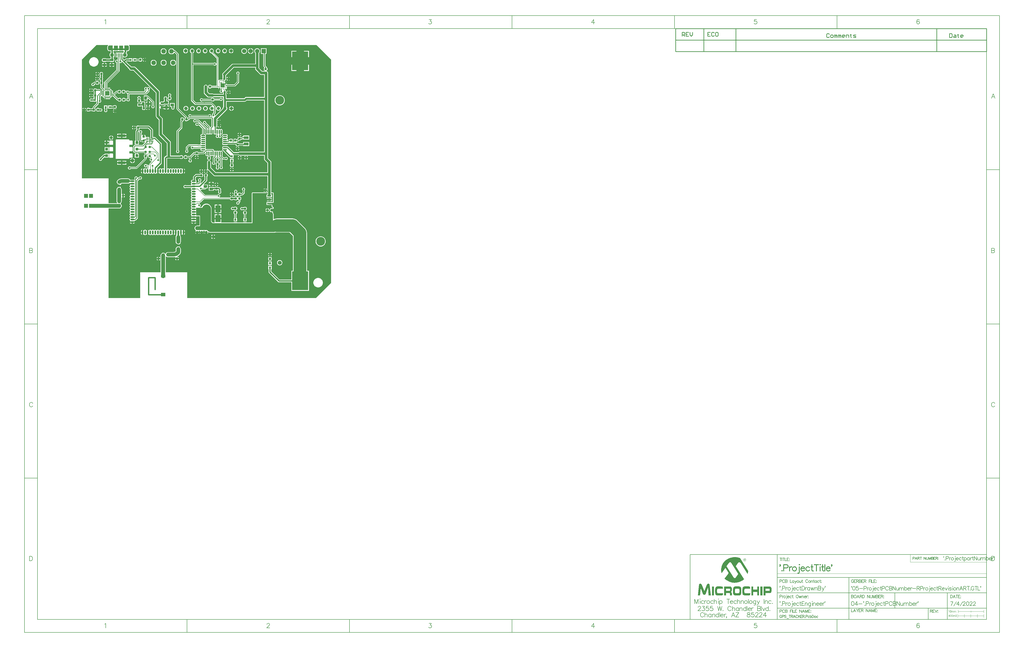
<source format=gtl>
G04*
G04 #@! TF.GenerationSoftware,Altium Limited,Altium Designer,22.6.1 (34)*
G04*
G04 Layer_Physical_Order=1*
G04 Layer_Color=255*
%FSLAX43Y43*%
%MOMM*%
G71*
G04*
G04 #@! TF.SameCoordinates,4B4C5CB4-E38D-440E-882E-72AC839ECC86*
G04*
G04*
G04 #@! TF.FilePolarity,Positive*
G04*
G01*
G75*
%ADD10C,0.250*%
%ADD11C,0.200*%
%ADD12C,0.100*%
%ADD13C,0.254*%
%ADD14C,0.600*%
%ADD15C,0.127*%
%ADD16C,0.180*%
%ADD17C,0.178*%
%ADD18C,0.150*%
%ADD19C,0.350*%
%ADD22C,0.500*%
%ADD23O,1.600X0.500*%
%ADD24O,0.500X1.600*%
G04:AMPARAMS|DCode=25|XSize=0.9mm|YSize=0.8mm|CornerRadius=0.2mm|HoleSize=0mm|Usage=FLASHONLY|Rotation=90.000|XOffset=0mm|YOffset=0mm|HoleType=Round|Shape=RoundedRectangle|*
%AMROUNDEDRECTD25*
21,1,0.900,0.400,0,0,90.0*
21,1,0.500,0.800,0,0,90.0*
1,1,0.400,0.200,0.250*
1,1,0.400,0.200,-0.250*
1,1,0.400,-0.200,-0.250*
1,1,0.400,-0.200,0.250*
%
%ADD25ROUNDEDRECTD25*%
%ADD26R,6.350X7.340*%
%ADD27R,0.800X0.800*%
G04:AMPARAMS|DCode=28|XSize=0.9mm|YSize=0.8mm|CornerRadius=0.2mm|HoleSize=0mm|Usage=FLASHONLY|Rotation=0.000|XOffset=0mm|YOffset=0mm|HoleType=Round|Shape=RoundedRectangle|*
%AMROUNDEDRECTD28*
21,1,0.900,0.400,0,0,0.0*
21,1,0.500,0.800,0,0,0.0*
1,1,0.400,0.250,-0.200*
1,1,0.400,-0.250,-0.200*
1,1,0.400,-0.250,0.200*
1,1,0.400,0.250,0.200*
%
%ADD28ROUNDEDRECTD28*%
%ADD29R,0.800X0.800*%
%ADD30R,1.400X1.000*%
%ADD31R,1.000X1.400*%
%ADD32R,0.850X1.050*%
%ADD33R,1.100X1.000*%
%ADD34R,3.000X1.000*%
%ADD35R,1.540X1.540*%
%ADD36R,1.500X1.900*%
%ADD37R,0.400X1.350*%
%ADD38R,0.900X0.300*%
%ADD39R,0.300X0.900*%
%ADD40R,0.300X0.300*%
%ADD41R,1.900X1.110*%
%ADD42R,1.900X1.100*%
G04:AMPARAMS|DCode=43|XSize=1.6mm|YSize=0.6mm|CornerRadius=0.3mm|HoleSize=0mm|Usage=FLASHONLY|Rotation=180.000|XOffset=0mm|YOffset=0mm|HoleType=Round|Shape=RoundedRectangle|*
%AMROUNDEDRECTD43*
21,1,1.600,0.000,0,0,180.0*
21,1,1.000,0.600,0,0,180.0*
1,1,0.600,-0.500,0.000*
1,1,0.600,0.500,0.000*
1,1,0.600,0.500,0.000*
1,1,0.600,-0.500,0.000*
%
%ADD43ROUNDEDRECTD43*%
G04:AMPARAMS|DCode=44|XSize=1.6mm|YSize=0.6mm|CornerRadius=0.3mm|HoleSize=0mm|Usage=FLASHONLY|Rotation=270.000|XOffset=0mm|YOffset=0mm|HoleType=Round|Shape=RoundedRectangle|*
%AMROUNDEDRECTD44*
21,1,1.600,0.000,0,0,270.0*
21,1,1.000,0.600,0,0,270.0*
1,1,0.600,0.000,-0.500*
1,1,0.600,0.000,0.500*
1,1,0.600,0.000,0.500*
1,1,0.600,0.000,-0.500*
%
%ADD44ROUNDEDRECTD44*%
%ADD45R,0.250X0.350*%
%ADD46R,0.350X0.250*%
%ADD47R,1.800X1.000*%
%ADD48R,1.800X1.400*%
%ADD49R,2.000X2.800*%
%ADD50R,1.000X0.400*%
%ADD51R,1.600X0.600*%
%ADD52R,1.600X0.700*%
%ADD67R,1.800X1.800*%
%ADD83C,1.400*%
%ADD84C,1.200*%
%ADD88C,1.500*%
%ADD89C,0.700*%
G04:AMPARAMS|DCode=90|XSize=1.4mm|YSize=0.9mm|CornerRadius=0.225mm|HoleSize=0mm|Usage=FLASHONLY|Rotation=0.000|XOffset=0mm|YOffset=0mm|HoleType=Round|Shape=RoundedRectangle|*
%AMROUNDEDRECTD90*
21,1,1.400,0.450,0,0,0.0*
21,1,0.950,0.900,0,0,0.0*
1,1,0.450,0.475,-0.225*
1,1,0.450,-0.475,-0.225*
1,1,0.450,-0.475,0.225*
1,1,0.450,0.475,0.225*
%
%ADD90ROUNDEDRECTD90*%
%ADD91C,0.646*%
%ADD92R,0.500X0.400*%
%ADD93C,0.300*%
%ADD94C,1.000*%
%ADD95C,0.800*%
%ADD96C,0.400*%
%ADD97C,3.500*%
%ADD98C,5.000*%
%ADD99C,1.570*%
%ADD100C,3.450*%
%ADD101C,1.295*%
%ADD102P,1.402X8X22.5*%
%ADD103P,1.840X8X22.5*%
%ADD104C,1.450*%
%ADD105C,1.700*%
%ADD106R,1.700X1.700*%
%ADD107C,0.700*%
G36*
X18700Y63675D02*
X18200Y63675D01*
X18200Y64575D01*
X18700Y64575D01*
X18700Y63675D01*
X18700Y63675D02*
G37*
G36*
X11000Y63675D02*
X10500Y63675D01*
X10500Y64575D01*
X11000Y64575D01*
X11000Y63675D01*
X11000Y63675D02*
G37*
G36*
X18200Y63175D02*
X16900Y63175D01*
X16900Y65075D01*
X18200Y65075D01*
X18200Y63175D01*
X18200Y63175D02*
G37*
G36*
X12300Y63175D02*
X11000Y63175D01*
X11000Y65075D01*
X12300Y65075D01*
X12300Y63175D01*
X12300Y63175D02*
G37*
G36*
X97694Y59573D02*
X97694Y48225D01*
X97694Y-27773D01*
X91773Y-33694D01*
X41504Y-33694D01*
X41425Y-33600D01*
X41425Y-33567D01*
X41425Y-23600D01*
X33096Y-23600D01*
X33096Y-18263D01*
X33096Y-17419D01*
X33223Y-17375D01*
X33262Y-17426D01*
X33471Y-17587D01*
X33714Y-17687D01*
X33975Y-17722D01*
X36042Y-17722D01*
X36042Y-17724D01*
X36071Y-17722D01*
X36311Y-17722D01*
X36572Y-17687D01*
X36587Y-17681D01*
X36597Y-17680D01*
X36802Y-17631D01*
X36880Y-17743D01*
X36814Y-17841D01*
X36789Y-17969D01*
X37492Y-17969D01*
X38195Y-17969D01*
X38169Y-17841D01*
X38069Y-17691D01*
X37919Y-17591D01*
X37742Y-17556D01*
X37458Y-17556D01*
X37433Y-17429D01*
X37654Y-17337D01*
X37756Y-17275D01*
X37917Y-17242D01*
X38066Y-17143D01*
X38134Y-17042D01*
X38552Y-16684D01*
X38554Y-16685D01*
X38788Y-16380D01*
X38935Y-16024D01*
X38986Y-15642D01*
X38982Y-15642D01*
X38982Y-14575D01*
X38947Y-14314D01*
X38847Y-14071D01*
X38686Y-13862D01*
X38522Y-13736D01*
X38514Y-13636D01*
X38574Y-13562D01*
X38608Y-13530D01*
X38611Y-13530D01*
X38423Y-13341D01*
X38252Y-13341D01*
X38305Y-13394D01*
X38252Y-13521D01*
X37473Y-13521D01*
X37473Y-13700D01*
X37469Y-13701D01*
X37260Y-13862D01*
X37099Y-14071D01*
X36999Y-14314D01*
X36964Y-14575D01*
X36964Y-15392D01*
X36894Y-15449D01*
X36629Y-15591D01*
X36341Y-15678D01*
X36075Y-15705D01*
X33975Y-15705D01*
X33714Y-15739D01*
X33471Y-15840D01*
X33262Y-16000D01*
X33102Y-16209D01*
X33027Y-16390D01*
X32883Y-16411D01*
X32800Y-16303D01*
X32677Y-16208D01*
X32630Y-16139D01*
X32481Y-16039D01*
X32306Y-16004D01*
X31906Y-16004D01*
X31730Y-16039D01*
X31581Y-16139D01*
X31574Y-16149D01*
X31374Y-16303D01*
X31214Y-16512D01*
X31113Y-16755D01*
X31078Y-17016D01*
X31078Y-18263D01*
X31078Y-23600D01*
X23100Y-23600D01*
X23100Y-33567D01*
X23100Y-33600D01*
X23021Y-33694D01*
X10693Y-33694D01*
X10693Y1341D01*
X14875Y1341D01*
X15136Y1376D01*
X15379Y1477D01*
X15588Y1637D01*
X15748Y1846D01*
X15849Y2089D01*
X15884Y2350D01*
X15849Y2611D01*
X15748Y2854D01*
X15588Y3063D01*
X15446Y3173D01*
X15445Y3327D01*
X15587Y3436D01*
X15748Y3645D01*
X15848Y3888D01*
X15883Y4150D01*
X15883Y5674D01*
X16010Y5742D01*
X16050Y5715D01*
X16177Y5690D01*
X16177Y6393D01*
X16177Y7096D01*
X16050Y7070D01*
X15995Y7033D01*
X15868Y7101D01*
X15868Y8712D01*
X15833Y8973D01*
X15733Y9217D01*
X15572Y9425D01*
X15449Y9520D01*
X15443Y9596D01*
X15458Y9626D01*
X15532Y9694D01*
X15324Y9902D01*
X15153Y9902D01*
X15206Y9849D01*
X15154Y9722D01*
X14374Y9722D01*
X14374Y9594D01*
X14355Y9586D01*
X14146Y9425D01*
X13986Y9217D01*
X13885Y8973D01*
X13850Y8712D01*
X13850Y6367D01*
X13866Y6252D01*
X13866Y4150D01*
X13900Y3888D01*
X14001Y3645D01*
X14123Y3486D01*
X14061Y3359D01*
X10693Y3359D01*
X10693Y13137D01*
X306Y13137D01*
X306Y59573D01*
X6052Y65319D01*
X10529Y65319D01*
X10572Y65192D01*
X10465Y65110D01*
X10345Y64953D01*
X10269Y64771D01*
X10244Y64575D01*
X10245Y64563D01*
X10245Y63687D01*
X10244Y63675D01*
X10269Y63479D01*
X10345Y63297D01*
X10465Y63140D01*
X10622Y63020D01*
X10804Y62944D01*
X11000Y62919D01*
X11012Y62920D01*
X11539Y62920D01*
X11539Y62227D01*
X11501Y62205D01*
X11320Y62024D01*
X11191Y61801D01*
X11125Y61553D01*
X11125Y61297D01*
X11191Y61049D01*
X11320Y60826D01*
X11501Y60645D01*
X11539Y60623D01*
X11539Y60130D01*
X11509Y60130D01*
X11324Y60094D01*
X11167Y59989D01*
X11162Y59982D01*
X9881Y59982D01*
X9745Y60072D01*
X9560Y60109D01*
X8610Y60109D01*
X8424Y60072D01*
X8267Y59967D01*
X8162Y59810D01*
X8125Y59625D01*
X8125Y59175D01*
X8162Y58990D01*
X8267Y58833D01*
X8424Y58728D01*
X8610Y58691D01*
X9560Y58691D01*
X9745Y58728D01*
X9902Y58833D01*
X9921Y58860D01*
X11162Y58860D01*
X11167Y58854D01*
X11324Y58749D01*
X11509Y58712D01*
X12459Y58712D01*
X12644Y58749D01*
X12802Y58854D01*
X12907Y59011D01*
X12943Y59196D01*
X12943Y59646D01*
X12907Y59831D01*
X12802Y59989D01*
X12661Y60083D01*
X12661Y60577D01*
X12719Y60617D01*
X12846Y60551D01*
X12846Y60496D01*
X13050Y60496D01*
X13050Y61203D01*
X13075Y61297D01*
X13075Y61425D01*
X13075Y61553D01*
X13050Y61647D01*
X13050Y62354D01*
X12846Y62354D01*
X12846Y62299D01*
X12719Y62233D01*
X12661Y62273D01*
X12661Y62925D01*
X14473Y62925D01*
X14600Y62925D01*
X14600Y62925D01*
X14600Y62925D01*
X14600Y62925D01*
X16590Y62925D01*
X16611Y62920D01*
X16620Y62912D01*
X16681Y62802D01*
X16582Y62654D01*
X16539Y62440D01*
X16539Y62265D01*
X16477Y62221D01*
X16350Y62282D01*
X16350Y62350D01*
X13754Y62350D01*
X13754Y62354D01*
X13550Y62354D01*
X13550Y62350D01*
X13500Y62350D01*
X13500Y61425D01*
X13500Y60500D01*
X13550Y60500D01*
X13550Y60496D01*
X13754Y60496D01*
X13754Y60500D01*
X14275Y60500D01*
X14275Y59534D01*
X14169Y59464D01*
X14072Y59504D01*
X13833Y59504D01*
X13613Y59413D01*
X13444Y59244D01*
X13353Y59023D01*
X13353Y58785D01*
X13444Y58564D01*
X13613Y58395D01*
X13732Y58346D01*
X13732Y55557D01*
X9168Y50992D01*
X9085Y50868D01*
X9056Y50722D01*
X9056Y48626D01*
X9038Y48626D01*
X9038Y48269D01*
X8921Y48221D01*
X8328Y48813D01*
X8328Y49827D01*
X8445Y49905D01*
X8545Y50054D01*
X8579Y50229D01*
X8579Y50729D01*
X8545Y50905D01*
X8445Y51054D01*
X8430Y51064D01*
X8430Y51591D01*
X8454Y51626D01*
X8489Y51801D01*
X8489Y52301D01*
X8454Y52477D01*
X8430Y52511D01*
X8430Y52744D01*
X8492Y52893D01*
X8492Y53132D01*
X8430Y53281D01*
X8430Y53438D01*
X8516Y53567D01*
X8551Y53742D01*
X8551Y54242D01*
X8516Y54418D01*
X8417Y54567D01*
X8268Y54666D01*
X8092Y54701D01*
X7692Y54701D01*
X7517Y54666D01*
X7368Y54567D01*
X7268Y54418D01*
X7233Y54242D01*
X7233Y53742D01*
X7268Y53567D01*
X7368Y53418D01*
X7384Y53353D01*
X7292Y53132D01*
X7292Y52893D01*
X7382Y52677D01*
X7305Y52626D01*
X7206Y52477D01*
X7171Y52301D01*
X7171Y51801D01*
X7206Y51626D01*
X7305Y51477D01*
X7411Y51406D01*
X7411Y51064D01*
X7396Y51054D01*
X7297Y50905D01*
X7262Y50729D01*
X7262Y50229D01*
X7297Y50054D01*
X7396Y49905D01*
X7513Y49827D01*
X7513Y48644D01*
X7513Y48644D01*
X7544Y48488D01*
X7632Y48355D01*
X8336Y47652D01*
X8287Y47534D01*
X7850Y47534D01*
X7502Y47882D01*
X7370Y47971D01*
X7214Y48002D01*
X7214Y48002D01*
X6096Y48002D01*
X6092Y48019D01*
X5993Y48168D01*
X5844Y48268D01*
X5668Y48303D01*
X5268Y48303D01*
X5093Y48268D01*
X4944Y48168D01*
X4844Y48019D01*
X4809Y47844D01*
X4809Y47344D01*
X4844Y47168D01*
X4944Y47019D01*
X4958Y47010D01*
X4958Y46127D01*
X4910Y46095D01*
X4811Y45946D01*
X4776Y45770D01*
X4776Y45270D01*
X4811Y45095D01*
X4910Y44946D01*
X4925Y44936D01*
X4925Y44244D01*
X4238Y44244D01*
X4208Y44274D01*
X3988Y44365D01*
X3749Y44365D01*
X3528Y44274D01*
X3360Y44105D01*
X3268Y43884D01*
X3268Y43646D01*
X3360Y43425D01*
X3528Y43256D01*
X3749Y43165D01*
X3988Y43165D01*
X4131Y43225D01*
X5048Y43225D01*
X5078Y43195D01*
X5298Y43104D01*
X5537Y43104D01*
X5758Y43195D01*
X5891Y43328D01*
X6018Y43278D01*
X6018Y42487D01*
X4686Y41155D01*
X4597Y41022D01*
X4566Y40866D01*
X4566Y40866D01*
X4566Y40630D01*
X4450Y40552D01*
X4406Y40488D01*
X3367Y40488D01*
X3323Y40552D01*
X3175Y40652D01*
X2999Y40687D01*
X2599Y40687D01*
X2423Y40652D01*
X2275Y40552D01*
X2175Y40403D01*
X2140Y40228D01*
X2140Y39728D01*
X2175Y39552D01*
X2275Y39403D01*
X2423Y39304D01*
X2599Y39269D01*
X2999Y39269D01*
X3175Y39304D01*
X3323Y39403D01*
X3367Y39468D01*
X4406Y39468D01*
X4450Y39403D01*
X4598Y39304D01*
X4774Y39269D01*
X5174Y39269D01*
X5350Y39304D01*
X5498Y39403D01*
X5598Y39552D01*
X5633Y39728D01*
X5633Y40228D01*
X5598Y40403D01*
X5498Y40552D01*
X5437Y40593D01*
X5426Y40741D01*
X6714Y42029D01*
X6802Y42162D01*
X6833Y42318D01*
X6833Y42318D01*
X6833Y42776D01*
X6960Y42848D01*
X7124Y42780D01*
X7363Y42780D01*
X7584Y42871D01*
X7752Y43040D01*
X7844Y43261D01*
X7844Y43499D01*
X7752Y43720D01*
X7660Y43812D01*
X7660Y45307D01*
X7821Y45468D01*
X7938Y45419D01*
X7938Y45226D01*
X8538Y45226D01*
X8538Y44726D01*
X9034Y44726D01*
X9034Y44122D01*
X9188Y44122D01*
X9188Y44726D01*
X9338Y44726D01*
X9338Y44826D01*
X9538Y44826D01*
X9538Y44126D01*
X9688Y44126D01*
X9688Y44122D01*
X9842Y44122D01*
X9842Y44126D01*
X11338Y44126D01*
X11338Y44726D01*
X11838Y44726D01*
X11838Y45219D01*
X12515Y45219D01*
X14134Y43600D01*
X14134Y43600D01*
X14266Y43512D01*
X14420Y43481D01*
X14423Y43463D01*
X14523Y43314D01*
X14672Y43214D01*
X14847Y43179D01*
X15247Y43179D01*
X15423Y43214D01*
X15572Y43314D01*
X15671Y43463D01*
X15706Y43638D01*
X15706Y44138D01*
X15671Y44314D01*
X15572Y44463D01*
X15423Y44562D01*
X15247Y44597D01*
X14847Y44597D01*
X14672Y44562D01*
X14523Y44463D01*
X14434Y44454D01*
X13213Y45675D01*
X13229Y45838D01*
X13255Y45856D01*
X14004Y46605D01*
X14314Y46605D01*
X14322Y46562D01*
X14422Y46413D01*
X14571Y46313D01*
X14746Y46278D01*
X15146Y46278D01*
X15322Y46313D01*
X15471Y46413D01*
X15570Y46562D01*
X15605Y46737D01*
X15605Y47237D01*
X15570Y47413D01*
X15471Y47562D01*
X15322Y47661D01*
X15146Y47696D01*
X14746Y47696D01*
X14571Y47661D01*
X14422Y47562D01*
X14322Y47413D01*
X14314Y47369D01*
X13846Y47369D01*
X13699Y47340D01*
X13575Y47257D01*
X12827Y46509D01*
X12438Y46509D01*
X12438Y47526D01*
X11838Y47526D01*
X11838Y48026D01*
X11338Y48026D01*
X11338Y48626D01*
X10842Y48626D01*
X10842Y48630D01*
X10320Y48630D01*
X10320Y50357D01*
X14927Y54964D01*
X15010Y55088D01*
X15039Y55234D01*
X15039Y58252D01*
X15145Y58323D01*
X15243Y58282D01*
X15481Y58282D01*
X15702Y58374D01*
X15871Y58542D01*
X15962Y58763D01*
X15962Y58789D01*
X16079Y58837D01*
X16232Y58685D01*
X16232Y58615D01*
X16323Y58394D01*
X16492Y58225D01*
X16710Y58135D01*
X16976Y57869D01*
X17066Y57651D01*
X17235Y57483D01*
X17329Y57443D01*
X17748Y57025D01*
X17749Y57017D01*
X17882Y56819D01*
X18252Y56449D01*
X18273Y56397D01*
X18377Y56261D01*
X18769Y55870D01*
X18844Y55689D01*
X18964Y55532D01*
X19121Y55412D01*
X19303Y55336D01*
X19499Y55310D01*
X20438Y55310D01*
X29210Y46538D01*
X29210Y37470D01*
X29236Y37274D01*
X29311Y37091D01*
X29432Y36935D01*
X30369Y35997D01*
X30369Y30286D01*
X30395Y30091D01*
X30470Y29908D01*
X30591Y29751D01*
X33530Y26812D01*
X33530Y22016D01*
X33351Y22016D01*
X33137Y21973D01*
X32955Y21852D01*
X32603Y21500D01*
X32482Y21318D01*
X32439Y21104D01*
X32439Y17021D01*
X32312Y16953D01*
X32215Y17018D01*
X32000Y17061D01*
X31785Y17018D01*
X31603Y16897D01*
X31563Y16837D01*
X31437Y16837D01*
X31397Y16897D01*
X31215Y17018D01*
X31000Y17061D01*
X30785Y17018D01*
X30603Y16897D01*
X30566Y16840D01*
X30439Y16840D01*
X30399Y16899D01*
X30250Y16999D01*
X30250Y16000D01*
X30250Y15001D01*
X30399Y15101D01*
X30439Y15160D01*
X30566Y15160D01*
X30603Y15103D01*
X30785Y14982D01*
X31000Y14939D01*
X31215Y14982D01*
X31397Y15103D01*
X31437Y15163D01*
X31563Y15163D01*
X31603Y15103D01*
X31785Y14982D01*
X32000Y14939D01*
X32215Y14982D01*
X32397Y15103D01*
X32437Y15163D01*
X32563Y15163D01*
X32603Y15103D01*
X32785Y14982D01*
X33000Y14939D01*
X33215Y14982D01*
X33397Y15103D01*
X33437Y15163D01*
X33563Y15163D01*
X33603Y15103D01*
X33785Y14982D01*
X34000Y14939D01*
X34215Y14982D01*
X34397Y15103D01*
X34437Y15163D01*
X34563Y15163D01*
X34603Y15103D01*
X34785Y14982D01*
X35000Y14939D01*
X35215Y14982D01*
X35397Y15103D01*
X35437Y15163D01*
X35563Y15163D01*
X35603Y15103D01*
X35785Y14982D01*
X36000Y14939D01*
X36215Y14982D01*
X36397Y15103D01*
X36437Y15163D01*
X36563Y15163D01*
X36603Y15103D01*
X36785Y14982D01*
X37000Y14939D01*
X37215Y14982D01*
X37397Y15103D01*
X37437Y15163D01*
X37563Y15163D01*
X37603Y15103D01*
X37785Y14982D01*
X38000Y14939D01*
X38215Y14982D01*
X38397Y15103D01*
X38437Y15163D01*
X38563Y15163D01*
X38603Y15103D01*
X38785Y14982D01*
X39000Y14939D01*
X39215Y14982D01*
X39397Y15103D01*
X39434Y15160D01*
X39561Y15160D01*
X39601Y15101D01*
X39750Y15001D01*
X39750Y16000D01*
X39750Y16999D01*
X39601Y16899D01*
X39561Y16840D01*
X39434Y16840D01*
X39397Y16897D01*
X39215Y17018D01*
X39000Y17061D01*
X38785Y17018D01*
X38603Y16897D01*
X38563Y16837D01*
X38437Y16837D01*
X38397Y16897D01*
X38215Y17018D01*
X38000Y17061D01*
X37785Y17018D01*
X37603Y16897D01*
X37563Y16837D01*
X37437Y16837D01*
X37397Y16897D01*
X37215Y17018D01*
X37000Y17061D01*
X36785Y17018D01*
X36603Y16897D01*
X36563Y16837D01*
X36437Y16837D01*
X36397Y16897D01*
X36215Y17018D01*
X36000Y17061D01*
X35785Y17018D01*
X35603Y16897D01*
X35563Y16837D01*
X35437Y16837D01*
X35397Y16897D01*
X35215Y17018D01*
X35000Y17061D01*
X34785Y17018D01*
X34603Y16897D01*
X34563Y16837D01*
X34437Y16837D01*
X34397Y16897D01*
X34215Y17018D01*
X34000Y17061D01*
X33785Y17018D01*
X33688Y16953D01*
X33561Y17021D01*
X33561Y20872D01*
X33584Y20895D01*
X38666Y20895D01*
X38676Y20881D01*
X38824Y20781D01*
X39000Y20747D01*
X39400Y20747D01*
X39576Y20781D01*
X39724Y20881D01*
X39824Y21030D01*
X39859Y21205D01*
X39859Y21705D01*
X39824Y21881D01*
X39724Y22030D01*
X39576Y22129D01*
X39400Y22164D01*
X39000Y22164D01*
X38824Y22129D01*
X38676Y22030D01*
X38666Y22016D01*
X35043Y22016D01*
X35043Y27126D01*
X35017Y27321D01*
X34941Y27504D01*
X34821Y27661D01*
X31882Y30600D01*
X31882Y36311D01*
X31856Y36507D01*
X31781Y36689D01*
X31660Y36846D01*
X30723Y37783D01*
X30723Y40624D01*
X30850Y40636D01*
X30872Y40525D01*
X30972Y40375D01*
X31123Y40275D01*
X31300Y40239D01*
X31300Y40902D01*
X31300Y41565D01*
X31123Y41530D01*
X30972Y41430D01*
X30872Y41280D01*
X30850Y41169D01*
X30723Y41181D01*
X30723Y42244D01*
X30850Y42257D01*
X30876Y42127D01*
X30975Y41978D01*
X31124Y41879D01*
X31300Y41844D01*
X31800Y41844D01*
X31975Y41879D01*
X32022Y41910D01*
X32252Y41910D01*
X32486Y41956D01*
X32579Y42018D01*
X34257Y42018D01*
X34257Y43518D01*
X33597Y43518D01*
X33597Y43989D01*
X33609Y44007D01*
X33644Y44183D01*
X33644Y44683D01*
X33609Y44858D01*
X33509Y45007D01*
X33361Y45107D01*
X33185Y45142D01*
X32785Y45142D01*
X32609Y45107D01*
X32461Y45007D01*
X32361Y44858D01*
X32326Y44683D01*
X32326Y44183D01*
X32361Y44007D01*
X32373Y43989D01*
X32373Y43518D01*
X32357Y43518D01*
X32357Y43352D01*
X32265Y43333D01*
X32066Y43201D01*
X31999Y43133D01*
X31940Y43133D01*
X31800Y43161D01*
X31300Y43161D01*
X31124Y43126D01*
X30975Y43027D01*
X30876Y42878D01*
X30850Y42748D01*
X30723Y42761D01*
X30723Y46851D01*
X30723Y46851D01*
X30710Y46949D01*
X30697Y47047D01*
X30622Y47230D01*
X30502Y47386D01*
X21286Y56602D01*
X21129Y56722D01*
X20947Y56798D01*
X20751Y56823D01*
X19670Y56823D01*
X19305Y57188D01*
X19169Y57293D01*
X19117Y57314D01*
X18747Y57684D01*
X18549Y57816D01*
X18541Y57818D01*
X18122Y58236D01*
X18083Y58331D01*
X17914Y58500D01*
X17697Y58590D01*
X17533Y58754D01*
X17728Y58949D01*
X18700Y58949D01*
X18700Y58809D01*
X20000Y58809D01*
X20000Y60109D01*
X18700Y60109D01*
X18700Y59969D01*
X17516Y59969D01*
X17321Y59930D01*
X17156Y59819D01*
X16776Y59439D01*
X16359Y59856D01*
X16359Y60621D01*
X16476Y60670D01*
X16501Y60645D01*
X16724Y60516D01*
X16972Y60450D01*
X17228Y60450D01*
X17476Y60516D01*
X17699Y60645D01*
X17880Y60826D01*
X18009Y61049D01*
X18075Y61297D01*
X18075Y61553D01*
X18009Y61801D01*
X17880Y62024D01*
X17699Y62205D01*
X17694Y62241D01*
X17768Y62315D01*
X17890Y62497D01*
X17933Y62712D01*
X17933Y62920D01*
X18188Y62920D01*
X18200Y62919D01*
X18396Y62944D01*
X18578Y63020D01*
X18735Y63140D01*
X18855Y63297D01*
X18931Y63479D01*
X18956Y63675D01*
X18955Y63687D01*
X18955Y64563D01*
X18956Y64575D01*
X18931Y64771D01*
X18855Y64953D01*
X18735Y65110D01*
X18628Y65192D01*
X18671Y65319D01*
X91948Y65319D01*
X97694Y59573D01*
X97694Y59573D02*
G37*
G36*
X259352Y-135547D02*
X259440Y-135573D01*
X259542Y-135611D01*
X259631Y-135674D01*
X259720Y-135776D01*
X259783Y-135903D01*
X259809Y-135992D01*
X259809Y-136081D01*
X259809Y-136106D01*
X259796Y-136170D01*
X259783Y-136259D01*
X259745Y-136373D01*
X259682Y-136474D01*
X259580Y-136563D01*
X259440Y-136640D01*
X259364Y-136652D01*
X259263Y-136665D01*
X259225Y-136665D01*
X259174Y-136652D01*
X259123Y-136640D01*
X258983Y-136589D01*
X258907Y-136551D01*
X258844Y-136500D01*
X258831Y-136487D01*
X258818Y-136462D01*
X258793Y-136436D01*
X258767Y-136386D01*
X258704Y-136246D01*
X258691Y-136170D01*
X258678Y-136081D01*
X258678Y-136068D01*
X258678Y-136043D01*
X258691Y-136005D01*
X258704Y-135941D01*
X258755Y-135827D01*
X258805Y-135763D01*
X258856Y-135700D01*
X258869Y-135687D01*
X258882Y-135674D01*
X258920Y-135649D01*
X258971Y-135611D01*
X259098Y-135560D01*
X259174Y-135547D01*
X259263Y-135535D01*
X259288Y-135535D01*
X259352Y-135547D01*
X259352Y-135547D02*
G37*
G36*
X255732Y-135052D02*
X255859Y-135065D01*
X255986Y-135077D01*
X256138Y-135090D01*
X256456Y-135141D01*
X256799Y-135217D01*
X257154Y-135319D01*
X257510Y-135458D01*
X260685Y-140500D01*
X260685Y-140513D01*
X260685Y-140538D01*
X260672Y-140589D01*
X260672Y-140653D01*
X260660Y-140742D01*
X260647Y-140831D01*
X260596Y-141046D01*
X260596Y-141059D01*
X260583Y-141097D01*
X260571Y-141161D01*
X260558Y-141237D01*
X260533Y-141326D01*
X260495Y-141427D01*
X260431Y-141669D01*
X257675Y-137363D01*
X257662Y-137351D01*
X257637Y-137313D01*
X257586Y-137262D01*
X257535Y-137198D01*
X257459Y-137135D01*
X257370Y-137084D01*
X257281Y-137046D01*
X257180Y-137033D01*
X257142Y-137033D01*
X257091Y-137046D01*
X257027Y-137071D01*
X256964Y-137109D01*
X256888Y-137173D01*
X256799Y-137249D01*
X256723Y-137351D01*
X255808Y-138608D01*
X259034Y-143713D01*
X259021Y-143726D01*
X258958Y-143777D01*
X258882Y-143840D01*
X258755Y-143929D01*
X258615Y-144031D01*
X258437Y-144145D01*
X258221Y-144272D01*
X257993Y-144399D01*
X257726Y-144526D01*
X257447Y-144653D01*
X257142Y-144768D01*
X256812Y-144869D01*
X256456Y-144958D01*
X256088Y-145022D01*
X255707Y-145072D01*
X255300Y-145085D01*
X255199Y-145085D01*
X255084Y-145072D01*
X254932Y-145060D01*
X254741Y-145034D01*
X254513Y-144996D01*
X254259Y-144945D01*
X253992Y-144882D01*
X253700Y-144793D01*
X253383Y-144679D01*
X253065Y-144552D01*
X252748Y-144387D01*
X252417Y-144196D01*
X252087Y-143980D01*
X251770Y-143726D01*
X251465Y-143434D01*
X252836Y-141542D01*
X252849Y-141529D01*
X252875Y-141478D01*
X252887Y-141440D01*
X252900Y-141389D01*
X252925Y-141313D01*
X252938Y-141237D01*
X252938Y-141224D01*
X252938Y-141212D01*
X252925Y-141135D01*
X252875Y-141008D01*
X252836Y-140932D01*
X252786Y-140856D01*
X251770Y-139268D01*
X250258Y-141364D01*
X250258Y-141351D01*
X250246Y-141339D01*
X250246Y-141300D01*
X250233Y-141250D01*
X250208Y-141123D01*
X250169Y-140958D01*
X250131Y-140742D01*
X250106Y-140513D01*
X250093Y-140259D01*
X250081Y-139980D01*
X250081Y-139954D01*
X250081Y-139891D01*
X250093Y-139789D01*
X250106Y-139649D01*
X250131Y-139484D01*
X250157Y-139281D01*
X250208Y-139065D01*
X250258Y-138824D01*
X250335Y-138557D01*
X250436Y-138291D01*
X250550Y-138011D01*
X250690Y-137719D01*
X250855Y-137440D01*
X251046Y-137148D01*
X251274Y-136868D01*
X251528Y-136589D01*
X251541Y-136576D01*
X251605Y-136525D01*
X251693Y-136449D01*
X251808Y-136347D01*
X251960Y-136233D01*
X252138Y-136093D01*
X252354Y-135954D01*
X252595Y-135814D01*
X252875Y-135674D01*
X253167Y-135535D01*
X253484Y-135395D01*
X253827Y-135281D01*
X254208Y-135179D01*
X254589Y-135103D01*
X255008Y-135052D01*
X255440Y-135039D01*
X255630Y-135039D01*
X255732Y-135052D01*
X255732Y-135052D02*
G37*
G36*
X260990Y-146520D02*
X261066Y-146520D01*
X261117Y-146533D01*
X261130Y-146533D01*
X261155Y-146546D01*
X261206Y-146571D01*
X261257Y-146596D01*
X261307Y-146647D01*
X261358Y-146698D01*
X261409Y-146774D01*
X261434Y-146876D01*
X261434Y-146888D01*
X261434Y-146914D01*
X261447Y-146952D01*
X261447Y-147015D01*
X261447Y-147092D01*
X261460Y-147181D01*
X261460Y-147295D01*
X261460Y-147435D01*
X259580Y-147384D01*
X259567Y-147384D01*
X259517Y-147396D01*
X259440Y-147422D01*
X259364Y-147460D01*
X259275Y-147549D01*
X259212Y-147676D01*
X259174Y-147752D01*
X259161Y-147854D01*
X259136Y-147955D01*
X259136Y-148082D01*
X259136Y-148463D01*
X259136Y-148476D01*
X259136Y-148489D01*
X259148Y-148565D01*
X259161Y-148679D01*
X259186Y-148806D01*
X259237Y-148933D01*
X259313Y-149047D01*
X259415Y-149124D01*
X259479Y-149136D01*
X259555Y-149149D01*
X261485Y-149149D01*
X261485Y-149174D01*
X261485Y-149238D01*
X261485Y-149327D01*
X261472Y-149441D01*
X261460Y-149568D01*
X261447Y-149682D01*
X261422Y-149771D01*
X261384Y-149848D01*
X261384Y-149860D01*
X261358Y-149873D01*
X261320Y-149898D01*
X261257Y-149936D01*
X261168Y-149975D01*
X261053Y-150000D01*
X260914Y-150013D01*
X260736Y-150025D01*
X259339Y-150025D01*
X259225Y-150000D01*
X259085Y-149975D01*
X258932Y-149936D01*
X258793Y-149873D01*
X258653Y-149784D01*
X258551Y-149657D01*
X258551Y-149644D01*
X258526Y-149606D01*
X258501Y-149543D01*
X258475Y-149441D01*
X258450Y-149327D01*
X258424Y-149174D01*
X258412Y-148997D01*
X258399Y-148793D01*
X258399Y-147765D01*
X258399Y-147752D01*
X258399Y-147727D01*
X258399Y-147676D01*
X258412Y-147625D01*
X258424Y-147473D01*
X258450Y-147295D01*
X258501Y-147104D01*
X258577Y-146914D01*
X258678Y-146761D01*
X258742Y-146685D01*
X258818Y-146634D01*
X258831Y-146634D01*
X258856Y-146609D01*
X258907Y-146596D01*
X258971Y-146571D01*
X259059Y-146546D01*
X259161Y-146533D01*
X259288Y-146507D01*
X260825Y-146507D01*
X260990Y-146520D01*
X260990Y-146520D02*
G37*
G36*
X264914Y-150000D02*
X264178Y-150000D01*
X264178Y-148692D01*
X262628Y-148692D01*
X262628Y-150000D01*
X261942Y-150000D01*
X261942Y-146533D01*
X262628Y-146533D01*
X262628Y-147765D01*
X264178Y-147765D01*
X264178Y-146533D01*
X264914Y-146533D01*
X264914Y-150000D01*
X264914Y-150000D02*
G37*
G36*
X245216Y-145415D02*
X245280Y-145428D01*
X245356Y-145466D01*
X245432Y-145530D01*
X245509Y-145631D01*
X245559Y-145758D01*
X245597Y-145936D01*
X246067Y-150000D01*
X245204Y-150000D01*
X244962Y-147079D01*
X244937Y-147079D01*
X244048Y-149428D01*
X244035Y-149441D01*
X244023Y-149492D01*
X243985Y-149543D01*
X243934Y-149619D01*
X243858Y-149682D01*
X243769Y-149746D01*
X243667Y-149797D01*
X243540Y-149809D01*
X243527Y-149809D01*
X243477Y-149797D01*
X243413Y-149784D01*
X243324Y-149759D01*
X243235Y-149721D01*
X243146Y-149644D01*
X243057Y-149555D01*
X242994Y-149428D01*
X242118Y-147117D01*
X242105Y-147117D01*
X241851Y-150000D01*
X241000Y-150000D01*
X241445Y-145898D01*
X241445Y-145872D01*
X241457Y-145822D01*
X241483Y-145745D01*
X241521Y-145644D01*
X241584Y-145555D01*
X241660Y-145479D01*
X241775Y-145428D01*
X241902Y-145403D01*
X241927Y-145403D01*
X241978Y-145415D01*
X242054Y-145428D01*
X242156Y-145453D01*
X242257Y-145517D01*
X242359Y-145593D01*
X242461Y-145707D01*
X242537Y-145860D01*
X243527Y-148374D01*
X243540Y-148374D01*
X244531Y-145860D01*
X244543Y-145834D01*
X244569Y-145784D01*
X244607Y-145720D01*
X244670Y-145631D01*
X244759Y-145542D01*
X244874Y-145479D01*
X245001Y-145428D01*
X245153Y-145403D01*
X245166Y-145403D01*
X245216Y-145415D01*
X245216Y-145415D02*
G37*
G36*
X269042Y-146546D02*
X269156Y-146558D01*
X269296Y-146609D01*
X269435Y-146673D01*
X269562Y-146774D01*
X269677Y-146927D01*
X269715Y-147015D01*
X269753Y-147117D01*
X269753Y-147130D01*
X269766Y-147155D01*
X269766Y-147219D01*
X269778Y-147282D01*
X269791Y-147371D01*
X269791Y-147473D01*
X269804Y-147600D01*
X269804Y-147727D01*
X269804Y-148006D01*
X269804Y-148019D01*
X269804Y-148031D01*
X269804Y-148108D01*
X269791Y-148209D01*
X269778Y-148349D01*
X269753Y-148489D01*
X269715Y-148641D01*
X269664Y-148781D01*
X269600Y-148895D01*
X269588Y-148908D01*
X269575Y-148933D01*
X269537Y-148971D01*
X269486Y-149009D01*
X269410Y-149047D01*
X269334Y-149086D01*
X269245Y-149111D01*
X269131Y-149124D01*
X267416Y-149124D01*
X267416Y-150000D01*
X266692Y-150000D01*
X266692Y-146533D01*
X268965Y-146533D01*
X269042Y-146546D01*
X269042Y-146546D02*
G37*
G36*
X266235Y-150000D02*
X265422Y-150000D01*
X265422Y-146533D01*
X266235Y-146533D01*
X266235Y-150000D01*
X266235Y-150000D02*
G37*
G36*
X253725Y-146546D02*
X253840Y-146584D01*
X253967Y-146660D01*
X254030Y-146711D01*
X254094Y-146787D01*
X254157Y-146863D01*
X254208Y-146965D01*
X254246Y-147079D01*
X254284Y-147219D01*
X254297Y-147384D01*
X254310Y-147562D01*
X254310Y-147777D01*
X254310Y-147790D01*
X254310Y-147803D01*
X254310Y-147841D01*
X254310Y-147892D01*
X254284Y-148019D01*
X254259Y-148158D01*
X254208Y-148311D01*
X254145Y-148451D01*
X254043Y-148565D01*
X253979Y-148616D01*
X253916Y-148641D01*
X253916Y-148654D01*
X253929Y-148654D01*
X253979Y-148679D01*
X254043Y-148730D01*
X254119Y-148793D01*
X254183Y-148895D01*
X254246Y-149022D01*
X254297Y-149200D01*
X254310Y-149314D01*
X254310Y-149428D01*
X254310Y-150000D01*
X253573Y-150000D01*
X253573Y-149594D01*
X253573Y-149581D01*
X253573Y-149543D01*
X253573Y-149492D01*
X253573Y-149441D01*
X253560Y-149314D01*
X253560Y-149263D01*
X253548Y-149225D01*
X253535Y-149200D01*
X253497Y-149162D01*
X253408Y-149124D01*
X253294Y-149098D01*
X252011Y-149098D01*
X252011Y-150000D01*
X251274Y-150000D01*
X251274Y-146533D01*
X253649Y-146533D01*
X253725Y-146546D01*
X253725Y-146546D02*
G37*
G36*
X247312Y-150000D02*
X246499Y-150000D01*
X246499Y-146533D01*
X247312Y-146533D01*
X247312Y-150000D01*
X247312Y-150000D02*
G37*
G36*
X257154Y-146520D02*
X257281Y-146546D01*
X257421Y-146584D01*
X257561Y-146634D01*
X257675Y-146711D01*
X257777Y-146812D01*
X257789Y-146825D01*
X257815Y-146863D01*
X257840Y-146939D01*
X257891Y-147041D01*
X257929Y-147181D01*
X257954Y-147333D01*
X257980Y-147523D01*
X257993Y-147752D01*
X257993Y-148781D01*
X257993Y-148793D01*
X257993Y-148819D01*
X257993Y-148870D01*
X257980Y-148933D01*
X257967Y-149098D01*
X257929Y-149289D01*
X257866Y-149492D01*
X257777Y-149682D01*
X257650Y-149848D01*
X257574Y-149911D01*
X257485Y-149962D01*
X257472Y-149962D01*
X257447Y-149975D01*
X257408Y-149987D01*
X257345Y-149987D01*
X257269Y-150000D01*
X257180Y-150013D01*
X257066Y-150025D01*
X255694Y-150025D01*
X255592Y-150013D01*
X255453Y-149987D01*
X255313Y-149949D01*
X255173Y-149886D01*
X255034Y-149809D01*
X254932Y-149695D01*
X254919Y-149682D01*
X254907Y-149644D01*
X254868Y-149568D01*
X254843Y-149467D01*
X254805Y-149340D01*
X254767Y-149187D01*
X254754Y-148997D01*
X254741Y-148781D01*
X254741Y-147752D01*
X254741Y-147739D01*
X254741Y-147701D01*
X254741Y-147650D01*
X254754Y-147587D01*
X254754Y-147511D01*
X254780Y-147409D01*
X254818Y-147206D01*
X254894Y-147003D01*
X254995Y-146800D01*
X255059Y-146723D01*
X255148Y-146647D01*
X255237Y-146584D01*
X255338Y-146546D01*
X255351Y-146546D01*
X255376Y-146533D01*
X255415Y-146533D01*
X255465Y-146520D01*
X255529Y-146520D01*
X255605Y-146507D01*
X257053Y-146507D01*
X257154Y-146520D01*
X257154Y-146520D02*
G37*
G36*
X250081Y-146520D02*
X250258Y-146520D01*
X250411Y-146533D01*
X250487Y-146546D01*
X250538Y-146558D01*
X250589Y-146571D01*
X250614Y-146584D01*
X250627Y-146584D01*
X250639Y-146609D01*
X250677Y-146660D01*
X250716Y-146723D01*
X250741Y-146825D01*
X250779Y-146965D01*
X250792Y-147155D01*
X250804Y-147257D01*
X250804Y-147384D01*
X248912Y-147384D01*
X248823Y-147396D01*
X248722Y-147447D01*
X248671Y-147473D01*
X248620Y-147523D01*
X248620Y-147536D01*
X248607Y-147549D01*
X248582Y-147587D01*
X248569Y-147650D01*
X248544Y-147727D01*
X248518Y-147816D01*
X248506Y-147943D01*
X248506Y-148082D01*
X248506Y-148463D01*
X248506Y-148476D01*
X248506Y-148527D01*
X248506Y-148603D01*
X248518Y-148679D01*
X248531Y-148857D01*
X248544Y-148933D01*
X248569Y-148984D01*
X248569Y-148997D01*
X248582Y-149009D01*
X248645Y-149060D01*
X248696Y-149098D01*
X248760Y-149124D01*
X248836Y-149136D01*
X248925Y-149149D01*
X250855Y-149149D01*
X250855Y-149174D01*
X250855Y-149225D01*
X250855Y-149314D01*
X250843Y-149416D01*
X250830Y-149530D01*
X250817Y-149644D01*
X250792Y-149733D01*
X250754Y-149809D01*
X250741Y-149822D01*
X250728Y-149848D01*
X250677Y-149873D01*
X250627Y-149911D01*
X250538Y-149962D01*
X250423Y-149987D01*
X250284Y-150013D01*
X250106Y-150025D01*
X248709Y-150025D01*
X248595Y-150013D01*
X248480Y-149987D01*
X248341Y-149962D01*
X248201Y-149911D01*
X248074Y-149835D01*
X247972Y-149746D01*
X247960Y-149733D01*
X247934Y-149695D01*
X247896Y-149619D01*
X247858Y-149517D01*
X247820Y-149390D01*
X247782Y-149225D01*
X247756Y-149022D01*
X247744Y-148781D01*
X247744Y-147752D01*
X247744Y-147739D01*
X247744Y-147701D01*
X247744Y-147650D01*
X247756Y-147574D01*
X247769Y-147485D01*
X247782Y-147396D01*
X247833Y-147181D01*
X247922Y-146965D01*
X248049Y-146761D01*
X248125Y-146673D01*
X248226Y-146609D01*
X248328Y-146558D01*
X248455Y-146520D01*
X248480Y-146520D01*
X248557Y-146507D01*
X249915Y-146507D01*
X250081Y-146520D01*
X250081Y-146520D02*
G37*
%LPC*%
G36*
X58739Y63888D02*
X58739Y63116D01*
X59511Y63116D01*
X59452Y63337D01*
X59333Y63542D01*
X59165Y63710D01*
X58960Y63829D01*
X58739Y63888D01*
X58739Y63888D02*
G37*
G36*
X58485Y63888D02*
X58264Y63829D01*
X58058Y63710D01*
X57890Y63542D01*
X57772Y63337D01*
X57712Y63116D01*
X58485Y63116D01*
X58485Y63888D01*
X58485Y63888D02*
G37*
G36*
X66394Y64026D02*
X66376Y64026D01*
X66376Y63049D01*
X67353Y63049D01*
X67353Y63067D01*
X67278Y63348D01*
X67132Y63600D01*
X66927Y63805D01*
X66675Y63950D01*
X66394Y64026D01*
X66394Y64026D02*
G37*
G36*
X66122Y64026D02*
X66104Y64026D01*
X65823Y63950D01*
X65571Y63805D01*
X65365Y63600D01*
X65220Y63348D01*
X65145Y63067D01*
X65145Y63049D01*
X66122Y63049D01*
X66122Y64026D01*
X66122Y64026D02*
G37*
G36*
X56190Y63887D02*
X55954Y63887D01*
X55725Y63825D01*
X55521Y63707D01*
X55353Y63540D01*
X55235Y63335D01*
X55174Y63107D01*
X55174Y62871D01*
X55235Y62642D01*
X55353Y62438D01*
X55521Y62271D01*
X55725Y62152D01*
X55954Y62091D01*
X56190Y62091D01*
X56418Y62152D01*
X56623Y62271D01*
X56790Y62438D01*
X56908Y62642D01*
X56970Y62871D01*
X56970Y63107D01*
X56908Y63335D01*
X56790Y63540D01*
X56623Y63707D01*
X56418Y63825D01*
X56190Y63887D01*
X56190Y63887D02*
G37*
G36*
X53650Y63887D02*
X53414Y63887D01*
X53185Y63825D01*
X52981Y63707D01*
X52813Y63540D01*
X52695Y63335D01*
X52634Y63107D01*
X52634Y62871D01*
X52695Y62642D01*
X52813Y62438D01*
X52981Y62271D01*
X53185Y62152D01*
X53414Y62091D01*
X53650Y62091D01*
X53878Y62152D01*
X54083Y62271D01*
X54250Y62438D01*
X54368Y62642D01*
X54430Y62871D01*
X54430Y63107D01*
X54368Y63335D01*
X54250Y63540D01*
X54083Y63707D01*
X53878Y63825D01*
X53650Y63887D01*
X53650Y63887D02*
G37*
G36*
X48570Y63887D02*
X48334Y63887D01*
X48105Y63825D01*
X47901Y63707D01*
X47733Y63540D01*
X47615Y63335D01*
X47554Y63107D01*
X47554Y62871D01*
X47615Y62642D01*
X47733Y62438D01*
X47901Y62271D01*
X48105Y62152D01*
X48334Y62091D01*
X48570Y62091D01*
X48798Y62152D01*
X49003Y62271D01*
X49170Y62438D01*
X49288Y62642D01*
X49350Y62871D01*
X49350Y63107D01*
X49288Y63335D01*
X49170Y63540D01*
X49003Y63707D01*
X48798Y63825D01*
X48570Y63887D01*
X48570Y63887D02*
G37*
G36*
X46030Y63887D02*
X45794Y63887D01*
X45565Y63825D01*
X45361Y63707D01*
X45193Y63540D01*
X45075Y63335D01*
X45014Y63107D01*
X45014Y62871D01*
X45075Y62642D01*
X45193Y62438D01*
X45361Y62271D01*
X45565Y62152D01*
X45794Y62091D01*
X46030Y62091D01*
X46258Y62152D01*
X46463Y62271D01*
X46630Y62438D01*
X46748Y62642D01*
X46810Y62871D01*
X46810Y63107D01*
X46748Y63335D01*
X46630Y63540D01*
X46463Y63707D01*
X46258Y63825D01*
X46030Y63887D01*
X46030Y63887D02*
G37*
G36*
X41281Y63887D02*
X40383Y63887D01*
X39934Y63438D01*
X39934Y62540D01*
X40383Y62091D01*
X41281Y62091D01*
X41730Y62540D01*
X41730Y63438D01*
X41281Y63887D01*
X41281Y63887D02*
G37*
G36*
X59511Y62862D02*
X58739Y62862D01*
X58739Y62089D01*
X58960Y62149D01*
X59165Y62267D01*
X59333Y62435D01*
X59452Y62641D01*
X59511Y62862D01*
X59511Y62862D02*
G37*
G36*
X58485Y62862D02*
X57712Y62862D01*
X57772Y62641D01*
X57890Y62435D01*
X58058Y62267D01*
X58264Y62149D01*
X58485Y62089D01*
X58485Y62862D01*
X58485Y62862D02*
G37*
G36*
X63854Y64022D02*
X63564Y64022D01*
X63284Y63947D01*
X63033Y63802D01*
X62829Y63597D01*
X62684Y63346D01*
X62609Y63066D01*
X62609Y62777D01*
X62684Y62497D01*
X62829Y62246D01*
X63033Y62041D01*
X63284Y61897D01*
X63564Y61822D01*
X63854Y61822D01*
X64133Y61897D01*
X64384Y62041D01*
X64589Y62246D01*
X64734Y62497D01*
X64809Y62777D01*
X64809Y63066D01*
X64734Y63346D01*
X64589Y63597D01*
X64384Y63802D01*
X64133Y63947D01*
X63854Y64022D01*
X63854Y64022D02*
G37*
G36*
X67353Y62795D02*
X66376Y62795D01*
X66376Y61818D01*
X66394Y61818D01*
X66675Y61893D01*
X66927Y62038D01*
X67132Y62244D01*
X67278Y62496D01*
X67353Y62776D01*
X67353Y62795D01*
X67353Y62795D02*
G37*
G36*
X66122Y62795D02*
X65145Y62795D01*
X65145Y62776D01*
X65220Y62496D01*
X65365Y62244D01*
X65571Y62038D01*
X65823Y61893D01*
X66104Y61818D01*
X66122Y61818D01*
X66122Y62795D01*
X66122Y62795D02*
G37*
G36*
X32750Y63916D02*
X31650Y63916D01*
X31100Y63366D01*
X31100Y62266D01*
X31650Y61716D01*
X32750Y61716D01*
X33300Y62266D01*
X33300Y63366D01*
X32750Y63916D01*
X32750Y63916D02*
G37*
G36*
X89029Y62983D02*
X87100Y62983D01*
X87100Y60559D01*
X89029Y60559D01*
X89029Y62983D01*
X89029Y62983D02*
G37*
G36*
X84100Y62983D02*
X82171Y62983D01*
X82171Y60559D01*
X84100Y60559D01*
X84100Y62983D01*
X84100Y62983D02*
G37*
G36*
X23387Y60201D02*
X22987Y60201D01*
X22812Y60166D01*
X22663Y60067D01*
X22563Y59918D01*
X22553Y59867D01*
X21600Y59867D01*
X21600Y60109D01*
X20300Y60109D01*
X20300Y58809D01*
X21600Y58809D01*
X21600Y59051D01*
X22574Y59051D01*
X22663Y58918D01*
X22812Y58818D01*
X22987Y58783D01*
X23387Y58783D01*
X23563Y58818D01*
X23712Y58918D01*
X23811Y59067D01*
X23846Y59242D01*
X23846Y59742D01*
X23811Y59918D01*
X23712Y60067D01*
X23563Y60166D01*
X23387Y60201D01*
X23387Y60201D02*
G37*
G36*
X25037Y60195D02*
X25037Y59742D01*
X25450Y59742D01*
X25415Y59919D01*
X25314Y60070D01*
X25164Y60170D01*
X25037Y60195D01*
X25037Y60195D02*
G37*
G36*
X24537Y60195D02*
X24410Y60170D01*
X24260Y60070D01*
X24159Y59919D01*
X24124Y59742D01*
X24537Y59742D01*
X24537Y60195D01*
X24537Y60195D02*
G37*
G36*
X25450Y59242D02*
X25037Y59242D01*
X25037Y58789D01*
X25164Y58815D01*
X25314Y58915D01*
X25415Y59065D01*
X25450Y59242D01*
X25450Y59242D01*
X25450Y59242D02*
G37*
G36*
X24537Y59242D02*
X24124Y59242D01*
X24124Y59242D01*
X24159Y59065D01*
X24260Y58915D01*
X24410Y58815D01*
X24537Y58789D01*
X24537Y59242D01*
X24537Y59242D02*
G37*
G36*
X12459Y58234D02*
X12234Y58234D01*
X12234Y57771D01*
X12943Y57771D01*
X12910Y57933D01*
X12804Y58091D01*
X12646Y58197D01*
X12459Y58234D01*
X12459Y58234D02*
G37*
G36*
X11734Y58234D02*
X11509Y58234D01*
X11322Y58197D01*
X11164Y58091D01*
X11058Y57933D01*
X11026Y57771D01*
X11734Y57771D01*
X11734Y58234D01*
X11734Y58234D02*
G37*
G36*
X9560Y58213D02*
X9335Y58213D01*
X9335Y57750D01*
X10043Y57750D01*
X10011Y57912D01*
X9905Y58070D01*
X9747Y58176D01*
X9560Y58213D01*
X9560Y58213D02*
G37*
G36*
X8835Y58213D02*
X8610Y58213D01*
X8423Y58176D01*
X8264Y58070D01*
X8159Y57912D01*
X8126Y57750D01*
X8835Y57750D01*
X8835Y58213D01*
X8835Y58213D02*
G37*
G36*
X32750Y59474D02*
X31650Y59474D01*
X31100Y58924D01*
X31100Y57824D01*
X31650Y57274D01*
X32750Y57274D01*
X33300Y57824D01*
X33300Y58924D01*
X32750Y59474D01*
X32750Y59474D02*
G37*
G36*
X36493Y59446D02*
X35393Y59446D01*
X34843Y58896D01*
X34843Y57796D01*
X35393Y57246D01*
X36493Y57246D01*
X37043Y57796D01*
X37043Y58896D01*
X36493Y59446D01*
X36493Y59446D02*
G37*
G36*
X28850Y59418D02*
X27750Y59418D01*
X27200Y58868D01*
X27200Y57769D01*
X27750Y57218D01*
X28850Y57218D01*
X29400Y57769D01*
X29400Y58868D01*
X28850Y59418D01*
X28850Y59418D02*
G37*
G36*
X5156Y60535D02*
X4792Y60535D01*
X4434Y60464D01*
X4098Y60325D01*
X3795Y60122D01*
X3537Y59864D01*
X3335Y59561D01*
X3195Y59225D01*
X3124Y58867D01*
X3124Y58503D01*
X3195Y58145D01*
X3335Y57809D01*
X3537Y57506D01*
X3795Y57248D01*
X4098Y57046D01*
X4434Y56906D01*
X4792Y56835D01*
X5156Y56835D01*
X5514Y56906D01*
X5850Y57046D01*
X6153Y57248D01*
X6411Y57506D01*
X6613Y57809D01*
X6753Y58145D01*
X6824Y58503D01*
X6824Y58867D01*
X6753Y59225D01*
X6613Y59561D01*
X6411Y59864D01*
X6153Y60122D01*
X5850Y60325D01*
X5514Y60464D01*
X5156Y60535D01*
X5156Y60535D02*
G37*
G36*
X12943Y57271D02*
X12234Y57271D01*
X12234Y56808D01*
X12459Y56808D01*
X12646Y56845D01*
X12804Y56951D01*
X12910Y57109D01*
X12943Y57271D01*
X12943Y57271D02*
G37*
G36*
X11734Y57271D02*
X11026Y57271D01*
X11058Y57109D01*
X11164Y56951D01*
X11322Y56845D01*
X11509Y56808D01*
X11734Y56808D01*
X11734Y57271D01*
X11734Y57271D02*
G37*
G36*
X10043Y57250D02*
X9335Y57250D01*
X9335Y56787D01*
X9560Y56787D01*
X9747Y56824D01*
X9905Y56930D01*
X10011Y57088D01*
X10043Y57250D01*
X10043Y57250D02*
G37*
G36*
X8835Y57250D02*
X8126Y57250D01*
X8159Y57088D01*
X8264Y56930D01*
X8423Y56824D01*
X8610Y56787D01*
X8835Y56787D01*
X8835Y57250D01*
X8835Y57250D02*
G37*
G36*
X89029Y57559D02*
X87100Y57559D01*
X87100Y55135D01*
X89029Y55135D01*
X89029Y57559D01*
X89029Y57559D02*
G37*
G36*
X84100Y57559D02*
X82171Y57559D01*
X82171Y55135D01*
X84100Y55135D01*
X84100Y57559D01*
X84100Y57559D02*
G37*
G36*
X72429Y64022D02*
X70229Y64022D01*
X70229Y61822D01*
X71207Y61822D01*
X71207Y57050D01*
X71207Y57050D01*
X71238Y56894D01*
X71327Y56761D01*
X71561Y56527D01*
X71551Y56419D01*
X71451Y56270D01*
X71416Y56095D01*
X71416Y55695D01*
X71451Y55519D01*
X71551Y55370D01*
X71699Y55271D01*
X71817Y55247D01*
X71804Y55120D01*
X70762Y55120D01*
X69545Y56337D01*
X69545Y57200D01*
X69545Y62123D01*
X69669Y62246D01*
X69814Y62497D01*
X69889Y62777D01*
X69889Y63066D01*
X69814Y63346D01*
X69669Y63597D01*
X69464Y63802D01*
X69213Y63947D01*
X68934Y64022D01*
X68644Y64022D01*
X68364Y63947D01*
X68113Y63802D01*
X67909Y63597D01*
X67764Y63346D01*
X67689Y63066D01*
X67689Y62777D01*
X67764Y62497D01*
X67909Y62246D01*
X68032Y62123D01*
X68032Y57956D01*
X59376Y57956D01*
X59180Y57931D01*
X58997Y57855D01*
X58841Y57735D01*
X58841Y57735D01*
X55387Y54282D01*
X55267Y54125D01*
X55192Y53942D01*
X55166Y53747D01*
X55192Y53551D01*
X55267Y53370D01*
X55267Y52366D01*
X55263Y52350D01*
X55263Y51850D01*
X55270Y51817D01*
X55189Y51719D01*
X54180Y51719D01*
X54043Y51692D01*
X53927Y51615D01*
X53810Y51498D01*
X53806Y51492D01*
X53679Y51530D01*
X53679Y60210D01*
X53652Y60347D01*
X53575Y60463D01*
X51655Y62382D01*
X51710Y62438D01*
X51828Y62642D01*
X51890Y62871D01*
X51890Y63107D01*
X51828Y63335D01*
X51710Y63540D01*
X51543Y63707D01*
X51338Y63825D01*
X51110Y63887D01*
X50874Y63887D01*
X50645Y63825D01*
X50441Y63707D01*
X50273Y63540D01*
X50155Y63335D01*
X50094Y63107D01*
X50094Y62871D01*
X50155Y62642D01*
X50273Y62438D01*
X50441Y62271D01*
X50645Y62152D01*
X50874Y62091D01*
X50937Y62091D01*
X52965Y60062D01*
X52965Y58026D01*
X52838Y58000D01*
X52761Y58187D01*
X52592Y58356D01*
X52372Y58447D01*
X52133Y58447D01*
X51913Y58356D01*
X51828Y58272D01*
X43780Y58272D01*
X43780Y62188D01*
X43923Y62271D01*
X44090Y62438D01*
X44208Y62642D01*
X44270Y62871D01*
X44270Y63107D01*
X44208Y63335D01*
X44090Y63540D01*
X43923Y63707D01*
X43718Y63825D01*
X43490Y63887D01*
X43254Y63887D01*
X43025Y63825D01*
X42821Y63707D01*
X42653Y63540D01*
X42535Y63335D01*
X42474Y63107D01*
X42474Y62871D01*
X42535Y62642D01*
X42653Y62438D01*
X42821Y62271D01*
X42964Y62188D01*
X42964Y57834D01*
X42964Y57834D01*
X42986Y57725D01*
X42986Y43666D01*
X42986Y43666D01*
X43017Y43510D01*
X43105Y43377D01*
X44460Y42022D01*
X44460Y42022D01*
X44593Y41934D01*
X44749Y41903D01*
X50918Y41903D01*
X51335Y41486D01*
X51269Y41372D01*
X51232Y41382D01*
X50996Y41382D01*
X50767Y41321D01*
X50563Y41203D01*
X50395Y41036D01*
X50277Y40831D01*
X50216Y40603D01*
X50216Y40366D01*
X50277Y40138D01*
X50395Y39933D01*
X50563Y39766D01*
X50767Y39648D01*
X50996Y39587D01*
X51232Y39587D01*
X51460Y39648D01*
X51584Y39720D01*
X51711Y39646D01*
X51711Y38952D01*
X51706Y38925D01*
X51706Y38924D01*
X51706Y38855D01*
X51392Y38541D01*
X51303Y38409D01*
X51272Y38253D01*
X51272Y38253D01*
X51272Y38138D01*
X51224Y38090D01*
X51133Y37870D01*
X51133Y37631D01*
X51224Y37410D01*
X51288Y37347D01*
X51258Y37210D01*
X51250Y37205D01*
X51104Y37234D01*
X51104Y37234D01*
X50907Y37234D01*
X50836Y37339D01*
X50877Y37438D01*
X50877Y37677D01*
X50786Y37898D01*
X50617Y38066D01*
X50397Y38158D01*
X50158Y38158D01*
X49937Y38066D01*
X49769Y37898D01*
X49764Y37887D01*
X43042Y37887D01*
X43038Y37898D01*
X42869Y38066D01*
X42649Y38158D01*
X42410Y38158D01*
X42189Y38066D01*
X42021Y37898D01*
X41929Y37677D01*
X41929Y37438D01*
X42021Y37218D01*
X42027Y37212D01*
X42021Y37038D01*
X41765Y36782D01*
X41639Y36795D01*
X41638Y36795D01*
X41522Y36873D01*
X41522Y36970D01*
X41522Y36970D01*
X41491Y37126D01*
X41402Y37258D01*
X38146Y40514D01*
X38146Y61668D01*
X38146Y61668D01*
X38115Y61824D01*
X38027Y61956D01*
X38027Y61956D01*
X36879Y63104D01*
X36746Y63193D01*
X36590Y63224D01*
X36590Y63224D01*
X36402Y63224D01*
X36402Y63366D01*
X35852Y63916D01*
X34752Y63916D01*
X34202Y63366D01*
X34202Y62266D01*
X34752Y61716D01*
X35852Y61716D01*
X36402Y62266D01*
X36529Y62300D01*
X37331Y61499D01*
X37331Y40345D01*
X37331Y40345D01*
X37362Y40189D01*
X37450Y40057D01*
X40601Y36906D01*
X40590Y36795D01*
X40490Y36646D01*
X40455Y36471D01*
X40455Y35971D01*
X40490Y35795D01*
X40590Y35646D01*
X40738Y35547D01*
X40914Y35512D01*
X41314Y35512D01*
X41490Y35547D01*
X41638Y35646D01*
X41738Y35795D01*
X41780Y35813D01*
X41936Y35844D01*
X42069Y35932D01*
X42554Y36418D01*
X50932Y36418D01*
X50932Y33509D01*
X50499Y33076D01*
X50408Y33099D01*
X50372Y33125D01*
X50372Y33249D01*
X50341Y33405D01*
X50252Y33537D01*
X50252Y33537D01*
X48859Y34931D01*
X48859Y35073D01*
X48768Y35294D01*
X48599Y35463D01*
X48378Y35554D01*
X48140Y35554D01*
X47919Y35463D01*
X47750Y35294D01*
X47659Y35073D01*
X47659Y34835D01*
X47750Y34614D01*
X47919Y34445D01*
X48140Y34354D01*
X48282Y34354D01*
X49556Y33080D01*
X49556Y32738D01*
X49520Y32713D01*
X49429Y32689D01*
X46191Y35927D01*
X46059Y36015D01*
X45903Y36046D01*
X45903Y36046D01*
X44860Y36046D01*
X44731Y36175D01*
X44511Y36267D01*
X44272Y36267D01*
X44052Y36175D01*
X43883Y36007D01*
X43791Y35786D01*
X43791Y35547D01*
X43883Y35327D01*
X44052Y35158D01*
X44272Y35067D01*
X44511Y35067D01*
X44731Y35158D01*
X44804Y35231D01*
X45734Y35231D01*
X46155Y34810D01*
X46102Y34683D01*
X45740Y34683D01*
X45639Y34784D01*
X45419Y34875D01*
X45180Y34875D01*
X44959Y34784D01*
X44791Y34615D01*
X44699Y34394D01*
X44699Y34156D01*
X44791Y33935D01*
X44959Y33766D01*
X45180Y33675D01*
X45419Y33675D01*
X45639Y33766D01*
X45740Y33867D01*
X46042Y33867D01*
X47306Y32603D01*
X47306Y30432D01*
X47164Y30432D01*
X46969Y30393D01*
X46804Y30282D01*
X46693Y30117D01*
X46654Y29922D01*
X46693Y29727D01*
X46769Y29612D01*
X46793Y29522D01*
X46769Y29431D01*
X46693Y29317D01*
X46654Y29122D01*
X46693Y28927D01*
X46769Y28812D01*
X46793Y28722D01*
X46769Y28631D01*
X46693Y28517D01*
X46654Y28322D01*
X46693Y28127D01*
X46804Y27961D01*
X46804Y27882D01*
X46693Y27717D01*
X46654Y27522D01*
X46693Y27327D01*
X46769Y27212D01*
X46793Y27122D01*
X46769Y27031D01*
X46693Y26917D01*
X46654Y26722D01*
X46693Y26527D01*
X46757Y26431D01*
X46689Y26304D01*
X45819Y26304D01*
X45726Y26367D01*
X45580Y26396D01*
X42092Y26396D01*
X41946Y26367D01*
X41822Y26284D01*
X41044Y25506D01*
X40961Y25382D01*
X40932Y25235D01*
X40932Y24181D01*
X40805Y24055D01*
X40714Y23835D01*
X40714Y23596D01*
X40805Y23375D01*
X40974Y23207D01*
X41195Y23115D01*
X41433Y23115D01*
X41654Y23207D01*
X41823Y23375D01*
X41914Y23596D01*
X41914Y23835D01*
X41823Y24055D01*
X41696Y24181D01*
X41696Y25077D01*
X42250Y25631D01*
X42999Y25631D01*
X43048Y25514D01*
X43022Y25488D01*
X42930Y25267D01*
X42930Y25028D01*
X43022Y24808D01*
X43191Y24639D01*
X43411Y24548D01*
X43650Y24548D01*
X43870Y24639D01*
X43984Y24752D01*
X46698Y24752D01*
X46766Y24625D01*
X46693Y24517D01*
X46654Y24322D01*
X46693Y24127D01*
X46804Y23961D01*
X46969Y23851D01*
X47164Y23812D01*
X47965Y23812D01*
X48013Y23695D01*
X47702Y23384D01*
X46283Y23384D01*
X46262Y23380D01*
X45827Y23380D01*
X45749Y23496D01*
X45600Y23596D01*
X45425Y23631D01*
X44925Y23631D01*
X44749Y23596D01*
X44600Y23496D01*
X44522Y23380D01*
X44238Y23380D01*
X44238Y23380D01*
X44082Y23349D01*
X43949Y23260D01*
X43949Y23260D01*
X42552Y21863D01*
X41427Y21863D01*
X41424Y21881D01*
X41324Y22030D01*
X41176Y22129D01*
X41000Y22164D01*
X40600Y22164D01*
X40424Y22129D01*
X40276Y22030D01*
X40176Y21881D01*
X40141Y21705D01*
X40141Y21205D01*
X40176Y21030D01*
X40276Y20881D01*
X40424Y20781D01*
X40600Y20747D01*
X41000Y20747D01*
X41176Y20781D01*
X41324Y20881D01*
X41424Y21030D01*
X41427Y21047D01*
X42200Y21047D01*
X42200Y20400D01*
X42099Y20299D01*
X42008Y20079D01*
X42008Y19840D01*
X42099Y19620D01*
X42268Y19451D01*
X42488Y19360D01*
X42727Y19360D01*
X42948Y19451D01*
X43116Y19620D01*
X43208Y19840D01*
X43208Y20079D01*
X43116Y20299D01*
X43016Y20400D01*
X43016Y21173D01*
X44403Y22561D01*
X44529Y22554D01*
X44600Y22447D01*
X44749Y22348D01*
X44925Y22313D01*
X45425Y22313D01*
X45600Y22348D01*
X45749Y22447D01*
X45827Y22564D01*
X46279Y22564D01*
X46279Y22564D01*
X46299Y22568D01*
X47871Y22568D01*
X47871Y22568D01*
X48027Y22599D01*
X48160Y22687D01*
X48537Y23065D01*
X48654Y23016D01*
X48654Y22322D01*
X48693Y22127D01*
X48804Y21961D01*
X48969Y21851D01*
X49164Y21812D01*
X49359Y21851D01*
X49452Y21913D01*
X49579Y21845D01*
X49579Y21670D01*
X49561Y21667D01*
X49412Y21567D01*
X49313Y21418D01*
X49278Y21243D01*
X49278Y20843D01*
X49313Y20667D01*
X49412Y20518D01*
X49561Y20419D01*
X49736Y20384D01*
X50236Y20384D01*
X50412Y20419D01*
X50561Y20518D01*
X50660Y20667D01*
X50695Y20843D01*
X50695Y21243D01*
X50660Y21418D01*
X50561Y21567D01*
X50412Y21667D01*
X50394Y21670D01*
X50394Y21815D01*
X50521Y21883D01*
X50569Y21851D01*
X50764Y21812D01*
X50959Y21851D01*
X51124Y21961D01*
X51204Y21961D01*
X51369Y21851D01*
X51564Y21812D01*
X51743Y21848D01*
X51772Y21843D01*
X51881Y21780D01*
X51890Y21721D01*
X51534Y21365D01*
X51446Y21233D01*
X51415Y21077D01*
X51415Y21077D01*
X51415Y19489D01*
X51299Y19374D01*
X51208Y19153D01*
X51208Y18915D01*
X51299Y18694D01*
X51468Y18525D01*
X51689Y18434D01*
X51927Y18434D01*
X52148Y18525D01*
X52317Y18694D01*
X52408Y18915D01*
X52408Y19153D01*
X52317Y19374D01*
X52230Y19460D01*
X52230Y20908D01*
X52652Y21330D01*
X52652Y21330D01*
X52677Y21367D01*
X52804Y21329D01*
X52804Y20890D01*
X52767Y20865D01*
X52668Y20716D01*
X52633Y20540D01*
X52633Y20140D01*
X52668Y19965D01*
X52767Y19816D01*
X52916Y19716D01*
X53092Y19681D01*
X53592Y19681D01*
X53767Y19716D01*
X53916Y19816D01*
X54015Y19965D01*
X54050Y20140D01*
X54050Y20540D01*
X54015Y20716D01*
X53916Y20865D01*
X53767Y20964D01*
X53620Y20994D01*
X53620Y21372D01*
X53747Y21425D01*
X54359Y20813D01*
X54359Y17769D01*
X54258Y17669D01*
X54167Y17448D01*
X54167Y17209D01*
X54258Y16989D01*
X54427Y16820D01*
X54647Y16729D01*
X54886Y16729D01*
X55106Y16820D01*
X55275Y16989D01*
X55367Y17209D01*
X55367Y17448D01*
X55275Y17669D01*
X55174Y17769D01*
X55174Y20538D01*
X55301Y20606D01*
X55372Y20559D01*
X55528Y20528D01*
X55528Y20528D01*
X56259Y20528D01*
X56360Y20427D01*
X56581Y20336D01*
X56819Y20336D01*
X57040Y20427D01*
X57209Y20596D01*
X57300Y20816D01*
X57300Y21055D01*
X57209Y21276D01*
X57040Y21444D01*
X56819Y21536D01*
X56581Y21536D01*
X56360Y21444D01*
X56259Y21344D01*
X55697Y21344D01*
X55172Y21869D01*
X55172Y22032D01*
X55235Y22127D01*
X55274Y22322D01*
X55274Y23422D01*
X55235Y23617D01*
X55124Y23782D01*
X54959Y23893D01*
X54764Y23932D01*
X54569Y23893D01*
X54454Y23816D01*
X54364Y23793D01*
X54274Y23816D01*
X54159Y23893D01*
X53964Y23932D01*
X53769Y23893D01*
X53654Y23816D01*
X53564Y23793D01*
X53474Y23816D01*
X53359Y23893D01*
X53164Y23932D01*
X52969Y23893D01*
X52854Y23816D01*
X52764Y23793D01*
X52674Y23816D01*
X52559Y23893D01*
X52364Y23932D01*
X52169Y23893D01*
X52099Y23846D01*
X51972Y23914D01*
X51972Y23987D01*
X51972Y23987D01*
X51941Y24143D01*
X51852Y24276D01*
X51852Y24276D01*
X51677Y24452D01*
X51544Y24540D01*
X51388Y24571D01*
X51388Y24571D01*
X49059Y24571D01*
X49059Y24571D01*
X48903Y24540D01*
X48865Y24515D01*
X48735Y24517D01*
X48711Y24553D01*
X48659Y24631D01*
X48635Y24722D01*
X48659Y24812D01*
X48735Y24927D01*
X48774Y25122D01*
X48735Y25317D01*
X48625Y25482D01*
X48625Y25561D01*
X48735Y25727D01*
X48774Y25922D01*
X48735Y26117D01*
X48659Y26231D01*
X48635Y26322D01*
X48659Y26412D01*
X48735Y26527D01*
X48774Y26722D01*
X48735Y26917D01*
X48659Y27031D01*
X48635Y27122D01*
X48659Y27212D01*
X48735Y27327D01*
X48774Y27522D01*
X48735Y27717D01*
X48625Y27882D01*
X48625Y27961D01*
X48735Y28127D01*
X48774Y28322D01*
X48735Y28517D01*
X48659Y28631D01*
X48635Y28722D01*
X48659Y28812D01*
X48735Y28927D01*
X48774Y29122D01*
X48735Y29317D01*
X48659Y29431D01*
X48635Y29522D01*
X48659Y29612D01*
X48735Y29727D01*
X48774Y29922D01*
X48735Y30117D01*
X48625Y30282D01*
X48459Y30393D01*
X48264Y30432D01*
X48122Y30432D01*
X48122Y32663D01*
X48249Y32716D01*
X48755Y32210D01*
X48693Y32117D01*
X48654Y31922D01*
X48654Y30822D01*
X48693Y30627D01*
X48804Y30461D01*
X48969Y30351D01*
X49164Y30312D01*
X49359Y30351D01*
X49524Y30461D01*
X49604Y30461D01*
X49769Y30351D01*
X49964Y30312D01*
X50159Y30351D01*
X50324Y30461D01*
X50404Y30461D01*
X50569Y30351D01*
X50764Y30312D01*
X50959Y30351D01*
X51070Y30425D01*
X51201Y30458D01*
X51314Y30383D01*
X51314Y31372D01*
X51814Y31372D01*
X51814Y30383D01*
X51927Y30458D01*
X52058Y30425D01*
X52169Y30351D01*
X52364Y30312D01*
X52559Y30351D01*
X52655Y30415D01*
X52782Y30347D01*
X52782Y29984D01*
X52715Y29917D01*
X52624Y29697D01*
X52624Y29458D01*
X52715Y29237D01*
X52884Y29069D01*
X53104Y28977D01*
X53343Y28977D01*
X53564Y29069D01*
X53649Y29155D01*
X53760Y29210D01*
X53815Y29155D01*
X53929Y29041D01*
X54149Y28950D01*
X54388Y28950D01*
X54608Y29041D01*
X54777Y29210D01*
X54869Y29431D01*
X54869Y29669D01*
X54777Y29890D01*
X54608Y30059D01*
X54388Y30150D01*
X54346Y30150D01*
X54346Y30347D01*
X54473Y30415D01*
X54569Y30351D01*
X54764Y30312D01*
X54959Y30351D01*
X55124Y30461D01*
X55235Y30627D01*
X55274Y30822D01*
X55274Y31922D01*
X55235Y32117D01*
X55124Y32282D01*
X54959Y32393D01*
X54764Y32432D01*
X54569Y32393D01*
X54404Y32282D01*
X54324Y32282D01*
X54159Y32393D01*
X53964Y32432D01*
X53769Y32393D01*
X53604Y32282D01*
X53524Y32282D01*
X53359Y32393D01*
X53164Y32432D01*
X52969Y32393D01*
X52946Y32377D01*
X52834Y32437D01*
X52834Y33128D01*
X52899Y33171D01*
X52999Y33320D01*
X53001Y33329D01*
X53030Y33368D01*
X53106Y33550D01*
X53132Y33746D01*
X53132Y35281D01*
X53124Y35337D01*
X53125Y35342D01*
X53125Y36179D01*
X56581Y39635D01*
X56581Y39635D01*
X56631Y39700D01*
X56745Y39766D01*
X56912Y39933D01*
X57030Y40138D01*
X57091Y40366D01*
X57091Y40603D01*
X57030Y40831D01*
X56912Y41036D01*
X56849Y41099D01*
X56849Y43127D01*
X63975Y43127D01*
X64145Y43150D01*
X64303Y43215D01*
X64439Y43319D01*
X64765Y43645D01*
X71519Y43645D01*
X71519Y23556D01*
X61975Y23556D01*
X61779Y23530D01*
X61597Y23455D01*
X61558Y23425D01*
X61549Y23423D01*
X61455Y23360D01*
X59640Y23360D01*
X57554Y25446D01*
X57405Y25546D01*
X57287Y25569D01*
X57235Y25672D01*
X56214Y25672D01*
X55225Y25672D01*
X55301Y25558D01*
X55267Y25428D01*
X55193Y25317D01*
X55154Y25122D01*
X55193Y24927D01*
X55304Y24761D01*
X55304Y24682D01*
X55193Y24517D01*
X55154Y24322D01*
X55193Y24127D01*
X55304Y23961D01*
X55469Y23851D01*
X55664Y23812D01*
X55712Y23812D01*
X55743Y23656D01*
X55854Y23490D01*
X57933Y21411D01*
X58098Y21301D01*
X58239Y21273D01*
X58239Y21122D01*
X59539Y21122D01*
X59539Y22228D01*
X59552Y22239D01*
X61455Y22239D01*
X61549Y22176D01*
X61558Y22174D01*
X61597Y22144D01*
X61779Y22069D01*
X61975Y22043D01*
X71519Y22043D01*
X71519Y20701D01*
X71544Y20505D01*
X71620Y20323D01*
X71740Y20166D01*
X72807Y19099D01*
X72807Y15486D01*
X52629Y15486D01*
X50743Y17372D01*
X50743Y19443D01*
X50717Y19639D01*
X50677Y19736D01*
X50660Y19818D01*
X50561Y19967D01*
X50412Y20067D01*
X50403Y20068D01*
X50365Y20098D01*
X50182Y20173D01*
X49986Y20199D01*
X49791Y20173D01*
X49608Y20098D01*
X49570Y20068D01*
X49561Y20067D01*
X49412Y19967D01*
X49313Y19818D01*
X49296Y19736D01*
X49256Y19639D01*
X49230Y19443D01*
X49230Y17058D01*
X49256Y16862D01*
X49331Y16680D01*
X49374Y16625D01*
X49286Y16531D01*
X49201Y16587D01*
X49024Y16623D01*
X49024Y16210D01*
X49477Y16210D01*
X49451Y16337D01*
X49437Y16358D01*
X49536Y16439D01*
X51780Y14194D01*
X51937Y14074D01*
X52120Y13999D01*
X52315Y13973D01*
X72807Y13973D01*
X72807Y8550D01*
X72832Y8358D01*
X72832Y7630D01*
X66975Y7630D01*
X66877Y7610D01*
X66795Y7555D01*
X66740Y7473D01*
X66720Y7375D01*
X66720Y-4115D01*
X64675Y-4115D01*
X64675Y-4052D01*
X63375Y-4052D01*
X63375Y-4115D01*
X60925Y-4115D01*
X60925Y-4052D01*
X59625Y-4052D01*
X59625Y-4115D01*
X54712Y-4115D01*
X54712Y-2853D01*
X53458Y-2853D01*
X52204Y-2853D01*
X52204Y-4115D01*
X52125Y-4115D01*
X51862Y-4141D01*
X51600Y-4115D01*
X51453Y-4115D01*
X50968Y-3630D01*
X50968Y-2603D01*
X50968Y1225D01*
X50929Y1617D01*
X50815Y1994D01*
X50629Y2342D01*
X50379Y2646D01*
X50208Y2786D01*
X50208Y2875D01*
X50100Y2875D01*
X50075Y2896D01*
X49727Y3082D01*
X49350Y3196D01*
X48958Y3235D01*
X48566Y3196D01*
X48189Y3082D01*
X47841Y2896D01*
X47816Y2875D01*
X47708Y2875D01*
X47708Y2786D01*
X47537Y2646D01*
X47287Y2342D01*
X47101Y1994D01*
X47060Y1858D01*
X46379Y1858D01*
X46354Y1985D01*
X46472Y2034D01*
X46640Y2203D01*
X46732Y2423D01*
X46732Y2662D01*
X46640Y2883D01*
X46472Y3051D01*
X46393Y3084D01*
X46393Y3240D01*
X46366Y3377D01*
X46289Y3493D01*
X46265Y3516D01*
X46318Y3643D01*
X46460Y3643D01*
X46596Y3670D01*
X46712Y3748D01*
X47942Y4978D01*
X58122Y4978D01*
X58139Y4895D01*
X58238Y4746D01*
X58387Y4647D01*
X58563Y4612D01*
X59063Y4612D01*
X59238Y4647D01*
X59387Y4746D01*
X59397Y4761D01*
X59838Y4761D01*
X59848Y4746D01*
X59997Y4647D01*
X60173Y4612D01*
X60673Y4612D01*
X60848Y4647D01*
X60997Y4746D01*
X61072Y4858D01*
X61088Y4863D01*
X61197Y4863D01*
X61213Y4858D01*
X61288Y4746D01*
X61437Y4647D01*
X61506Y4633D01*
X61506Y4232D01*
X61347Y4074D01*
X61133Y4074D01*
X60912Y3983D01*
X60743Y3814D01*
X60652Y3593D01*
X60652Y3355D01*
X60743Y3134D01*
X60912Y2965D01*
X61133Y2874D01*
X61371Y2874D01*
X61592Y2965D01*
X61761Y3134D01*
X61852Y3355D01*
X61852Y3569D01*
X62115Y3832D01*
X62192Y3948D01*
X62219Y4084D01*
X62219Y4633D01*
X62288Y4647D01*
X62437Y4746D01*
X62536Y4895D01*
X62571Y5071D01*
X62571Y5471D01*
X62536Y5646D01*
X62437Y5795D01*
X62288Y5894D01*
X62113Y5929D01*
X61613Y5929D01*
X61437Y5894D01*
X61288Y5795D01*
X61213Y5683D01*
X61197Y5678D01*
X61088Y5678D01*
X61072Y5683D01*
X60997Y5795D01*
X60848Y5894D01*
X60673Y5929D01*
X60173Y5929D01*
X59997Y5894D01*
X59848Y5795D01*
X59838Y5780D01*
X59397Y5780D01*
X59387Y5795D01*
X59238Y5894D01*
X59063Y5929D01*
X58563Y5929D01*
X58387Y5894D01*
X58238Y5795D01*
X58169Y5691D01*
X54166Y5691D01*
X54113Y5818D01*
X54225Y5931D01*
X54317Y6151D01*
X54317Y6390D01*
X54225Y6610D01*
X54056Y6779D01*
X53836Y6871D01*
X53597Y6871D01*
X53377Y6779D01*
X53208Y6610D01*
X53208Y6610D01*
X48454Y6610D01*
X47187Y7876D01*
X47181Y7880D01*
X46808Y8253D01*
X46804Y8259D01*
X46609Y8455D01*
X46627Y8507D01*
X46671Y8572D01*
X46887Y8572D01*
X47107Y8663D01*
X47259Y8815D01*
X48385Y8815D01*
X48521Y8842D01*
X48637Y8920D01*
X48825Y9108D01*
X48893Y9210D01*
X49523Y9210D01*
X49523Y10710D01*
X47981Y10710D01*
X47932Y10827D01*
X49140Y12035D01*
X49250Y12200D01*
X49289Y12395D01*
X49289Y13796D01*
X49348Y13835D01*
X49448Y13984D01*
X49483Y14160D01*
X49483Y14560D01*
X49448Y14735D01*
X49348Y14884D01*
X49199Y14984D01*
X49024Y15019D01*
X48524Y15019D01*
X48348Y14984D01*
X48199Y14884D01*
X48100Y14735D01*
X48065Y14560D01*
X48065Y14160D01*
X48100Y13984D01*
X48199Y13835D01*
X48269Y13788D01*
X48269Y12606D01*
X46778Y11115D01*
X46680Y11196D01*
X46735Y11279D01*
X46766Y11435D01*
X46766Y11435D01*
X46766Y12052D01*
X46866Y12152D01*
X46958Y12373D01*
X46958Y12611D01*
X46866Y12832D01*
X46698Y13001D01*
X46477Y13092D01*
X46238Y13092D01*
X46018Y13001D01*
X45849Y12832D01*
X45758Y12611D01*
X45758Y12373D01*
X45849Y12152D01*
X45951Y12051D01*
X45951Y11604D01*
X45754Y11408D01*
X44880Y11408D01*
X44837Y11436D01*
X44837Y11564D01*
X44897Y11603D01*
X45018Y11785D01*
X45061Y12000D01*
X45018Y12215D01*
X44897Y12397D01*
X44802Y12460D01*
X44802Y13415D01*
X45227Y13840D01*
X46360Y13840D01*
X46370Y13826D01*
X46519Y13726D01*
X46694Y13691D01*
X47194Y13691D01*
X47370Y13726D01*
X47519Y13826D01*
X47618Y13974D01*
X47653Y14150D01*
X47653Y14550D01*
X47618Y14726D01*
X47519Y14874D01*
X47370Y14974D01*
X47194Y15009D01*
X46694Y15009D01*
X46519Y14974D01*
X46370Y14874D01*
X46360Y14860D01*
X45016Y14860D01*
X44821Y14821D01*
X44655Y14710D01*
X43932Y13987D01*
X43821Y13822D01*
X43783Y13627D01*
X43783Y12561D01*
X43500Y12561D01*
X43285Y12518D01*
X43103Y12397D01*
X42982Y12215D01*
X42939Y12000D01*
X42982Y11785D01*
X43103Y11603D01*
X43163Y11564D01*
X43163Y11436D01*
X43103Y11397D01*
X42982Y11215D01*
X42939Y11000D01*
X42982Y10785D01*
X43103Y10603D01*
X43085Y10463D01*
X43054Y10430D01*
X40987Y10430D01*
X40769Y10520D01*
X40531Y10520D01*
X40310Y10429D01*
X40141Y10260D01*
X40050Y10040D01*
X40050Y9801D01*
X40141Y9580D01*
X40310Y9412D01*
X40531Y9320D01*
X40769Y9320D01*
X40987Y9410D01*
X42960Y9410D01*
X43028Y9283D01*
X42982Y9215D01*
X42939Y9000D01*
X42982Y8785D01*
X43103Y8603D01*
X43163Y8564D01*
X43163Y8436D01*
X43103Y8397D01*
X42982Y8215D01*
X42939Y8000D01*
X42982Y7785D01*
X43103Y7603D01*
X43163Y7563D01*
X43163Y7437D01*
X43103Y7397D01*
X42982Y7215D01*
X42939Y7000D01*
X42982Y6785D01*
X43103Y6603D01*
X43163Y6563D01*
X43163Y6437D01*
X43103Y6397D01*
X42982Y6215D01*
X42939Y6000D01*
X42982Y5785D01*
X43103Y5603D01*
X43163Y5563D01*
X43163Y5437D01*
X43103Y5397D01*
X42982Y5215D01*
X42939Y5000D01*
X42982Y4785D01*
X43103Y4603D01*
X43163Y4563D01*
X43163Y4437D01*
X43103Y4397D01*
X42982Y4215D01*
X42939Y4000D01*
X42982Y3785D01*
X43103Y3603D01*
X43163Y3563D01*
X43163Y3437D01*
X43103Y3397D01*
X42982Y3215D01*
X42939Y3000D01*
X42982Y2785D01*
X43103Y2603D01*
X43163Y2563D01*
X43163Y2437D01*
X43103Y2397D01*
X42982Y2215D01*
X42939Y2000D01*
X42982Y1785D01*
X43103Y1603D01*
X43163Y1564D01*
X43163Y1436D01*
X43103Y1397D01*
X42982Y1215D01*
X42939Y1000D01*
X42982Y785D01*
X43103Y603D01*
X43163Y563D01*
X43163Y437D01*
X43103Y397D01*
X42982Y215D01*
X42939Y0D01*
X42982Y-215D01*
X43103Y-397D01*
X43163Y-437D01*
X43163Y-563D01*
X43103Y-603D01*
X42982Y-785D01*
X42939Y-1000D01*
X42982Y-1215D01*
X43103Y-1397D01*
X43160Y-1434D01*
X43160Y-1561D01*
X43101Y-1601D01*
X43001Y-1750D01*
X44000Y-1750D01*
X45026Y-1750D01*
X45086Y-1651D01*
X46246Y-1651D01*
X46246Y-5355D01*
X45344Y-5355D01*
X45083Y-5390D01*
X44840Y-5491D01*
X44631Y-5651D01*
X44470Y-5860D01*
X44370Y-6103D01*
X44335Y-6364D01*
X44370Y-6625D01*
X44470Y-6868D01*
X44631Y-7077D01*
X44840Y-7238D01*
X44852Y-7380D01*
X44767Y-7437D01*
X44666Y-7587D01*
X44641Y-7714D01*
X46047Y-7714D01*
X46022Y-7587D01*
X45963Y-7500D01*
X46031Y-7373D01*
X46405Y-7373D01*
X46473Y-7500D01*
X46416Y-7584D01*
X46391Y-7711D01*
X47094Y-7711D01*
X47797Y-7711D01*
X47772Y-7584D01*
X47715Y-7500D01*
X47783Y-7373D01*
X48217Y-7373D01*
X48285Y-7500D01*
X48226Y-7587D01*
X48201Y-7714D01*
X48904Y-7714D01*
X48904Y-7964D01*
X49154Y-7964D01*
X49154Y-8627D01*
X49331Y-8592D01*
X49481Y-8491D01*
X49582Y-8341D01*
X49617Y-8164D01*
X49617Y-7980D01*
X49726Y-7914D01*
X49852Y-7982D01*
X50229Y-8096D01*
X50621Y-8135D01*
X51600Y-8135D01*
X51862Y-8109D01*
X52125Y-8135D01*
X75255Y-8135D01*
X75447Y-8116D01*
X75639Y-8098D01*
X75643Y-8096D01*
X75647Y-8096D01*
X75832Y-8040D01*
X75950Y-8005D01*
X76060Y-8031D01*
X76491Y-8065D01*
X81426Y-8065D01*
X82739Y-9378D01*
X82739Y-23021D01*
X82175Y-23021D01*
X82175Y-26531D01*
X77528Y-26531D01*
X74307Y-23310D01*
X74307Y-22410D01*
X74447Y-22410D01*
X74447Y-21110D01*
X73147Y-21110D01*
X73147Y-22410D01*
X73288Y-22410D01*
X73288Y-23521D01*
X73326Y-23717D01*
X73437Y-23882D01*
X76957Y-27402D01*
X77122Y-27512D01*
X77317Y-27551D01*
X82175Y-27551D01*
X82175Y-30861D01*
X89025Y-30861D01*
X89025Y-23021D01*
X88256Y-23021D01*
X88256Y-8236D01*
X88222Y-7804D01*
X88121Y-7383D01*
X87955Y-6983D01*
X87729Y-6614D01*
X87448Y-6285D01*
X84519Y-3356D01*
X84190Y-3075D01*
X83821Y-2849D01*
X83421Y-2683D01*
X83000Y-2582D01*
X82568Y-2548D01*
X82568Y-2548D01*
X76491Y-2548D01*
X76060Y-2582D01*
X75639Y-2683D01*
X75354Y-2801D01*
X75227Y-2716D01*
X75227Y-853D01*
X75221Y-820D01*
X75218Y-787D01*
X75211Y-772D01*
X75208Y-755D01*
X75189Y-727D01*
X75174Y-697D01*
X75087Y-584D01*
X75078Y-561D01*
X75078Y-561D01*
X75037Y-463D01*
X75018Y-317D01*
X75018Y-79D01*
X74999Y19D01*
X74943Y101D01*
X74914Y121D01*
X75000Y250D01*
X75035Y427D01*
X75035Y428D01*
X74372Y428D01*
X74372Y928D01*
X75035Y928D01*
X75000Y1105D01*
X75070Y1198D01*
X75152Y1254D01*
X75208Y1336D01*
X75227Y1434D01*
X75227Y1702D01*
X75222Y1726D01*
X75222Y1752D01*
X75213Y1775D01*
X75208Y1799D01*
X75194Y1820D01*
X75184Y1843D01*
X75166Y1861D01*
X75152Y1882D01*
X75132Y1896D01*
X75114Y1914D01*
X75091Y1923D01*
X75070Y1937D01*
X75045Y1942D01*
X75022Y1952D01*
X74885Y1979D01*
X74787Y2044D01*
X74722Y2142D01*
X74694Y2282D01*
X74694Y2696D01*
X74675Y2794D01*
X74619Y2877D01*
X74549Y2924D01*
X74549Y3007D01*
X73494Y3007D01*
X73494Y3507D01*
X74549Y3507D01*
X74549Y3563D01*
X74972Y3563D01*
X75070Y3582D01*
X75152Y3638D01*
X75208Y3720D01*
X75227Y3818D01*
X75227Y5701D01*
X75227Y7375D01*
X75208Y7473D01*
X75152Y7555D01*
X75070Y7610D01*
X74972Y7630D01*
X74345Y7630D01*
X74345Y8477D01*
X74320Y8669D01*
X74320Y14729D01*
X74320Y19412D01*
X74294Y19608D01*
X74219Y19791D01*
X74098Y19947D01*
X74098Y19947D01*
X73031Y21014D01*
X73031Y22775D01*
X73031Y22775D01*
X73031Y22775D01*
X73031Y44301D01*
X73031Y54364D01*
X73006Y54560D01*
X72930Y54742D01*
X72810Y54899D01*
X72653Y55019D01*
X72471Y55095D01*
X72363Y55109D01*
X72371Y55236D01*
X72375Y55236D01*
X72551Y55271D01*
X72699Y55370D01*
X72799Y55519D01*
X72834Y55695D01*
X72834Y56095D01*
X72799Y56270D01*
X72699Y56419D01*
X72551Y56518D01*
X72533Y56540D01*
X72502Y56696D01*
X72413Y56828D01*
X72023Y57219D01*
X72023Y61822D01*
X72429Y61822D01*
X72429Y64022D01*
X72429Y64022D02*
G37*
G36*
X6542Y54695D02*
X6542Y54242D01*
X6955Y54242D01*
X6955Y54242D01*
X6920Y54419D01*
X6820Y54570D01*
X6669Y54670D01*
X6542Y54695D01*
X6542Y54695D02*
G37*
G36*
X6042Y54695D02*
X5915Y54670D01*
X5765Y54570D01*
X5665Y54419D01*
X5629Y54242D01*
X5629Y54242D01*
X6042Y54242D01*
X6042Y54695D01*
X6042Y54695D02*
G37*
G36*
X6042Y53742D02*
X5629Y53742D01*
X5665Y53565D01*
X5765Y53415D01*
X5915Y53315D01*
X6042Y53289D01*
X6042Y53742D01*
X6042Y53742D02*
G37*
G36*
X6955Y53742D02*
X6542Y53742D01*
X6542Y53289D01*
X6669Y53315D01*
X6820Y53415D01*
X6920Y53565D01*
X6955Y53742D01*
X6955Y53742D02*
G37*
G36*
X6480Y52754D02*
X6480Y52301D01*
X6893Y52301D01*
X6857Y52478D01*
X6757Y52629D01*
X6607Y52729D01*
X6480Y52754D01*
X6480Y52754D02*
G37*
G36*
X5980Y52754D02*
X5853Y52729D01*
X5702Y52629D01*
X5602Y52478D01*
X5567Y52301D01*
X5980Y52301D01*
X5980Y52754D01*
X5980Y52754D02*
G37*
G36*
X6893Y51801D02*
X6480Y51801D01*
X6480Y51348D01*
X6607Y51374D01*
X6757Y51474D01*
X6857Y51624D01*
X6893Y51801D01*
X6893Y51801D01*
X6893Y51801D02*
G37*
G36*
X5980Y51801D02*
X5567Y51801D01*
X5567Y51801D01*
X5602Y51624D01*
X5702Y51474D01*
X5853Y51374D01*
X5980Y51348D01*
X5980Y51801D01*
X5980Y51801D02*
G37*
G36*
X6521Y51188D02*
X6121Y51188D01*
X5945Y51153D01*
X5796Y51054D01*
X5697Y50905D01*
X5693Y50887D01*
X5304Y50887D01*
X5148Y50856D01*
X5016Y50768D01*
X5016Y50768D01*
X4692Y50444D01*
X4549Y50444D01*
X4329Y50352D01*
X4160Y50184D01*
X4069Y49963D01*
X4069Y49724D01*
X4160Y49504D01*
X4329Y49335D01*
X4549Y49244D01*
X4788Y49244D01*
X5009Y49335D01*
X5177Y49504D01*
X5269Y49724D01*
X5269Y49867D01*
X5473Y50071D01*
X5693Y50071D01*
X5697Y50054D01*
X5796Y49905D01*
X5945Y49805D01*
X6121Y49771D01*
X6521Y49771D01*
X6696Y49805D01*
X6845Y49905D01*
X6945Y50054D01*
X6979Y50229D01*
X6979Y50729D01*
X6945Y50905D01*
X6845Y51054D01*
X6696Y51153D01*
X6521Y51188D01*
X6521Y51188D02*
G37*
G36*
X26398Y48856D02*
X26160Y48856D01*
X25939Y48765D01*
X25784Y48610D01*
X25629Y48765D01*
X25409Y48856D01*
X25170Y48856D01*
X24949Y48765D01*
X24781Y48596D01*
X24689Y48376D01*
X24689Y48137D01*
X24781Y47916D01*
X24904Y47793D01*
X24904Y47494D01*
X24606Y47195D01*
X18700Y47195D01*
X18574Y47321D01*
X18353Y47413D01*
X18115Y47413D01*
X17894Y47321D01*
X17891Y47318D01*
X17189Y47318D01*
X17170Y47413D01*
X17071Y47562D01*
X16922Y47661D01*
X16746Y47696D01*
X16346Y47696D01*
X16171Y47661D01*
X16022Y47562D01*
X15922Y47413D01*
X15888Y47237D01*
X15888Y46737D01*
X15922Y46562D01*
X16022Y46413D01*
X16171Y46313D01*
X16346Y46278D01*
X16746Y46278D01*
X16922Y46313D01*
X17071Y46413D01*
X17165Y46553D01*
X17692Y46553D01*
X17725Y46473D01*
X17894Y46304D01*
X18087Y46224D01*
X18090Y46214D01*
X18061Y46068D01*
X18061Y44351D01*
X18020Y44309D01*
X17272Y44309D01*
X17271Y44314D01*
X17172Y44463D01*
X17023Y44562D01*
X16847Y44597D01*
X16447Y44597D01*
X16272Y44562D01*
X16123Y44463D01*
X16023Y44314D01*
X15988Y44138D01*
X15988Y43638D01*
X16023Y43463D01*
X16123Y43314D01*
X16272Y43214D01*
X16447Y43179D01*
X16847Y43179D01*
X17023Y43214D01*
X17172Y43314D01*
X17271Y43463D01*
X17287Y43545D01*
X17935Y43545D01*
X17935Y43545D01*
X18104Y43376D01*
X18324Y43284D01*
X18563Y43284D01*
X18783Y43376D01*
X18952Y43545D01*
X19044Y43765D01*
X19044Y44004D01*
X18952Y44224D01*
X18826Y44351D01*
X18826Y45909D01*
X18897Y45980D01*
X25372Y45980D01*
X25518Y46009D01*
X25643Y46092D01*
X26532Y46982D01*
X26615Y47106D01*
X26644Y47252D01*
X26644Y47773D01*
X26788Y47916D01*
X26879Y48137D01*
X26879Y48376D01*
X26788Y48596D01*
X26619Y48765D01*
X26398Y48856D01*
X26398Y48856D02*
G37*
G36*
X4118Y48297D02*
X4118Y47844D01*
X4531Y47844D01*
X4531Y47844D01*
X4496Y48021D01*
X4396Y48171D01*
X4245Y48271D01*
X4118Y48297D01*
X4118Y48297D02*
G37*
G36*
X3618Y48297D02*
X3491Y48271D01*
X3341Y48171D01*
X3241Y48021D01*
X3205Y47844D01*
X3205Y47844D01*
X3618Y47844D01*
X3618Y48297D01*
X3618Y48297D02*
G37*
G36*
X3618Y47344D02*
X3205Y47344D01*
X3241Y47167D01*
X3341Y47016D01*
X3491Y46916D01*
X3618Y46891D01*
X3618Y47344D01*
X3618Y47344D02*
G37*
G36*
X4531Y47344D02*
X4118Y47344D01*
X4118Y46891D01*
X4245Y46916D01*
X4396Y47016D01*
X4496Y47167D01*
X4531Y47344D01*
X4531Y47344D02*
G37*
G36*
X4085Y46223D02*
X4085Y45770D01*
X4497Y45770D01*
X4497Y45770D01*
X4462Y45947D01*
X4362Y46098D01*
X4212Y46198D01*
X4085Y46223D01*
X4085Y46223D02*
G37*
G36*
X3585Y46223D02*
X3457Y46198D01*
X3307Y46098D01*
X3207Y45947D01*
X3172Y45770D01*
X3172Y45770D01*
X3585Y45770D01*
X3585Y46223D01*
X3585Y46223D02*
G37*
G36*
X3585Y45270D02*
X3172Y45270D01*
X3207Y45093D01*
X3307Y44943D01*
X3457Y44843D01*
X3585Y44817D01*
X3585Y45270D01*
X3585Y45270D02*
G37*
G36*
X4497Y45270D02*
X4085Y45270D01*
X4085Y44817D01*
X4212Y44843D01*
X4362Y44943D01*
X4462Y45093D01*
X4497Y45270D01*
X4497Y45270D02*
G37*
G36*
X34704Y46354D02*
X34466Y46354D01*
X34245Y46263D01*
X34076Y46094D01*
X33985Y45873D01*
X33985Y45635D01*
X34076Y45414D01*
X34177Y45313D01*
X34177Y45085D01*
X34061Y45007D01*
X33961Y44858D01*
X33926Y44683D01*
X33926Y44183D01*
X33961Y44007D01*
X34061Y43858D01*
X34209Y43759D01*
X34385Y43724D01*
X34785Y43724D01*
X34961Y43759D01*
X35109Y43858D01*
X35209Y44007D01*
X35244Y44183D01*
X35244Y44683D01*
X35209Y44858D01*
X35109Y45007D01*
X34993Y45085D01*
X34993Y45313D01*
X35094Y45414D01*
X35185Y45635D01*
X35185Y45873D01*
X35094Y46094D01*
X34925Y46263D01*
X34704Y46354D01*
X34704Y46354D02*
G37*
G36*
X22745Y45308D02*
X22507Y45308D01*
X22286Y45217D01*
X22117Y45048D01*
X22026Y44828D01*
X22026Y44589D01*
X22117Y44369D01*
X22215Y44271D01*
X22215Y44068D01*
X22110Y43998D01*
X22011Y43849D01*
X21976Y43674D01*
X21976Y43274D01*
X22011Y43098D01*
X22110Y42949D01*
X22259Y42850D01*
X22435Y42815D01*
X22935Y42815D01*
X23110Y42850D01*
X23259Y42949D01*
X23359Y43098D01*
X23393Y43274D01*
X23393Y43674D01*
X23359Y43849D01*
X23259Y43998D01*
X23110Y44097D01*
X23031Y44113D01*
X23031Y44265D01*
X23135Y44369D01*
X23226Y44589D01*
X23226Y44828D01*
X23135Y45048D01*
X22966Y45217D01*
X22745Y45308D01*
X22745Y45308D02*
G37*
G36*
X26943Y43216D02*
X26439Y43216D01*
X26439Y42512D01*
X26943Y42512D01*
X26943Y43216D01*
X26943Y43216D02*
G37*
G36*
X25939Y43216D02*
X25435Y43216D01*
X25435Y42512D01*
X25939Y42512D01*
X25939Y43216D01*
X25939Y43216D02*
G37*
G36*
X25039Y43212D02*
X23539Y43212D01*
X23539Y42434D01*
X23205Y42434D01*
X23110Y42497D01*
X22935Y42532D01*
X22435Y42532D01*
X22259Y42497D01*
X22110Y42398D01*
X22011Y42249D01*
X21976Y42074D01*
X21976Y41674D01*
X22011Y41498D01*
X22110Y41349D01*
X22259Y41250D01*
X22435Y41215D01*
X22935Y41215D01*
X23110Y41250D01*
X23205Y41313D01*
X23539Y41313D01*
X23539Y41312D01*
X23903Y41312D01*
X23903Y41016D01*
X23877Y40977D01*
X23842Y40802D01*
X23842Y40302D01*
X23877Y40126D01*
X23976Y39977D01*
X24125Y39878D01*
X24301Y39843D01*
X24701Y39843D01*
X24876Y39878D01*
X25025Y39977D01*
X25125Y40126D01*
X25160Y40302D01*
X25160Y40802D01*
X25125Y40977D01*
X25025Y41126D01*
X25025Y41127D01*
X25025Y41312D01*
X25039Y41312D01*
X25039Y43212D01*
X25039Y43212D02*
G37*
G36*
X77795Y45634D02*
X77405Y45634D01*
X77024Y45558D01*
X76664Y45409D01*
X76341Y45193D01*
X76066Y44918D01*
X75850Y44594D01*
X75701Y44235D01*
X75625Y43853D01*
X75625Y43464D01*
X75701Y43083D01*
X75850Y42723D01*
X76066Y42400D01*
X76341Y42125D01*
X76664Y41909D01*
X77024Y41760D01*
X77405Y41684D01*
X77795Y41684D01*
X78176Y41760D01*
X78536Y41909D01*
X78859Y42125D01*
X79134Y42400D01*
X79350Y42723D01*
X79499Y43083D01*
X79575Y43464D01*
X79575Y43853D01*
X79499Y44235D01*
X79350Y44594D01*
X79134Y44918D01*
X78859Y45193D01*
X78536Y45409D01*
X78176Y45558D01*
X77795Y45634D01*
X77795Y45634D02*
G37*
G36*
X13394Y41733D02*
X12894Y41733D01*
X12718Y41699D01*
X12569Y41599D01*
X12522Y41528D01*
X11863Y41528D01*
X11863Y41668D01*
X10563Y41668D01*
X10563Y40368D01*
X11863Y40368D01*
X11863Y40508D01*
X12632Y40508D01*
X12718Y40451D01*
X12894Y40416D01*
X13394Y40416D01*
X13569Y40451D01*
X13718Y40550D01*
X13818Y40699D01*
X13853Y40875D01*
X13853Y41275D01*
X13818Y41450D01*
X13718Y41599D01*
X13569Y41699D01*
X13394Y41733D01*
X13394Y41733D02*
G37*
G36*
X33057Y41622D02*
X32353Y41622D01*
X32353Y41298D01*
X32227Y41280D01*
X32127Y41430D01*
X31977Y41530D01*
X31800Y41565D01*
X31800Y40902D01*
X31800Y40239D01*
X31977Y40275D01*
X32127Y40375D01*
X32227Y40525D01*
X32353Y40507D01*
X32353Y40114D01*
X33057Y40114D01*
X33057Y40868D01*
X33057Y41622D01*
X33057Y41622D02*
G37*
G36*
X34261Y41622D02*
X33557Y41622D01*
X33557Y41118D01*
X34261Y41118D01*
X34261Y41622D01*
X34261Y41622D02*
G37*
G36*
X26943Y42012D02*
X25435Y42012D01*
X25435Y41308D01*
X25612Y41308D01*
X25651Y41181D01*
X25574Y41129D01*
X25473Y40979D01*
X25438Y40802D01*
X25438Y40802D01*
X26101Y40802D01*
X26764Y40802D01*
X26764Y40802D01*
X26729Y40979D01*
X26628Y41129D01*
X26551Y41181D01*
X26589Y41308D01*
X26943Y41308D01*
X26943Y42012D01*
X26943Y42012D02*
G37*
G36*
X58861Y41384D02*
X58861Y40612D01*
X59633Y40612D01*
X59574Y40833D01*
X59455Y41038D01*
X59287Y41206D01*
X59082Y41325D01*
X58861Y41384D01*
X58861Y41384D02*
G37*
G36*
X58607Y41384D02*
X58386Y41325D01*
X58180Y41206D01*
X58012Y41038D01*
X57894Y40833D01*
X57834Y40612D01*
X58607Y40612D01*
X58607Y41384D01*
X58607Y41384D02*
G37*
G36*
X25989Y45512D02*
X24489Y45512D01*
X24489Y43612D01*
X25989Y43612D01*
X25989Y44403D01*
X26116Y44456D01*
X27680Y42891D01*
X27680Y41594D01*
X27579Y41493D01*
X27488Y41273D01*
X27488Y41034D01*
X27579Y40813D01*
X27748Y40645D01*
X27968Y40553D01*
X28207Y40553D01*
X28428Y40645D01*
X28596Y40813D01*
X28688Y41034D01*
X28688Y41273D01*
X28596Y41493D01*
X28496Y41594D01*
X28496Y43060D01*
X28496Y43060D01*
X28465Y43216D01*
X28376Y43349D01*
X28376Y43349D01*
X26500Y45225D01*
X26368Y45313D01*
X26212Y45344D01*
X26212Y45344D01*
X25989Y45344D01*
X25989Y45512D01*
X25989Y45512D02*
G37*
G36*
X1449Y40681D02*
X1449Y40228D01*
X1862Y40228D01*
X1827Y40405D01*
X1726Y40555D01*
X1576Y40655D01*
X1449Y40681D01*
X1449Y40681D02*
G37*
G36*
X949Y40681D02*
X822Y40655D01*
X672Y40555D01*
X571Y40405D01*
X536Y40228D01*
X949Y40228D01*
X949Y40681D01*
X949Y40681D02*
G37*
G36*
X34261Y40618D02*
X33557Y40618D01*
X33557Y40114D01*
X34261Y40114D01*
X34261Y40618D01*
X34261Y40618D02*
G37*
G36*
X36557Y42568D02*
X34657Y42568D01*
X34657Y41068D01*
X35363Y41068D01*
X35363Y40945D01*
X35302Y40797D01*
X35302Y40558D01*
X35393Y40338D01*
X35562Y40169D01*
X35783Y40078D01*
X36021Y40078D01*
X36242Y40169D01*
X36411Y40338D01*
X36502Y40558D01*
X36502Y40797D01*
X36442Y40941D01*
X36526Y41068D01*
X36557Y41068D01*
X36557Y42568D01*
X36557Y42568D02*
G37*
G36*
X26764Y40302D02*
X26351Y40302D01*
X26351Y39849D01*
X26478Y39874D01*
X26628Y39974D01*
X26729Y40125D01*
X26764Y40302D01*
X26764Y40302D02*
G37*
G36*
X25851Y40302D02*
X25438Y40302D01*
X25473Y40125D01*
X25574Y39974D01*
X25724Y39874D01*
X25851Y39849D01*
X25851Y40302D01*
X25851Y40302D02*
G37*
G36*
X13394Y40138D02*
X13394Y39725D01*
X13847Y39725D01*
X13821Y39852D01*
X13721Y40002D01*
X13571Y40102D01*
X13394Y40138D01*
X13394Y40138D02*
G37*
G36*
X12894Y40138D02*
X12894Y40138D01*
X12717Y40102D01*
X12566Y40002D01*
X12466Y39852D01*
X12441Y39725D01*
X12894Y39725D01*
X12894Y40138D01*
X12894Y40138D02*
G37*
G36*
X48692Y41382D02*
X48456Y41382D01*
X48227Y41321D01*
X48023Y41203D01*
X47855Y41036D01*
X47737Y40831D01*
X47676Y40603D01*
X47676Y40366D01*
X47737Y40138D01*
X47855Y39933D01*
X48023Y39766D01*
X48227Y39648D01*
X48456Y39587D01*
X48692Y39587D01*
X48920Y39648D01*
X49125Y39766D01*
X49292Y39933D01*
X49410Y40138D01*
X49471Y40366D01*
X49471Y40603D01*
X49410Y40831D01*
X49292Y41036D01*
X49125Y41203D01*
X48920Y41321D01*
X48692Y41382D01*
X48692Y41382D02*
G37*
G36*
X46152Y41382D02*
X45916Y41382D01*
X45687Y41321D01*
X45483Y41203D01*
X45315Y41036D01*
X45197Y40831D01*
X45136Y40603D01*
X45136Y40366D01*
X45197Y40138D01*
X45315Y39933D01*
X45483Y39766D01*
X45687Y39648D01*
X45916Y39587D01*
X46152Y39587D01*
X46380Y39648D01*
X46585Y39766D01*
X46752Y39933D01*
X46870Y40138D01*
X46931Y40366D01*
X46931Y40603D01*
X46870Y40831D01*
X46752Y41036D01*
X46585Y41203D01*
X46380Y41321D01*
X46152Y41382D01*
X46152Y41382D02*
G37*
G36*
X43612Y41382D02*
X43376Y41382D01*
X43147Y41321D01*
X42943Y41203D01*
X42775Y41036D01*
X42657Y40831D01*
X42596Y40603D01*
X42596Y40366D01*
X42657Y40138D01*
X42775Y39933D01*
X42943Y39766D01*
X43147Y39648D01*
X43376Y39587D01*
X43612Y39587D01*
X43840Y39648D01*
X44045Y39766D01*
X44212Y39933D01*
X44330Y40138D01*
X44391Y40366D01*
X44391Y40603D01*
X44330Y40831D01*
X44212Y41036D01*
X44045Y41203D01*
X43840Y41321D01*
X43612Y41382D01*
X43612Y41382D02*
G37*
G36*
X41403Y41382D02*
X40505Y41382D01*
X40056Y40933D01*
X40056Y40036D01*
X40505Y39587D01*
X41403Y39587D01*
X41851Y40036D01*
X41851Y40933D01*
X41403Y41382D01*
X41403Y41382D02*
G37*
G36*
X59633Y40358D02*
X58861Y40358D01*
X58861Y39585D01*
X59082Y39644D01*
X59287Y39763D01*
X59455Y39931D01*
X59574Y40137D01*
X59633Y40358D01*
X59633Y40358D02*
G37*
G36*
X58607Y40358D02*
X57834Y40358D01*
X57894Y40137D01*
X58012Y39931D01*
X58180Y39763D01*
X58386Y39644D01*
X58607Y39585D01*
X58607Y40358D01*
X58607Y40358D02*
G37*
G36*
X6774Y40687D02*
X6374Y40687D01*
X6198Y40652D01*
X6050Y40552D01*
X5950Y40403D01*
X5915Y40228D01*
X5915Y39728D01*
X5950Y39552D01*
X6050Y39403D01*
X6198Y39304D01*
X6374Y39269D01*
X6774Y39269D01*
X6950Y39304D01*
X7092Y39399D01*
X7339Y39399D01*
X7557Y39309D01*
X7795Y39309D01*
X8016Y39400D01*
X8185Y39569D01*
X8276Y39790D01*
X8276Y40028D01*
X8185Y40249D01*
X8016Y40418D01*
X7795Y40509D01*
X7557Y40509D01*
X7339Y40419D01*
X7188Y40419D01*
X7098Y40552D01*
X6950Y40652D01*
X6774Y40687D01*
X6774Y40687D02*
G37*
G36*
X1862Y39728D02*
X1449Y39728D01*
X1449Y39275D01*
X1576Y39300D01*
X1726Y39400D01*
X1827Y39551D01*
X1862Y39728D01*
X1862Y39728D01*
X1862Y39728D02*
G37*
G36*
X949Y39728D02*
X536Y39728D01*
X536Y39728D01*
X571Y39551D01*
X672Y39400D01*
X822Y39300D01*
X949Y39275D01*
X949Y39728D01*
X949Y39728D02*
G37*
G36*
X10263Y41668D02*
X8963Y41668D01*
X8963Y40368D01*
X9103Y40368D01*
X9103Y39946D01*
X9101Y39944D01*
X9010Y39723D01*
X9010Y39484D01*
X9101Y39264D01*
X9270Y39095D01*
X9491Y39004D01*
X9729Y39004D01*
X9950Y39095D01*
X10119Y39264D01*
X10210Y39484D01*
X10210Y39723D01*
X10123Y39933D01*
X10123Y40368D01*
X10263Y40368D01*
X10263Y41668D01*
X10263Y41668D02*
G37*
G36*
X13847Y39225D02*
X13394Y39225D01*
X13394Y38812D01*
X13571Y38847D01*
X13721Y38947D01*
X13821Y39097D01*
X13847Y39225D01*
X13847Y39225D02*
G37*
G36*
X12894Y39225D02*
X12441Y39225D01*
X12466Y39097D01*
X12566Y38947D01*
X12717Y38847D01*
X12894Y38812D01*
X12894Y38812D01*
X12894Y39225D01*
X12894Y39225D02*
G37*
G36*
X54192Y36018D02*
X54192Y35565D01*
X54604Y35565D01*
X54569Y35742D01*
X54469Y35892D01*
X54319Y35993D01*
X54192Y36018D01*
X54192Y36018D02*
G37*
G36*
X53692Y36018D02*
X53564Y35993D01*
X53414Y35892D01*
X53314Y35742D01*
X53279Y35565D01*
X53692Y35565D01*
X53692Y36018D01*
X53692Y36018D02*
G37*
G36*
X54604Y35065D02*
X54192Y35065D01*
X54192Y34612D01*
X54319Y34637D01*
X54469Y34738D01*
X54569Y34888D01*
X54604Y35065D01*
X54604Y35065D01*
X54604Y35065D02*
G37*
G36*
X53692Y35065D02*
X53279Y35065D01*
X53279Y35065D01*
X53314Y34888D01*
X53414Y34738D01*
X53564Y34637D01*
X53692Y34612D01*
X53692Y35065D01*
X53692Y35065D02*
G37*
G36*
X54225Y34449D02*
X54225Y33996D01*
X54638Y33996D01*
X54638Y33996D01*
X54603Y34173D01*
X54502Y34323D01*
X54352Y34424D01*
X54225Y34449D01*
X54225Y34449D02*
G37*
G36*
X53725Y34449D02*
X53598Y34424D01*
X53448Y34323D01*
X53347Y34173D01*
X53312Y33996D01*
X53312Y33996D01*
X53725Y33996D01*
X53725Y34449D01*
X53725Y34449D02*
G37*
G36*
X20850Y33753D02*
X20850Y33300D01*
X21263Y33300D01*
X21228Y33477D01*
X21127Y33627D01*
X20977Y33728D01*
X20850Y33753D01*
X20850Y33753D02*
G37*
G36*
X20350Y33753D02*
X20223Y33728D01*
X20073Y33627D01*
X19972Y33477D01*
X19937Y33300D01*
X20350Y33300D01*
X20350Y33753D01*
X20350Y33753D02*
G37*
G36*
X53725Y33496D02*
X53312Y33496D01*
X53347Y33319D01*
X53448Y33169D01*
X53598Y33068D01*
X53725Y33043D01*
X53725Y33496D01*
X53725Y33496D02*
G37*
G36*
X54638Y33496D02*
X54225Y33496D01*
X54225Y33043D01*
X54352Y33068D01*
X54502Y33169D01*
X54603Y33319D01*
X54638Y33496D01*
X54638Y33496D02*
G37*
G36*
X20350Y32800D02*
X19937Y32800D01*
X19937Y32800D01*
X19972Y32623D01*
X20073Y32473D01*
X20223Y32372D01*
X20350Y32347D01*
X20350Y32800D01*
X20350Y32800D02*
G37*
G36*
X21263Y32800D02*
X20850Y32800D01*
X20850Y32347D01*
X20977Y32372D01*
X21127Y32473D01*
X21228Y32623D01*
X21263Y32800D01*
X21263Y32800D01*
X21263Y32800D02*
G37*
G36*
X62113Y30906D02*
X62113Y30493D01*
X62566Y30493D01*
X62540Y30620D01*
X62440Y30771D01*
X62290Y30871D01*
X62113Y30906D01*
X62113Y30906D02*
G37*
G36*
X61613Y30906D02*
X61435Y30871D01*
X61285Y30771D01*
X61185Y30620D01*
X61160Y30493D01*
X61613Y30493D01*
X61613Y30906D01*
X61613Y30906D02*
G37*
G36*
X17654Y30594D02*
X16150Y30594D01*
X16150Y30090D01*
X17654Y30090D01*
X17654Y30594D01*
X17654Y30594D02*
G37*
G36*
X15650Y30594D02*
X14146Y30594D01*
X14146Y30090D01*
X15650Y30090D01*
X15650Y30594D01*
X15650Y30594D02*
G37*
G36*
X62566Y29993D02*
X62113Y29993D01*
X62113Y29580D01*
X62290Y29616D01*
X62440Y29716D01*
X62540Y29866D01*
X62566Y29993D01*
X62566Y29993D02*
G37*
G36*
X61613Y29993D02*
X61160Y29993D01*
X61185Y29866D01*
X61285Y29716D01*
X61435Y29616D01*
X61613Y29580D01*
X61613Y29993D01*
X61613Y29993D02*
G37*
G36*
X11877Y29890D02*
X11877Y29167D01*
X12600Y29167D01*
X12546Y29370D01*
X12433Y29564D01*
X12274Y29723D01*
X12080Y29836D01*
X11877Y29890D01*
X11877Y29890D02*
G37*
G36*
X11623Y29890D02*
X11420Y29836D01*
X11226Y29723D01*
X11067Y29564D01*
X10954Y29370D01*
X10900Y29167D01*
X11623Y29167D01*
X11623Y29890D01*
X11623Y29890D02*
G37*
G36*
X17654Y29590D02*
X16150Y29590D01*
X16150Y29086D01*
X17654Y29086D01*
X17654Y29590D01*
X17654Y29590D02*
G37*
G36*
X15650Y29590D02*
X14146Y29590D01*
X14146Y29086D01*
X15650Y29086D01*
X15650Y29590D01*
X15650Y29590D02*
G37*
G36*
X56764Y30432D02*
X55664Y30432D01*
X55469Y30393D01*
X55304Y30282D01*
X55193Y30117D01*
X55154Y29922D01*
X55193Y29727D01*
X55304Y29561D01*
X55304Y29482D01*
X55193Y29317D01*
X55154Y29122D01*
X55193Y28927D01*
X55269Y28812D01*
X55293Y28722D01*
X55269Y28631D01*
X55193Y28517D01*
X55154Y28322D01*
X55193Y28127D01*
X55269Y28012D01*
X55293Y27922D01*
X55269Y27831D01*
X55193Y27717D01*
X55154Y27522D01*
X55193Y27327D01*
X55304Y27161D01*
X55304Y27082D01*
X55193Y26917D01*
X55154Y26722D01*
X55193Y26527D01*
X55267Y26416D01*
X55301Y26285D01*
X55225Y26172D01*
X56214Y26172D01*
X57203Y26172D01*
X57145Y26259D01*
X57176Y26351D01*
X57201Y26386D01*
X60408Y26386D01*
X60424Y26370D01*
X60424Y26122D01*
X60459Y25946D01*
X60558Y25797D01*
X60707Y25698D01*
X60883Y25663D01*
X61383Y25663D01*
X61558Y25698D01*
X61707Y25797D01*
X61764Y25883D01*
X63275Y25883D01*
X63275Y25745D01*
X64839Y25745D01*
X64980Y25717D01*
X65122Y25745D01*
X65675Y25745D01*
X65675Y27355D01*
X63275Y27355D01*
X63275Y26800D01*
X61738Y26800D01*
X61707Y26846D01*
X61558Y26946D01*
X61383Y26981D01*
X61111Y26981D01*
X60922Y27169D01*
X60799Y27252D01*
X60771Y27286D01*
X60757Y27402D01*
X60821Y27496D01*
X60824Y27514D01*
X61141Y27514D01*
X61141Y27514D01*
X61297Y27545D01*
X61430Y27634D01*
X61781Y27984D01*
X62113Y27984D01*
X62288Y28019D01*
X62437Y28119D01*
X62536Y28268D01*
X62538Y28276D01*
X62710Y28276D01*
X62710Y28276D01*
X62866Y28307D01*
X62998Y28396D01*
X63148Y28546D01*
X63275Y28493D01*
X63275Y28250D01*
X65675Y28250D01*
X65675Y29850D01*
X63275Y29850D01*
X63275Y29458D01*
X63076Y29458D01*
X63076Y29458D01*
X62920Y29427D01*
X62787Y29338D01*
X62787Y29338D01*
X62596Y29147D01*
X62442Y29160D01*
X62437Y29168D01*
X62288Y29267D01*
X62113Y29302D01*
X61613Y29302D01*
X61437Y29267D01*
X61288Y29168D01*
X61189Y29019D01*
X61154Y28843D01*
X61154Y28511D01*
X60972Y28330D01*
X60824Y28330D01*
X60821Y28347D01*
X60721Y28496D01*
X60572Y28596D01*
X60397Y28631D01*
X59997Y28631D01*
X59821Y28596D01*
X59672Y28496D01*
X59573Y28347D01*
X59538Y28172D01*
X59538Y27672D01*
X59573Y27496D01*
X59617Y27431D01*
X59549Y27304D01*
X59245Y27304D01*
X59177Y27431D01*
X59221Y27496D01*
X59256Y27672D01*
X59256Y28172D01*
X59221Y28347D01*
X59121Y28496D01*
X58972Y28596D01*
X58797Y28631D01*
X58397Y28631D01*
X58221Y28596D01*
X58072Y28496D01*
X57973Y28347D01*
X57969Y28330D01*
X57841Y28330D01*
X57685Y28299D01*
X57553Y28210D01*
X57553Y28210D01*
X57356Y28013D01*
X57316Y28019D01*
X57287Y28057D01*
X57241Y28158D01*
X57274Y28322D01*
X57235Y28517D01*
X57159Y28631D01*
X57135Y28722D01*
X57159Y28812D01*
X57235Y28927D01*
X57274Y29122D01*
X57235Y29317D01*
X57124Y29482D01*
X57124Y29561D01*
X57235Y29727D01*
X57274Y29922D01*
X57235Y30117D01*
X57124Y30282D01*
X56959Y30393D01*
X56764Y30432D01*
X56764Y30432D02*
G37*
G36*
X12600Y28913D02*
X11877Y28913D01*
X11877Y28190D01*
X12080Y28244D01*
X12274Y28357D01*
X12433Y28516D01*
X12546Y28710D01*
X12600Y28913D01*
X12600Y28913D02*
G37*
G36*
X11623Y28913D02*
X10900Y28913D01*
X10954Y28710D01*
X11067Y28516D01*
X11226Y28357D01*
X11420Y28244D01*
X11623Y28190D01*
X11623Y28913D01*
X11623Y28913D02*
G37*
G36*
X10804Y27834D02*
X10250Y27834D01*
X10250Y27330D01*
X10804Y27330D01*
X10804Y27834D01*
X10804Y27834D02*
G37*
G36*
X9750Y27834D02*
X9196Y27834D01*
X9196Y27330D01*
X9750Y27330D01*
X9750Y27834D01*
X9750Y27834D02*
G37*
G36*
X22400Y33759D02*
X22000Y33759D01*
X21824Y33724D01*
X21676Y33624D01*
X21576Y33476D01*
X21541Y33300D01*
X21541Y32800D01*
X21576Y32624D01*
X21676Y32476D01*
X21690Y32466D01*
X21690Y32170D01*
X21440Y31919D01*
X21329Y31754D01*
X21290Y31559D01*
X21290Y27830D01*
X21000Y27830D01*
X21000Y26330D01*
X22600Y26330D01*
X22600Y27830D01*
X22310Y27830D01*
X22310Y31347D01*
X22560Y31598D01*
X22671Y31764D01*
X22710Y31959D01*
X22710Y32466D01*
X22724Y32476D01*
X22824Y32624D01*
X22839Y32701D01*
X26160Y32701D01*
X27042Y31818D01*
X27042Y29259D01*
X27025Y29259D01*
X27025Y28613D01*
X27021Y28613D01*
X27021Y28409D01*
X27025Y28409D01*
X27025Y28359D01*
X27503Y28359D01*
X27552Y28349D01*
X27602Y28359D01*
X27731Y28359D01*
X27775Y28350D01*
X27775Y27959D01*
X27025Y27959D01*
X27025Y27909D01*
X27021Y27909D01*
X27021Y27705D01*
X27025Y27705D01*
X27025Y27059D01*
X26931Y26980D01*
X26719Y26980D01*
X26625Y27059D01*
X26625Y27709D01*
X26625Y28359D01*
X26625Y29259D01*
X25203Y29259D01*
X25172Y29297D01*
X25172Y29697D01*
X25136Y29874D01*
X25036Y30024D01*
X24886Y30124D01*
X24709Y30160D01*
X24709Y29497D01*
X24209Y29497D01*
X24209Y30160D01*
X24032Y30124D01*
X23882Y30024D01*
X23810Y29916D01*
X23683Y29955D01*
X23683Y30851D01*
X23783Y30952D01*
X23875Y31172D01*
X23875Y31411D01*
X23783Y31632D01*
X23615Y31800D01*
X23394Y31892D01*
X23155Y31892D01*
X22935Y31800D01*
X22766Y31632D01*
X22675Y31411D01*
X22675Y31172D01*
X22766Y30952D01*
X22867Y30851D01*
X22867Y27990D01*
X22867Y27990D01*
X22898Y27834D01*
X22986Y27701D01*
X23162Y27526D01*
X23162Y27526D01*
X23294Y27437D01*
X23450Y27406D01*
X23450Y27406D01*
X23862Y27406D01*
X23884Y27372D01*
X24033Y27273D01*
X24209Y27238D01*
X24709Y27238D01*
X24884Y27273D01*
X24987Y27341D01*
X25068Y27243D01*
X23998Y26172D01*
X21027Y26172D01*
X20880Y26143D01*
X20756Y26060D01*
X20464Y25767D01*
X20381Y25643D01*
X20352Y25497D01*
X20352Y23758D01*
X20381Y23612D01*
X20464Y23488D01*
X20756Y23195D01*
X20880Y23112D01*
X21027Y23083D01*
X21308Y23083D01*
X21308Y22750D01*
X21000Y22750D01*
X21000Y21250D01*
X22600Y21250D01*
X22600Y22750D01*
X22073Y22750D01*
X22073Y23083D01*
X24593Y23083D01*
X24601Y23040D01*
X24701Y22891D01*
X24849Y22791D01*
X25025Y22757D01*
X25425Y22757D01*
X25477Y22767D01*
X25540Y22650D01*
X25428Y22538D01*
X25425Y22539D01*
X25025Y22539D01*
X24849Y22504D01*
X24701Y22405D01*
X24601Y22256D01*
X24566Y22080D01*
X24566Y21580D01*
X24601Y21405D01*
X24701Y21256D01*
X24843Y21161D01*
X24843Y21012D01*
X21481Y17650D01*
X19304Y17650D01*
X19240Y17714D01*
X19019Y17805D01*
X18781Y17805D01*
X18560Y17714D01*
X18391Y17545D01*
X18300Y17324D01*
X18300Y17086D01*
X18391Y16865D01*
X18560Y16696D01*
X18781Y16605D01*
X19019Y16605D01*
X19240Y16696D01*
X19409Y16865D01*
X19417Y16885D01*
X21639Y16885D01*
X21785Y16914D01*
X21909Y16997D01*
X25495Y20583D01*
X25578Y20707D01*
X25607Y20853D01*
X25607Y21161D01*
X25749Y21256D01*
X25849Y21405D01*
X25884Y21580D01*
X25884Y21984D01*
X26051Y22152D01*
X26168Y22089D01*
X26166Y22080D01*
X26166Y21580D01*
X26201Y21405D01*
X26301Y21256D01*
X26449Y21156D01*
X26625Y21122D01*
X27025Y21122D01*
X27067Y21007D01*
X27067Y20903D01*
X26915Y20752D01*
X26824Y20531D01*
X26824Y20292D01*
X26915Y20072D01*
X27084Y19903D01*
X27305Y19812D01*
X27543Y19812D01*
X27544Y19811D01*
X27615Y19704D01*
X26775Y18864D01*
X26697Y18748D01*
X26670Y18611D01*
X26670Y18207D01*
X26543Y18169D01*
X26513Y18214D01*
X26395Y18332D01*
X26280Y18409D01*
X26143Y18436D01*
X25717Y18436D01*
X25565Y18588D01*
X25344Y18679D01*
X25106Y18679D01*
X24885Y18588D01*
X24716Y18419D01*
X24625Y18199D01*
X24625Y17960D01*
X24716Y17739D01*
X24885Y17571D01*
X25106Y17479D01*
X25344Y17479D01*
X25565Y17571D01*
X25717Y17722D01*
X25903Y17722D01*
X25903Y17350D01*
X25748Y17195D01*
X25670Y17079D01*
X25643Y16942D01*
X25643Y16923D01*
X25603Y16897D01*
X25563Y16837D01*
X25437Y16837D01*
X25397Y16897D01*
X25215Y17018D01*
X25000Y17061D01*
X24785Y17018D01*
X24603Y16897D01*
X24566Y16840D01*
X24439Y16840D01*
X24399Y16899D01*
X24250Y16999D01*
X24250Y16000D01*
X24250Y15001D01*
X24399Y15101D01*
X24439Y15160D01*
X24566Y15160D01*
X24603Y15103D01*
X24785Y14982D01*
X25000Y14939D01*
X25215Y14982D01*
X25397Y15103D01*
X25437Y15163D01*
X25563Y15163D01*
X25603Y15103D01*
X25785Y14982D01*
X26000Y14939D01*
X26215Y14982D01*
X26397Y15103D01*
X26437Y15163D01*
X26563Y15163D01*
X26603Y15103D01*
X26785Y14982D01*
X27000Y14939D01*
X27215Y14982D01*
X27397Y15103D01*
X27437Y15163D01*
X27563Y15163D01*
X27603Y15103D01*
X27785Y14982D01*
X28000Y14939D01*
X28215Y14982D01*
X28397Y15103D01*
X28437Y15163D01*
X28563Y15163D01*
X28603Y15103D01*
X28785Y14982D01*
X29000Y14939D01*
X29215Y14982D01*
X29397Y15103D01*
X29434Y15160D01*
X29561Y15160D01*
X29601Y15101D01*
X29750Y15001D01*
X29750Y16000D01*
X29750Y16999D01*
X29749Y16999D01*
X29668Y17097D01*
X31319Y18748D01*
X31430Y18914D01*
X31469Y19109D01*
X31469Y26616D01*
X31430Y26811D01*
X31319Y26976D01*
X31154Y27087D01*
X31133Y27091D01*
X29090Y29133D01*
X28941Y29233D01*
X28766Y29268D01*
X28062Y29268D01*
X28062Y32029D01*
X28023Y32224D01*
X27913Y32390D01*
X26731Y33571D01*
X26566Y33682D01*
X26371Y33720D01*
X22581Y33720D01*
X22576Y33724D01*
X22400Y33759D01*
X22400Y33759D02*
G37*
G36*
X10804Y26830D02*
X10250Y26830D01*
X10250Y26326D01*
X10804Y26326D01*
X10804Y26830D01*
X10804Y26830D02*
G37*
G36*
X9750Y26830D02*
X9196Y26830D01*
X9196Y26326D01*
X9750Y26326D01*
X9750Y26830D01*
X9750Y26830D02*
G37*
G36*
X12250Y27935D02*
X11250Y27935D01*
X11153Y27916D01*
X11070Y27861D01*
X11015Y27778D01*
X10995Y27680D01*
X10995Y26480D01*
X11015Y26383D01*
X11070Y26300D01*
X11153Y26245D01*
X11250Y26225D01*
X12250Y26225D01*
X12348Y26245D01*
X12430Y26300D01*
X12486Y26383D01*
X12505Y26480D01*
X12505Y27680D01*
X12486Y27778D01*
X12430Y27861D01*
X12348Y27916D01*
X12250Y27935D01*
X12250Y27935D02*
G37*
G36*
X61383Y25385D02*
X61383Y24972D01*
X61836Y24972D01*
X61810Y25099D01*
X61710Y25249D01*
X61560Y25349D01*
X61383Y25385D01*
X61383Y25385D02*
G37*
G36*
X60883Y25385D02*
X60883Y25385D01*
X60706Y25349D01*
X60555Y25249D01*
X60455Y25099D01*
X60430Y24972D01*
X60883Y24972D01*
X60883Y25385D01*
X60883Y25385D02*
G37*
G36*
X61836Y24472D02*
X61383Y24472D01*
X61383Y24059D01*
X61560Y24094D01*
X61710Y24194D01*
X61810Y24345D01*
X61836Y24472D01*
X61836Y24472D02*
G37*
G36*
X60883Y24472D02*
X60430Y24472D01*
X60455Y24345D01*
X60555Y24194D01*
X60706Y24094D01*
X60883Y24059D01*
X60883Y24059D01*
X60883Y24472D01*
X60883Y24472D02*
G37*
G36*
X10800Y25290D02*
X9200Y25290D01*
X9200Y23790D01*
X10800Y23790D01*
X10800Y25290D01*
X10800Y25290D02*
G37*
G36*
X12250Y25395D02*
X11250Y25395D01*
X11153Y25376D01*
X11070Y25321D01*
X11015Y25238D01*
X10995Y25140D01*
X10995Y23940D01*
X11015Y23843D01*
X11070Y23760D01*
X11153Y23705D01*
X11250Y23685D01*
X12250Y23685D01*
X12348Y23705D01*
X12430Y23760D01*
X12486Y23843D01*
X12505Y23940D01*
X12505Y25140D01*
X12486Y25238D01*
X12430Y25321D01*
X12348Y25376D01*
X12250Y25395D01*
X12250Y25395D02*
G37*
G36*
X39714Y36930D02*
X39314Y36930D01*
X39138Y36895D01*
X38990Y36795D01*
X38890Y36646D01*
X38855Y36471D01*
X38855Y35971D01*
X38890Y35795D01*
X38960Y35690D01*
X38841Y35570D01*
X38752Y35438D01*
X38721Y35282D01*
X38721Y35282D01*
X38721Y33314D01*
X38716Y33285D01*
X38716Y33285D01*
X38716Y33122D01*
X37426Y31832D01*
X37337Y31700D01*
X37306Y31544D01*
X37306Y31544D01*
X37306Y24106D01*
X37206Y24005D01*
X37114Y23784D01*
X37114Y23546D01*
X37206Y23325D01*
X37374Y23156D01*
X37595Y23065D01*
X37834Y23065D01*
X38054Y23156D01*
X38223Y23325D01*
X38314Y23546D01*
X38314Y23784D01*
X38223Y24005D01*
X38122Y24106D01*
X38122Y31375D01*
X39412Y32665D01*
X39500Y32797D01*
X39531Y32953D01*
X39531Y33262D01*
X39537Y33291D01*
X39537Y35113D01*
X39802Y35378D01*
X39802Y35378D01*
X39891Y35511D01*
X39899Y35553D01*
X40038Y35646D01*
X40138Y35795D01*
X40173Y35971D01*
X40173Y36471D01*
X40138Y36646D01*
X40038Y36795D01*
X39890Y36895D01*
X39714Y36930D01*
X39714Y36930D02*
G37*
G36*
X45425Y22035D02*
X45425Y21622D01*
X45878Y21622D01*
X45853Y21749D01*
X45752Y21899D01*
X45602Y21999D01*
X45425Y22035D01*
X45425Y22035D02*
G37*
G36*
X44925Y22035D02*
X44748Y21999D01*
X44598Y21899D01*
X44497Y21749D01*
X44472Y21622D01*
X44925Y21622D01*
X44925Y22035D01*
X44925Y22035D02*
G37*
G36*
X64725Y21898D02*
X64725Y21485D01*
X65178Y21485D01*
X65153Y21612D01*
X65052Y21762D01*
X64902Y21862D01*
X64725Y21898D01*
X64725Y21898D02*
G37*
G36*
X64225Y21898D02*
X64225Y21898D01*
X64048Y21862D01*
X63898Y21762D01*
X63797Y21612D01*
X63772Y21485D01*
X64225Y21485D01*
X64225Y21898D01*
X64225Y21898D02*
G37*
G36*
X62225Y21862D02*
X62225Y21862D01*
X62225Y21449D01*
X62678Y21449D01*
X62653Y21577D01*
X62552Y21727D01*
X62402Y21827D01*
X62225Y21862D01*
X62225Y21862D02*
G37*
G36*
X61725Y21862D02*
X61548Y21827D01*
X61398Y21727D01*
X61297Y21577D01*
X61272Y21449D01*
X61725Y21449D01*
X61725Y21862D01*
X61725Y21862D02*
G37*
G36*
X10800Y22750D02*
X9200Y22750D01*
X9200Y22510D01*
X8989Y22510D01*
X8794Y22471D01*
X8628Y22360D01*
X7478Y21210D01*
X7260Y21120D01*
X7091Y20951D01*
X7000Y20731D01*
X7000Y20492D01*
X7091Y20271D01*
X7260Y20103D01*
X7481Y20011D01*
X7719Y20011D01*
X7940Y20103D01*
X8109Y20271D01*
X8199Y20489D01*
X9073Y21363D01*
X9200Y21311D01*
X9200Y21250D01*
X10800Y21250D01*
X10800Y22750D01*
X10800Y22750D02*
G37*
G36*
X12250Y22855D02*
X11250Y22855D01*
X11153Y22836D01*
X11070Y22781D01*
X11015Y22698D01*
X10995Y22600D01*
X10995Y21400D01*
X11015Y21303D01*
X11070Y21220D01*
X11153Y21165D01*
X11250Y21145D01*
X12250Y21145D01*
X12348Y21165D01*
X12430Y21220D01*
X12486Y21303D01*
X12505Y21400D01*
X12505Y22600D01*
X12486Y22698D01*
X12430Y22781D01*
X12348Y22836D01*
X12250Y22855D01*
X12250Y22855D02*
G37*
G36*
X18600Y28370D02*
X13750Y28370D01*
X13653Y28351D01*
X13570Y28296D01*
X13515Y28213D01*
X13495Y28115D01*
X13495Y20965D01*
X13515Y20868D01*
X13570Y20785D01*
X13653Y20730D01*
X13750Y20710D01*
X18600Y20710D01*
X18698Y20730D01*
X18780Y20785D01*
X18836Y20868D01*
X18855Y20965D01*
X18855Y21145D01*
X19850Y21145D01*
X19948Y21165D01*
X20030Y21220D01*
X20086Y21303D01*
X20105Y21400D01*
X20105Y22600D01*
X20086Y22698D01*
X20030Y22781D01*
X19948Y22836D01*
X19850Y22855D01*
X18855Y22855D01*
X18855Y23685D01*
X19850Y23685D01*
X19948Y23705D01*
X20030Y23760D01*
X20086Y23843D01*
X20105Y23940D01*
X20105Y25140D01*
X20086Y25238D01*
X20030Y25321D01*
X19948Y25376D01*
X19850Y25395D01*
X18855Y25395D01*
X18855Y26225D01*
X19850Y26225D01*
X19948Y26245D01*
X20030Y26300D01*
X20086Y26383D01*
X20105Y26480D01*
X20105Y27680D01*
X20086Y27778D01*
X20030Y27861D01*
X19948Y27916D01*
X19850Y27935D01*
X18855Y27935D01*
X18855Y28115D01*
X18836Y28213D01*
X18780Y28296D01*
X18698Y28351D01*
X18600Y28370D01*
X18600Y28370D02*
G37*
G36*
X45878Y21122D02*
X45425Y21122D01*
X45425Y20709D01*
X45602Y20744D01*
X45752Y20844D01*
X45853Y20995D01*
X45878Y21122D01*
X45878Y21122D02*
G37*
G36*
X44925Y21122D02*
X44472Y21122D01*
X44497Y20995D01*
X44598Y20844D01*
X44748Y20744D01*
X44925Y20709D01*
X44925Y21122D01*
X44925Y21122D02*
G37*
G36*
X65178Y20985D02*
X64725Y20985D01*
X64725Y20572D01*
X64902Y20607D01*
X65052Y20707D01*
X65153Y20858D01*
X65178Y20985D01*
X65178Y20985D02*
G37*
G36*
X64225Y20985D02*
X63772Y20985D01*
X63797Y20858D01*
X63898Y20707D01*
X64048Y20607D01*
X64225Y20572D01*
X64225Y20572D01*
X64225Y20985D01*
X64225Y20985D02*
G37*
G36*
X62678Y20949D02*
X62225Y20949D01*
X62225Y20537D01*
X62402Y20572D01*
X62552Y20672D01*
X62653Y20822D01*
X62678Y20949D01*
X62678Y20949D02*
G37*
G36*
X61725Y20949D02*
X61272Y20949D01*
X61297Y20822D01*
X61398Y20672D01*
X61548Y20572D01*
X61725Y20537D01*
X61725Y20537D01*
X61725Y20949D01*
X61725Y20949D02*
G37*
G36*
X20177Y20994D02*
X20177Y20167D01*
X21004Y20167D01*
X20939Y20408D01*
X20813Y20626D01*
X20636Y20803D01*
X20418Y20929D01*
X20177Y20994D01*
X20177Y20994D02*
G37*
G36*
X19923Y20994D02*
X19682Y20929D01*
X19464Y20803D01*
X19287Y20626D01*
X19161Y20408D01*
X19096Y20167D01*
X19923Y20167D01*
X19923Y20994D01*
X19923Y20994D02*
G37*
G36*
X17654Y19994D02*
X16150Y19994D01*
X16150Y19490D01*
X17654Y19490D01*
X17654Y19994D01*
X17654Y19994D02*
G37*
G36*
X15650Y19994D02*
X14146Y19994D01*
X14146Y19490D01*
X15650Y19490D01*
X15650Y19994D01*
X15650Y19994D02*
G37*
G36*
X21004Y19913D02*
X20177Y19913D01*
X20177Y19086D01*
X20418Y19151D01*
X20636Y19277D01*
X20813Y19454D01*
X20939Y19672D01*
X21004Y19913D01*
X21004Y19913D02*
G37*
G36*
X19923Y19913D02*
X19096Y19913D01*
X19161Y19672D01*
X19287Y19454D01*
X19464Y19277D01*
X19682Y19151D01*
X19923Y19086D01*
X19923Y19913D01*
X19923Y19913D02*
G37*
G36*
X17654Y18990D02*
X16150Y18990D01*
X16150Y18486D01*
X17654Y18486D01*
X17654Y18990D01*
X17654Y18990D02*
G37*
G36*
X15650Y18990D02*
X14146Y18990D01*
X14146Y18486D01*
X15650Y18486D01*
X15650Y18990D01*
X15650Y18990D02*
G37*
G36*
X59539Y20822D02*
X58239Y20822D01*
X58239Y19522D01*
X58379Y19522D01*
X58379Y18749D01*
X58314Y18706D01*
X58215Y18557D01*
X58180Y18382D01*
X58180Y17982D01*
X58215Y17806D01*
X58314Y17657D01*
X58463Y17558D01*
X58639Y17523D01*
X59139Y17523D01*
X59314Y17558D01*
X59463Y17657D01*
X59563Y17806D01*
X59598Y17982D01*
X59598Y18382D01*
X59563Y18557D01*
X59463Y18706D01*
X59399Y18749D01*
X59399Y19522D01*
X59539Y19522D01*
X59539Y20822D01*
X59539Y20822D02*
G37*
G36*
X59139Y17245D02*
X59139Y16832D01*
X59592Y16832D01*
X59567Y16959D01*
X59466Y17109D01*
X59316Y17209D01*
X59139Y17245D01*
X59139Y17245D02*
G37*
G36*
X58639Y17245D02*
X58462Y17209D01*
X58312Y17109D01*
X58211Y16959D01*
X58186Y16832D01*
X58639Y16832D01*
X58639Y17245D01*
X58639Y17245D02*
G37*
G36*
X53592Y19399D02*
X53092Y19399D01*
X52916Y19364D01*
X52767Y19265D01*
X52668Y19116D01*
X52633Y18940D01*
X52633Y18540D01*
X52668Y18365D01*
X52767Y18216D01*
X52783Y18205D01*
X52783Y17566D01*
X52766Y17549D01*
X52675Y17329D01*
X52675Y17090D01*
X52766Y16870D01*
X52935Y16701D01*
X53156Y16609D01*
X53394Y16609D01*
X53615Y16701D01*
X53784Y16870D01*
X53875Y17090D01*
X53875Y17329D01*
X53803Y17503D01*
X53803Y18140D01*
X53916Y18216D01*
X54015Y18365D01*
X54050Y18540D01*
X54050Y18940D01*
X54015Y19116D01*
X53916Y19265D01*
X53767Y19364D01*
X53592Y19399D01*
X53592Y19399D02*
G37*
G36*
X40250Y16999D02*
X40250Y16250D01*
X40565Y16250D01*
X40565Y16500D01*
X40522Y16716D01*
X40399Y16899D01*
X40250Y16999D01*
X40250Y16999D02*
G37*
G36*
X23750Y16999D02*
X23601Y16899D01*
X23478Y16716D01*
X23435Y16500D01*
X23435Y16250D01*
X23750Y16250D01*
X23750Y16999D01*
X23750Y16999D02*
G37*
G36*
X48524Y16623D02*
X48347Y16587D01*
X48196Y16487D01*
X48096Y16337D01*
X48071Y16210D01*
X48524Y16210D01*
X48524Y16623D01*
X48524Y16623D02*
G37*
G36*
X47194Y16613D02*
X47194Y16200D01*
X47647Y16200D01*
X47622Y16327D01*
X47522Y16477D01*
X47372Y16578D01*
X47194Y16613D01*
X47194Y16613D02*
G37*
G36*
X46694Y16613D02*
X46517Y16578D01*
X46367Y16477D01*
X46267Y16327D01*
X46242Y16200D01*
X46694Y16200D01*
X46694Y16613D01*
X46694Y16613D02*
G37*
G36*
X59592Y16332D02*
X59139Y16332D01*
X59139Y15919D01*
X59316Y15954D01*
X59466Y16054D01*
X59567Y16205D01*
X59592Y16332D01*
X59592Y16332D02*
G37*
G36*
X58639Y16332D02*
X58186Y16332D01*
X58211Y16205D01*
X58312Y16054D01*
X58462Y15954D01*
X58639Y15919D01*
X58639Y16332D01*
X58639Y16332D02*
G37*
G36*
X49477Y15710D02*
X49024Y15710D01*
X49024Y15297D01*
X49201Y15332D01*
X49351Y15432D01*
X49451Y15583D01*
X49477Y15710D01*
X49477Y15710D02*
G37*
G36*
X48524Y15710D02*
X48071Y15710D01*
X48096Y15583D01*
X48196Y15432D01*
X48347Y15332D01*
X48524Y15297D01*
X48524Y15710D01*
X48524Y15710D02*
G37*
G36*
X47647Y15700D02*
X47194Y15700D01*
X47194Y15287D01*
X47372Y15322D01*
X47522Y15423D01*
X47622Y15573D01*
X47647Y15700D01*
X47647Y15700D02*
G37*
G36*
X46694Y15700D02*
X46242Y15700D01*
X46267Y15573D01*
X46367Y15423D01*
X46517Y15322D01*
X46694Y15287D01*
X46694Y15700D01*
X46694Y15700D02*
G37*
G36*
X40565Y15750D02*
X40250Y15750D01*
X40250Y15001D01*
X40399Y15101D01*
X40522Y15284D01*
X40565Y15500D01*
X40565Y15750D01*
X40565Y15750D02*
G37*
G36*
X23750Y15750D02*
X23435Y15750D01*
X23435Y15500D01*
X23478Y15284D01*
X23601Y15101D01*
X23750Y15001D01*
X23750Y15750D01*
X23750Y15750D02*
G37*
G36*
X23259Y13903D02*
X23021Y13903D01*
X22800Y13812D01*
X22631Y13643D01*
X22621Y13619D01*
X22541Y13604D01*
X22409Y13515D01*
X22409Y13515D01*
X22217Y13323D01*
X22100Y13372D01*
X22100Y13419D01*
X22009Y13640D01*
X21840Y13809D01*
X21619Y13900D01*
X21381Y13900D01*
X21160Y13809D01*
X20991Y13640D01*
X20900Y13419D01*
X20900Y13181D01*
X20911Y13153D01*
X20877Y13102D01*
X20846Y12946D01*
X20846Y12946D01*
X20846Y12565D01*
X20734Y12505D01*
X20715Y12518D01*
X20500Y12561D01*
X19500Y12561D01*
X19285Y12518D01*
X19182Y12584D01*
X19173Y12604D01*
X19013Y12813D01*
X18804Y12974D01*
X18561Y13074D01*
X18300Y13109D01*
X15980Y13109D01*
X15853Y13111D01*
X15853Y13111D01*
X15407Y13067D01*
X14979Y12937D01*
X14584Y12726D01*
X14238Y12442D01*
X14240Y12441D01*
X14080Y12232D01*
X13979Y11988D01*
X13945Y11727D01*
X13979Y11466D01*
X14080Y11223D01*
X14240Y11014D01*
X14374Y10911D01*
X14374Y10722D01*
X14930Y10722D01*
X14953Y10719D01*
X14976Y10722D01*
X15030Y10722D01*
X15082Y10595D01*
X15060Y10542D01*
X15324Y10542D01*
X15554Y10772D01*
X15915Y10772D01*
X15907Y10780D01*
X15695Y10868D01*
X15666Y10992D01*
X15666Y11014D01*
X15768Y11076D01*
X15850Y11092D01*
X15853Y11091D01*
X18300Y11091D01*
X18561Y11126D01*
X18804Y11227D01*
X18871Y11277D01*
X18919Y11250D01*
X20000Y11250D01*
X20000Y10750D01*
X19001Y10750D01*
X19101Y10601D01*
X19160Y10561D01*
X19160Y10434D01*
X19103Y10397D01*
X18982Y10215D01*
X18939Y10000D01*
X18982Y9785D01*
X19103Y9603D01*
X19163Y9564D01*
X19163Y9436D01*
X19103Y9397D01*
X18982Y9215D01*
X18939Y9000D01*
X18982Y8785D01*
X19103Y8603D01*
X19163Y8564D01*
X19163Y8436D01*
X19103Y8397D01*
X18982Y8215D01*
X18939Y8000D01*
X18982Y7785D01*
X19103Y7603D01*
X19160Y7566D01*
X19160Y7439D01*
X19101Y7399D01*
X19001Y7250D01*
X20000Y7250D01*
X20000Y6750D01*
X19001Y6750D01*
X19101Y6601D01*
X19160Y6561D01*
X19160Y6434D01*
X19103Y6397D01*
X18982Y6215D01*
X18939Y6000D01*
X18982Y5785D01*
X19103Y5603D01*
X19163Y5563D01*
X19163Y5437D01*
X19103Y5397D01*
X18982Y5215D01*
X18939Y5000D01*
X18982Y4785D01*
X19103Y4603D01*
X19163Y4563D01*
X19163Y4437D01*
X19103Y4397D01*
X18982Y4215D01*
X18939Y4000D01*
X18982Y3785D01*
X19103Y3603D01*
X19163Y3563D01*
X19163Y3437D01*
X19103Y3397D01*
X18982Y3215D01*
X18939Y3000D01*
X18982Y2785D01*
X19103Y2603D01*
X19163Y2563D01*
X19163Y2437D01*
X19103Y2397D01*
X18982Y2215D01*
X18939Y2000D01*
X18982Y1785D01*
X19103Y1603D01*
X19163Y1564D01*
X19163Y1436D01*
X19103Y1397D01*
X18982Y1215D01*
X18939Y1000D01*
X18982Y785D01*
X19103Y603D01*
X19163Y563D01*
X19163Y437D01*
X19103Y397D01*
X18982Y215D01*
X18939Y0D01*
X18982Y-215D01*
X19103Y-397D01*
X19163Y-437D01*
X19163Y-563D01*
X19103Y-603D01*
X18982Y-785D01*
X18939Y-1000D01*
X18982Y-1215D01*
X19103Y-1397D01*
X19163Y-1436D01*
X19163Y-1564D01*
X19103Y-1603D01*
X18982Y-1785D01*
X18939Y-2000D01*
X18982Y-2215D01*
X19103Y-2397D01*
X19163Y-2437D01*
X19163Y-2563D01*
X19103Y-2603D01*
X18982Y-2785D01*
X18939Y-3000D01*
X18982Y-3215D01*
X19103Y-3397D01*
X19160Y-3434D01*
X19160Y-3561D01*
X19101Y-3601D01*
X19001Y-3750D01*
X20000Y-3750D01*
X20999Y-3750D01*
X20899Y-3601D01*
X20907Y-3455D01*
X20956Y-3408D01*
X21117Y-3408D01*
X21117Y-3408D01*
X21273Y-3377D01*
X21406Y-3288D01*
X22035Y-2659D01*
X22035Y-2659D01*
X22123Y-2527D01*
X22154Y-2371D01*
X22154Y-2371D01*
X22154Y-2121D01*
X22162Y-2084D01*
X22162Y12114D01*
X22830Y12782D01*
X23021Y12703D01*
X23259Y12703D01*
X23480Y12795D01*
X23649Y12963D01*
X23740Y13184D01*
X23740Y13423D01*
X23649Y13643D01*
X23480Y13812D01*
X23259Y13903D01*
X23259Y13903D02*
G37*
G36*
X51827Y11664D02*
X51123Y11664D01*
X51123Y11160D01*
X51827Y11160D01*
X51827Y11664D01*
X51827Y11664D02*
G37*
G36*
X50623Y11664D02*
X49919Y11664D01*
X49919Y11160D01*
X50623Y11160D01*
X50623Y11664D01*
X50623Y11664D02*
G37*
G36*
X53164Y11393D02*
X53164Y10980D01*
X53617Y10980D01*
X53592Y11107D01*
X53491Y11257D01*
X53341Y11357D01*
X53164Y11393D01*
X53164Y11393D02*
G37*
G36*
X52664Y11393D02*
X52664Y11393D01*
X52487Y11357D01*
X52337Y11257D01*
X52236Y11107D01*
X52211Y10980D01*
X52664Y10980D01*
X52664Y11393D01*
X52664Y11393D02*
G37*
G36*
X16024Y10663D02*
X16024Y10541D01*
X16101Y10541D01*
X16070Y10617D01*
X16024Y10663D01*
X16024Y10663D02*
G37*
G36*
X51827Y10660D02*
X51123Y10660D01*
X51123Y10156D01*
X51827Y10156D01*
X51827Y10660D01*
X51827Y10660D02*
G37*
G36*
X50623Y10660D02*
X49919Y10660D01*
X49919Y10156D01*
X50623Y10156D01*
X50623Y10660D01*
X50623Y10660D02*
G37*
G36*
X53617Y10480D02*
X53164Y10480D01*
X53164Y10067D01*
X53341Y10102D01*
X53491Y10202D01*
X53592Y10353D01*
X53617Y10480D01*
X53617Y10480D02*
G37*
G36*
X52664Y10480D02*
X52211Y10480D01*
X52236Y10353D01*
X52337Y10202D01*
X52487Y10102D01*
X52664Y10067D01*
X52664Y10067D01*
X52664Y10480D01*
X52664Y10480D02*
G37*
G36*
X16101Y10041D02*
X16024Y10041D01*
X16024Y9918D01*
X16070Y9964D01*
X16101Y10041D01*
X16101Y10041D02*
G37*
G36*
X53164Y9788D02*
X52664Y9788D01*
X52488Y9754D01*
X52340Y9654D01*
X52330Y9639D01*
X51823Y9639D01*
X51823Y9760D01*
X49923Y9760D01*
X49923Y8260D01*
X51823Y8260D01*
X51823Y8620D01*
X52330Y8620D01*
X52340Y8605D01*
X52488Y8506D01*
X52664Y8471D01*
X53164Y8471D01*
X53340Y8506D01*
X53488Y8605D01*
X53498Y8620D01*
X53669Y8620D01*
X53669Y8082D01*
X53579Y7864D01*
X53579Y7625D01*
X53670Y7405D01*
X53839Y7236D01*
X54059Y7145D01*
X54298Y7145D01*
X54518Y7236D01*
X54687Y7405D01*
X54779Y7625D01*
X54779Y7864D01*
X54688Y8082D01*
X54688Y8837D01*
X54650Y9032D01*
X54539Y9197D01*
X54246Y9490D01*
X54081Y9601D01*
X53886Y9639D01*
X53498Y9639D01*
X53488Y9654D01*
X53340Y9754D01*
X53164Y9788D01*
X53164Y9788D02*
G37*
G36*
X72170Y9209D02*
X72170Y8756D01*
X72582Y8756D01*
X72547Y8933D01*
X72447Y9083D01*
X72297Y9183D01*
X72170Y9209D01*
X72170Y9209D02*
G37*
G36*
X71670Y9209D02*
X71542Y9183D01*
X71392Y9083D01*
X71292Y8933D01*
X71257Y8756D01*
X71670Y8756D01*
X71670Y9209D01*
X71670Y9209D02*
G37*
G36*
X71670Y8256D02*
X71257Y8256D01*
X71257Y8256D01*
X71292Y8079D01*
X71392Y7928D01*
X71542Y7828D01*
X71670Y7803D01*
X71670Y8256D01*
X71670Y8256D02*
G37*
G36*
X72582Y8256D02*
X72170Y8256D01*
X72170Y7803D01*
X72297Y7828D01*
X72447Y7928D01*
X72547Y8079D01*
X72582Y8256D01*
X72582Y8256D01*
X72582Y8256D02*
G37*
G36*
X63620Y9479D02*
X63381Y9479D01*
X63161Y9387D01*
X62992Y9219D01*
X62901Y8998D01*
X62901Y8759D01*
X62992Y8539D01*
X63093Y8438D01*
X63093Y7646D01*
X62725Y7278D01*
X62515Y7278D01*
X62437Y7395D01*
X62288Y7494D01*
X62113Y7529D01*
X61613Y7529D01*
X61437Y7494D01*
X61288Y7395D01*
X61213Y7283D01*
X61197Y7278D01*
X61088Y7278D01*
X61072Y7283D01*
X60997Y7395D01*
X60849Y7494D01*
X60845Y7525D01*
X60836Y7619D01*
X60905Y7688D01*
X60996Y7909D01*
X60996Y8147D01*
X60905Y8368D01*
X60736Y8537D01*
X60516Y8628D01*
X60277Y8628D01*
X60057Y8537D01*
X59888Y8368D01*
X59796Y8147D01*
X59796Y7909D01*
X59888Y7688D01*
X59963Y7613D01*
X59967Y7600D01*
X59948Y7462D01*
X59848Y7395D01*
X59749Y7246D01*
X59714Y7071D01*
X59714Y6671D01*
X59749Y6495D01*
X59848Y6346D01*
X59997Y6247D01*
X60173Y6212D01*
X60673Y6212D01*
X60848Y6247D01*
X60997Y6346D01*
X61072Y6458D01*
X61088Y6463D01*
X61197Y6463D01*
X61213Y6458D01*
X61288Y6346D01*
X61437Y6247D01*
X61613Y6212D01*
X62113Y6212D01*
X62288Y6247D01*
X62437Y6346D01*
X62515Y6463D01*
X62894Y6463D01*
X62894Y6463D01*
X63050Y6494D01*
X63182Y6582D01*
X63789Y7189D01*
X63877Y7321D01*
X63909Y7477D01*
X63909Y7477D01*
X63909Y8438D01*
X64009Y8539D01*
X64101Y8759D01*
X64101Y8998D01*
X64009Y9219D01*
X63841Y9387D01*
X63620Y9479D01*
X63620Y9479D02*
G37*
G36*
X59063Y7533D02*
X59063Y7121D01*
X59516Y7121D01*
X59490Y7248D01*
X59390Y7398D01*
X59240Y7498D01*
X59063Y7533D01*
X59063Y7533D02*
G37*
G36*
X58563Y7533D02*
X58385Y7498D01*
X58235Y7398D01*
X58135Y7248D01*
X58110Y7121D01*
X58563Y7121D01*
X58563Y7533D01*
X58563Y7533D02*
G37*
G36*
X16677Y7096D02*
X16677Y6643D01*
X17090Y6643D01*
X17090Y6643D01*
X17055Y6820D01*
X16955Y6970D01*
X16804Y7070D01*
X16677Y7096D01*
X16677Y7096D02*
G37*
G36*
X59516Y6621D02*
X59063Y6621D01*
X59063Y6208D01*
X59240Y6243D01*
X59390Y6343D01*
X59490Y6493D01*
X59516Y6621D01*
X59516Y6621D02*
G37*
G36*
X58563Y6621D02*
X58110Y6621D01*
X58135Y6493D01*
X58235Y6343D01*
X58385Y6243D01*
X58563Y6208D01*
X58563Y6621D01*
X58563Y6621D02*
G37*
G36*
X17090Y6143D02*
X16677Y6143D01*
X16677Y5690D01*
X16804Y5715D01*
X16955Y5816D01*
X17055Y5966D01*
X17090Y6143D01*
X17090Y6143D02*
G37*
G36*
X60525Y2021D02*
X60025Y2021D01*
X59849Y1986D01*
X59701Y1886D01*
X59691Y1872D01*
X59525Y1872D01*
X59307Y1962D01*
X59068Y1962D01*
X58848Y1871D01*
X58679Y1702D01*
X58588Y1481D01*
X58588Y1243D01*
X58679Y1022D01*
X58848Y853D01*
X59068Y762D01*
X59307Y762D01*
X59525Y852D01*
X59691Y852D01*
X59701Y837D01*
X59849Y738D01*
X60025Y703D01*
X60525Y703D01*
X60701Y738D01*
X60849Y837D01*
X60949Y986D01*
X60984Y1162D01*
X60984Y1562D01*
X60949Y1737D01*
X60849Y1886D01*
X60701Y1986D01*
X60525Y2021D01*
X60525Y2021D02*
G37*
G36*
X64275Y1970D02*
X63775Y1970D01*
X63599Y1935D01*
X63451Y1836D01*
X63407Y1771D01*
X63132Y1771D01*
X62912Y1862D01*
X62674Y1862D01*
X62453Y1770D01*
X62284Y1601D01*
X62193Y1381D01*
X62193Y1142D01*
X62284Y922D01*
X62453Y753D01*
X62674Y662D01*
X62912Y662D01*
X63128Y751D01*
X63504Y751D01*
X63599Y687D01*
X63775Y652D01*
X64275Y652D01*
X64451Y687D01*
X64599Y787D01*
X64699Y936D01*
X64734Y1111D01*
X64734Y1511D01*
X64699Y1687D01*
X64599Y1836D01*
X64451Y1935D01*
X64275Y1970D01*
X64275Y1970D02*
G37*
G36*
X54712Y2879D02*
X53708Y2879D01*
X53708Y1475D01*
X54712Y1475D01*
X54712Y2879D01*
X54712Y2879D02*
G37*
G36*
X53208Y2879D02*
X52204Y2879D01*
X52204Y1475D01*
X53208Y1475D01*
X53208Y2879D01*
X53208Y2879D02*
G37*
G36*
X54712Y975D02*
X53708Y975D01*
X53708Y-429D01*
X54712Y-429D01*
X54712Y975D01*
X54712Y975D02*
G37*
G36*
X53208Y975D02*
X52204Y975D01*
X52204Y-429D01*
X53208Y-429D01*
X53208Y975D01*
X53208Y975D02*
G37*
G36*
X54712Y-949D02*
X53708Y-949D01*
X53708Y-2353D01*
X54712Y-2353D01*
X54712Y-949D01*
X54712Y-949D02*
G37*
G36*
X53208Y-949D02*
X52204Y-949D01*
X52204Y-2353D01*
X53208Y-2353D01*
X53208Y-949D01*
X53208Y-949D02*
G37*
G36*
X44999Y-2250D02*
X44000Y-2250D01*
X43001Y-2250D01*
X43101Y-2399D01*
X43156Y-2437D01*
X43156Y-2563D01*
X43101Y-2601D01*
X43001Y-2750D01*
X44000Y-2750D01*
X44999Y-2750D01*
X44899Y-2601D01*
X44844Y-2563D01*
X44844Y-2437D01*
X44899Y-2399D01*
X44999Y-2250D01*
X44999Y-2250D02*
G37*
G36*
X44999Y-3250D02*
X44000Y-3250D01*
X43001Y-3250D01*
X43101Y-3399D01*
X43156Y-3437D01*
X43156Y-3563D01*
X43101Y-3601D01*
X43001Y-3750D01*
X44000Y-3750D01*
X44999Y-3750D01*
X44899Y-3601D01*
X44844Y-3563D01*
X44844Y-3437D01*
X44899Y-3399D01*
X44999Y-3250D01*
X44999Y-3250D02*
G37*
G36*
X64275Y370D02*
X63775Y370D01*
X63599Y335D01*
X63451Y236D01*
X63351Y87D01*
X63316Y-89D01*
X63316Y-489D01*
X63351Y-664D01*
X63451Y-813D01*
X63599Y-913D01*
X63617Y-916D01*
X63617Y-2452D01*
X63375Y-2452D01*
X63375Y-3752D01*
X64675Y-3752D01*
X64675Y-2452D01*
X64433Y-2452D01*
X64433Y-916D01*
X64451Y-913D01*
X64599Y-813D01*
X64699Y-664D01*
X64734Y-489D01*
X64734Y-89D01*
X64699Y87D01*
X64599Y236D01*
X64451Y335D01*
X64275Y370D01*
X64275Y370D02*
G37*
G36*
X60525Y421D02*
X60025Y421D01*
X59849Y386D01*
X59701Y286D01*
X59601Y137D01*
X59566Y-38D01*
X59566Y-438D01*
X59601Y-614D01*
X59701Y-763D01*
X59849Y-862D01*
X59867Y-866D01*
X59867Y-2452D01*
X59625Y-2452D01*
X59625Y-3752D01*
X60925Y-3752D01*
X60925Y-2452D01*
X60683Y-2452D01*
X60683Y-866D01*
X60701Y-862D01*
X60849Y-763D01*
X60949Y-614D01*
X60984Y-438D01*
X60984Y-38D01*
X60949Y137D01*
X60849Y286D01*
X60701Y386D01*
X60525Y421D01*
X60525Y421D02*
G37*
G36*
X44999Y-4250D02*
X44250Y-4250D01*
X44250Y-4565D01*
X44500Y-4565D01*
X44716Y-4522D01*
X44899Y-4399D01*
X44999Y-4250D01*
X44999Y-4250D02*
G37*
G36*
X43750Y-4250D02*
X43001Y-4250D01*
X43101Y-4399D01*
X43284Y-4522D01*
X43500Y-4565D01*
X43750Y-4565D01*
X43750Y-4250D01*
X43750Y-4250D02*
G37*
G36*
X20999Y-4250D02*
X20250Y-4250D01*
X20250Y-4565D01*
X20500Y-4565D01*
X20716Y-4522D01*
X20899Y-4399D01*
X20999Y-4250D01*
X20999Y-4250D02*
G37*
G36*
X19750Y-4250D02*
X19001Y-4250D01*
X19101Y-4399D01*
X19284Y-4522D01*
X19500Y-4565D01*
X19750Y-4565D01*
X19750Y-4250D01*
X19750Y-4250D02*
G37*
G36*
X39750Y-7001D02*
X39601Y-7101D01*
X39563Y-7156D01*
X39437Y-7156D01*
X39399Y-7101D01*
X39250Y-7001D01*
X39250Y-8000D01*
X39250Y-8999D01*
X39399Y-8899D01*
X39437Y-8844D01*
X39563Y-8844D01*
X39601Y-8899D01*
X39750Y-8999D01*
X39750Y-8000D01*
X39750Y-7001D01*
X39750Y-7001D02*
G37*
G36*
X36750Y-7001D02*
X36601Y-7101D01*
X36563Y-7156D01*
X36437Y-7156D01*
X36399Y-7101D01*
X36250Y-7001D01*
X36250Y-8000D01*
X36250Y-8999D01*
X36399Y-8899D01*
X36437Y-8844D01*
X36563Y-8844D01*
X36601Y-8899D01*
X36750Y-8999D01*
X36750Y-8000D01*
X36750Y-7001D01*
X36750Y-7001D02*
G37*
G36*
X25000Y-6939D02*
X24785Y-6982D01*
X24603Y-7103D01*
X24566Y-7160D01*
X24439Y-7160D01*
X24399Y-7101D01*
X24250Y-7001D01*
X24250Y-8000D01*
X24250Y-8999D01*
X24399Y-8899D01*
X24439Y-8840D01*
X24566Y-8840D01*
X24603Y-8897D01*
X24785Y-9018D01*
X25000Y-9061D01*
X25215Y-9018D01*
X25397Y-8897D01*
X25434Y-8840D01*
X25561Y-8840D01*
X25601Y-8899D01*
X25750Y-8999D01*
X25750Y-8000D01*
X25750Y-7001D01*
X25601Y-7101D01*
X25561Y-7160D01*
X25434Y-7160D01*
X25397Y-7103D01*
X25215Y-6982D01*
X25000Y-6939D01*
X25000Y-6939D02*
G37*
G36*
X38000Y-6939D02*
X37785Y-6982D01*
X37603Y-7103D01*
X37566Y-7160D01*
X37439Y-7160D01*
X37399Y-7101D01*
X37250Y-7001D01*
X37250Y-8000D01*
X37250Y-9088D01*
X37278Y-9105D01*
X37292Y-9124D01*
X37293Y-9135D01*
X37260Y-9160D01*
X37099Y-9369D01*
X36999Y-9613D01*
X36964Y-9874D01*
X36964Y-11669D01*
X36999Y-11930D01*
X37099Y-12173D01*
X37260Y-12382D01*
X37469Y-12543D01*
X37712Y-12643D01*
X37973Y-12678D01*
X38054Y-12667D01*
X38080Y-12701D01*
X38423Y-12701D01*
X38653Y-12471D01*
X39014Y-12471D01*
X39006Y-12464D01*
X38838Y-12394D01*
X38781Y-12258D01*
X38847Y-12173D01*
X38947Y-11930D01*
X38982Y-11669D01*
X38982Y-9874D01*
X38947Y-9613D01*
X38847Y-9369D01*
X38686Y-9160D01*
X38675Y-9152D01*
X38679Y-9104D01*
X38716Y-9075D01*
X38750Y-9058D01*
X38750Y-8000D01*
X38750Y-7001D01*
X38601Y-7101D01*
X38561Y-7160D01*
X38434Y-7160D01*
X38397Y-7103D01*
X38215Y-6982D01*
X38000Y-6939D01*
X38000Y-6939D02*
G37*
G36*
X35000Y-6939D02*
X34785Y-6982D01*
X34603Y-7103D01*
X34563Y-7163D01*
X34437Y-7163D01*
X34397Y-7103D01*
X34215Y-6982D01*
X34000Y-6939D01*
X33785Y-6982D01*
X33603Y-7103D01*
X33563Y-7163D01*
X33437Y-7163D01*
X33397Y-7103D01*
X33215Y-6982D01*
X33000Y-6939D01*
X32785Y-6982D01*
X32603Y-7103D01*
X32563Y-7163D01*
X32437Y-7163D01*
X32397Y-7103D01*
X32215Y-6982D01*
X32000Y-6939D01*
X31785Y-6982D01*
X31603Y-7103D01*
X31563Y-7163D01*
X31437Y-7163D01*
X31397Y-7103D01*
X31215Y-6982D01*
X31000Y-6939D01*
X30785Y-6982D01*
X30603Y-7103D01*
X30563Y-7163D01*
X30437Y-7163D01*
X30397Y-7103D01*
X30215Y-6982D01*
X30000Y-6939D01*
X29785Y-6982D01*
X29603Y-7103D01*
X29563Y-7163D01*
X29437Y-7163D01*
X29397Y-7103D01*
X29215Y-6982D01*
X29000Y-6939D01*
X28785Y-6982D01*
X28603Y-7103D01*
X28563Y-7163D01*
X28437Y-7163D01*
X28397Y-7103D01*
X28215Y-6982D01*
X28000Y-6939D01*
X27785Y-6982D01*
X27603Y-7103D01*
X27563Y-7163D01*
X27437Y-7163D01*
X27397Y-7103D01*
X27215Y-6982D01*
X27000Y-6939D01*
X26785Y-6982D01*
X26603Y-7103D01*
X26566Y-7160D01*
X26439Y-7160D01*
X26399Y-7101D01*
X26250Y-7001D01*
X26250Y-8000D01*
X26250Y-8999D01*
X26399Y-8899D01*
X26439Y-8840D01*
X26566Y-8840D01*
X26603Y-8897D01*
X26785Y-9018D01*
X27000Y-9061D01*
X27215Y-9018D01*
X27397Y-8897D01*
X27437Y-8837D01*
X27563Y-8837D01*
X27603Y-8897D01*
X27785Y-9018D01*
X28000Y-9061D01*
X28215Y-9018D01*
X28397Y-8897D01*
X28437Y-8837D01*
X28563Y-8837D01*
X28603Y-8897D01*
X28785Y-9018D01*
X29000Y-9061D01*
X29215Y-9018D01*
X29397Y-8897D01*
X29437Y-8837D01*
X29563Y-8837D01*
X29603Y-8897D01*
X29785Y-9018D01*
X30000Y-9061D01*
X30215Y-9018D01*
X30397Y-8897D01*
X30437Y-8837D01*
X30563Y-8837D01*
X30603Y-8897D01*
X30785Y-9018D01*
X31000Y-9061D01*
X31215Y-9018D01*
X31397Y-8897D01*
X31437Y-8837D01*
X31563Y-8837D01*
X31603Y-8897D01*
X31785Y-9018D01*
X32000Y-9061D01*
X32215Y-9018D01*
X32397Y-8897D01*
X32437Y-8837D01*
X32563Y-8837D01*
X32603Y-8897D01*
X32785Y-9018D01*
X33000Y-9061D01*
X33215Y-9018D01*
X33397Y-8897D01*
X33437Y-8837D01*
X33563Y-8837D01*
X33603Y-8897D01*
X33785Y-9018D01*
X34000Y-9061D01*
X34215Y-9018D01*
X34397Y-8897D01*
X34437Y-8837D01*
X34563Y-8837D01*
X34603Y-8897D01*
X34785Y-9018D01*
X35000Y-9061D01*
X35215Y-9018D01*
X35397Y-8897D01*
X35434Y-8840D01*
X35561Y-8840D01*
X35601Y-8899D01*
X35750Y-8999D01*
X35750Y-8000D01*
X35750Y-7001D01*
X35601Y-7101D01*
X35561Y-7160D01*
X35434Y-7160D01*
X35397Y-7103D01*
X35215Y-6982D01*
X35000Y-6939D01*
X35000Y-6939D02*
G37*
G36*
X40250Y-7001D02*
X40250Y-7750D01*
X40565Y-7750D01*
X40565Y-7500D01*
X40522Y-7284D01*
X40399Y-7101D01*
X40250Y-7001D01*
X40250Y-7001D02*
G37*
G36*
X23750Y-7001D02*
X23601Y-7101D01*
X23478Y-7284D01*
X23435Y-7500D01*
X23435Y-7750D01*
X23750Y-7750D01*
X23750Y-7001D01*
X23750Y-7001D02*
G37*
G36*
X47797Y-8211D02*
X47344Y-8211D01*
X47344Y-8624D01*
X47521Y-8589D01*
X47671Y-8489D01*
X47772Y-8338D01*
X47797Y-8211D01*
X47797Y-8211D02*
G37*
G36*
X46844Y-8211D02*
X46391Y-8211D01*
X46416Y-8338D01*
X46517Y-8489D01*
X46667Y-8589D01*
X46844Y-8624D01*
X46844Y-8624D01*
X46844Y-8211D01*
X46844Y-8211D02*
G37*
G36*
X48654Y-8214D02*
X48201Y-8214D01*
X48226Y-8341D01*
X48327Y-8491D01*
X48477Y-8592D01*
X48654Y-8627D01*
X48654Y-8214D01*
X48654Y-8214D02*
G37*
G36*
X46047Y-8214D02*
X45594Y-8214D01*
X45594Y-8627D01*
X45771Y-8592D01*
X45921Y-8491D01*
X46022Y-8341D01*
X46047Y-8214D01*
X46047Y-8214D02*
G37*
G36*
X45094Y-8214D02*
X44641Y-8214D01*
X44666Y-8341D01*
X44767Y-8491D01*
X44917Y-8592D01*
X45094Y-8627D01*
X45094Y-8214D01*
X45094Y-8214D02*
G37*
G36*
X40565Y-8250D02*
X40250Y-8250D01*
X40250Y-8999D01*
X40399Y-8899D01*
X40522Y-8716D01*
X40565Y-8500D01*
X40565Y-8250D01*
X40565Y-8250D02*
G37*
G36*
X23750Y-8250D02*
X23435Y-8250D01*
X23435Y-8500D01*
X23478Y-8716D01*
X23601Y-8899D01*
X23750Y-8999D01*
X23750Y-8250D01*
X23750Y-8250D02*
G37*
G36*
X52279Y-8946D02*
X51850Y-8946D01*
X51850Y-9475D01*
X52279Y-9475D01*
X52279Y-8946D01*
X52279Y-8946D02*
G37*
G36*
X51350Y-8946D02*
X50921Y-8946D01*
X50921Y-9475D01*
X51350Y-9475D01*
X51350Y-8946D01*
X51350Y-8946D02*
G37*
G36*
X52279Y-9975D02*
X51850Y-9975D01*
X51850Y-10504D01*
X52279Y-10504D01*
X52279Y-9975D01*
X52279Y-9975D02*
G37*
G36*
X51350Y-9975D02*
X50921Y-9975D01*
X50921Y-10504D01*
X51350Y-10504D01*
X51350Y-9975D01*
X51350Y-9975D02*
G37*
G36*
X39123Y-12580D02*
X39123Y-12703D01*
X39200Y-12703D01*
X39168Y-12626D01*
X39123Y-12580D01*
X39123Y-12580D02*
G37*
G36*
X39200Y-13203D02*
X39123Y-13203D01*
X39123Y-13325D01*
X39168Y-13279D01*
X39200Y-13203D01*
X39200Y-13203D02*
G37*
G36*
X93795Y-9566D02*
X93405Y-9566D01*
X93024Y-9642D01*
X92664Y-9791D01*
X92341Y-10007D01*
X92066Y-10282D01*
X91850Y-10606D01*
X91701Y-10965D01*
X91625Y-11347D01*
X91625Y-11736D01*
X91701Y-12117D01*
X91850Y-12477D01*
X92066Y-12800D01*
X92341Y-13075D01*
X92664Y-13291D01*
X93024Y-13440D01*
X93405Y-13516D01*
X93795Y-13516D01*
X94176Y-13440D01*
X94536Y-13291D01*
X94859Y-13075D01*
X95134Y-12800D01*
X95350Y-12477D01*
X95499Y-12117D01*
X95575Y-11736D01*
X95575Y-11347D01*
X95499Y-10965D01*
X95350Y-10606D01*
X95134Y-10282D01*
X94859Y-10007D01*
X94536Y-9791D01*
X94176Y-9642D01*
X93795Y-9566D01*
X93795Y-9566D02*
G37*
G36*
X74047Y-16068D02*
X74047Y-16481D01*
X74500Y-16481D01*
X74475Y-16353D01*
X74375Y-16203D01*
X74225Y-16103D01*
X74047Y-16068D01*
X74047Y-16068D02*
G37*
G36*
X73547Y-16068D02*
X73370Y-16103D01*
X73220Y-16203D01*
X73120Y-16353D01*
X73094Y-16481D01*
X73547Y-16481D01*
X73547Y-16068D01*
X73547Y-16068D02*
G37*
G36*
X74500Y-16981D02*
X74047Y-16981D01*
X74047Y-17394D01*
X74225Y-17358D01*
X74375Y-17258D01*
X74475Y-17108D01*
X74500Y-16981D01*
X74500Y-16981D02*
G37*
G36*
X73547Y-16981D02*
X73094Y-16981D01*
X73120Y-17108D01*
X73220Y-17258D01*
X73370Y-17358D01*
X73547Y-17394D01*
X73547Y-16981D01*
X73547Y-16981D02*
G37*
G36*
X30471Y-17560D02*
X30471Y-18013D01*
X30884Y-18013D01*
X30848Y-17835D01*
X30748Y-17685D01*
X30598Y-17585D01*
X30471Y-17560D01*
X30471Y-17560D02*
G37*
G36*
X29971Y-17560D02*
X29844Y-17585D01*
X29693Y-17685D01*
X29593Y-17835D01*
X29558Y-18013D01*
X29971Y-18013D01*
X29971Y-17560D01*
X29971Y-17560D02*
G37*
G36*
X38195Y-18469D02*
X37742Y-18469D01*
X37742Y-18881D01*
X37919Y-18846D01*
X38069Y-18746D01*
X38169Y-18596D01*
X38195Y-18469D01*
X38195Y-18469D02*
G37*
G36*
X37242Y-18469D02*
X36789Y-18469D01*
X36814Y-18596D01*
X36914Y-18746D01*
X37065Y-18846D01*
X37242Y-18881D01*
X37242Y-18881D01*
X37242Y-18469D01*
X37242Y-18469D02*
G37*
G36*
X30884Y-18513D02*
X30471Y-18513D01*
X30471Y-18966D01*
X30598Y-18940D01*
X30748Y-18840D01*
X30848Y-18690D01*
X30884Y-18513D01*
X30884Y-18513D01*
X30884Y-18513D02*
G37*
G36*
X29971Y-18513D02*
X29558Y-18513D01*
X29558Y-18513D01*
X29593Y-18690D01*
X29693Y-18840D01*
X29844Y-18940D01*
X29971Y-18966D01*
X29971Y-18513D01*
X29971Y-18513D02*
G37*
G36*
X74047Y-17672D02*
X73547Y-17672D01*
X73372Y-17707D01*
X73223Y-17806D01*
X73123Y-17955D01*
X73089Y-18131D01*
X73089Y-18531D01*
X73123Y-18706D01*
X73223Y-18855D01*
X73372Y-18955D01*
X73390Y-18958D01*
X73390Y-19510D01*
X73147Y-19510D01*
X73147Y-20810D01*
X74447Y-20810D01*
X74447Y-19510D01*
X74205Y-19510D01*
X74205Y-18958D01*
X74223Y-18955D01*
X74372Y-18855D01*
X74471Y-18706D01*
X74506Y-18531D01*
X74506Y-18131D01*
X74471Y-17955D01*
X74372Y-17806D01*
X74223Y-17707D01*
X74047Y-17672D01*
X74047Y-17672D02*
G37*
G36*
X77736Y-18836D02*
X77464Y-18836D01*
X77201Y-18907D01*
X76965Y-19043D01*
X76772Y-19236D01*
X76636Y-19472D01*
X76565Y-19735D01*
X76565Y-20007D01*
X76636Y-20271D01*
X76772Y-20507D01*
X76965Y-20699D01*
X77201Y-20836D01*
X77464Y-20906D01*
X77736Y-20906D01*
X77999Y-20836D01*
X78236Y-20699D01*
X78428Y-20507D01*
X78564Y-20271D01*
X78635Y-20007D01*
X78635Y-19735D01*
X78564Y-19472D01*
X78428Y-19236D01*
X78236Y-19043D01*
X77999Y-18907D01*
X77736Y-18836D01*
X77736Y-18836D02*
G37*
G36*
X92807Y-25825D02*
X92443Y-25825D01*
X92085Y-25896D01*
X91749Y-26036D01*
X91446Y-26238D01*
X91188Y-26496D01*
X90986Y-26799D01*
X90846Y-27135D01*
X90775Y-27493D01*
X90775Y-27857D01*
X90846Y-28215D01*
X90986Y-28551D01*
X91188Y-28854D01*
X91446Y-29112D01*
X91749Y-29314D01*
X92085Y-29454D01*
X92443Y-29525D01*
X92807Y-29525D01*
X93165Y-29454D01*
X93501Y-29314D01*
X93804Y-29112D01*
X94062Y-28854D01*
X94264Y-28551D01*
X94404Y-28215D01*
X94475Y-27857D01*
X94475Y-27493D01*
X94404Y-27135D01*
X94264Y-26799D01*
X94062Y-26496D01*
X93804Y-26238D01*
X93501Y-26036D01*
X93165Y-25896D01*
X92807Y-25825D01*
X92807Y-25825D02*
G37*
%LPD*%
G36*
X52965Y57669D02*
X52965Y49347D01*
X51551Y49347D01*
X51551Y49347D01*
X51551Y49347D01*
X50980Y49347D01*
X50966Y49416D01*
X50867Y49564D01*
X50718Y49664D01*
X50542Y49699D01*
X50142Y49699D01*
X49967Y49664D01*
X49818Y49564D01*
X49718Y49416D01*
X49683Y49240D01*
X49683Y48740D01*
X49718Y48564D01*
X49818Y48416D01*
X49967Y48316D01*
X50142Y48281D01*
X50542Y48281D01*
X50718Y48316D01*
X50867Y48416D01*
X50966Y48564D01*
X50980Y48633D01*
X53633Y48633D01*
X53633Y48102D01*
X53812Y48102D01*
X53812Y48481D01*
X54312Y48481D01*
X54312Y48102D01*
X54380Y48102D01*
X54380Y47610D01*
X54279Y47509D01*
X54187Y47289D01*
X54187Y47050D01*
X54279Y46830D01*
X54447Y46661D01*
X54668Y46569D01*
X54907Y46569D01*
X55127Y46661D01*
X55296Y46830D01*
X55330Y46912D01*
X55457Y46887D01*
X55457Y46544D01*
X55492Y46369D01*
X55504Y46351D01*
X55504Y46137D01*
X51802Y46137D01*
X51784Y46149D01*
X51775Y46151D01*
X51736Y46180D01*
X51554Y46256D01*
X51358Y46281D01*
X50145Y46281D01*
X49499Y46927D01*
X49499Y48990D01*
X49473Y49186D01*
X49397Y49368D01*
X49368Y49407D01*
X49366Y49416D01*
X49267Y49564D01*
X49118Y49664D01*
X49036Y49680D01*
X48938Y49721D01*
X48742Y49746D01*
X48547Y49721D01*
X48449Y49680D01*
X48367Y49664D01*
X48218Y49564D01*
X48118Y49416D01*
X48117Y49407D01*
X48087Y49368D01*
X48012Y49186D01*
X47986Y48990D01*
X47986Y46614D01*
X48012Y46418D01*
X48087Y46236D01*
X48207Y46079D01*
X49296Y44990D01*
X49453Y44870D01*
X49636Y44794D01*
X49831Y44769D01*
X49831Y44769D01*
X51358Y44769D01*
X51554Y44794D01*
X51736Y44870D01*
X51775Y44899D01*
X51784Y44901D01*
X51802Y44913D01*
X55460Y44913D01*
X55460Y44281D01*
X55483Y44111D01*
X55538Y43977D01*
X55538Y43783D01*
X55538Y41099D01*
X55475Y41036D01*
X55357Y40831D01*
X55296Y40603D01*
X55296Y40490D01*
X52460Y37654D01*
X52333Y37707D01*
X52333Y37870D01*
X52242Y38090D01*
X52168Y38164D01*
X52402Y38398D01*
X52490Y38530D01*
X52521Y38687D01*
X52521Y38687D01*
X52521Y38902D01*
X52527Y38930D01*
X52527Y38930D01*
X52527Y41279D01*
X52527Y41279D01*
X52496Y41435D01*
X52407Y41567D01*
X51376Y42599D01*
X51243Y42687D01*
X51087Y42719D01*
X51087Y42719D01*
X44918Y42719D01*
X43801Y43835D01*
X43801Y57456D01*
X51795Y57456D01*
X51913Y57339D01*
X52133Y57247D01*
X52372Y57247D01*
X52592Y57339D01*
X52761Y57507D01*
X52838Y57694D01*
X52965Y57669D01*
X52965Y57669D02*
G37*
G36*
X68032Y56024D02*
X68058Y55828D01*
X68134Y55646D01*
X68254Y55489D01*
X69914Y53829D01*
X69914Y53829D01*
X70071Y53709D01*
X70253Y53633D01*
X70449Y53607D01*
X71519Y53607D01*
X71519Y44956D01*
X64493Y44956D01*
X64324Y44934D01*
X64165Y44868D01*
X64030Y44764D01*
X63704Y44438D01*
X56800Y44438D01*
X56772Y44507D01*
X56772Y45569D01*
X56749Y45739D01*
X56728Y45791D01*
X56728Y46351D01*
X56740Y46369D01*
X56775Y46544D01*
X56775Y47044D01*
X56740Y47220D01*
X56640Y47369D01*
X56492Y47468D01*
X56473Y47472D01*
X56473Y47531D01*
X56446Y47668D01*
X56368Y47784D01*
X56173Y47979D01*
X56188Y48106D01*
X56937Y48106D01*
X56937Y49073D01*
X59973Y49073D01*
X59973Y49073D01*
X60130Y49104D01*
X60262Y49193D01*
X61588Y50519D01*
X61588Y50519D01*
X61677Y50652D01*
X61708Y50808D01*
X61708Y50808D01*
X61708Y53854D01*
X61809Y53955D01*
X61900Y54175D01*
X61900Y54414D01*
X61809Y54634D01*
X61640Y54803D01*
X61419Y54895D01*
X61181Y54895D01*
X60960Y54803D01*
X60791Y54634D01*
X60700Y54414D01*
X60700Y54175D01*
X60791Y53955D01*
X60892Y53854D01*
X60892Y50977D01*
X59805Y49889D01*
X56941Y49889D01*
X56941Y50231D01*
X56512Y50231D01*
X56512Y50481D01*
X56262Y50481D01*
X56262Y50860D01*
X56162Y50860D01*
X56162Y51131D01*
X56144Y51131D01*
X56144Y51396D01*
X56298Y51426D01*
X56447Y51526D01*
X56546Y51674D01*
X56581Y51850D01*
X56581Y52350D01*
X56578Y52366D01*
X56578Y53332D01*
X59689Y56444D01*
X68032Y56444D01*
X68032Y56024D01*
X68032Y56024D02*
G37*
G36*
X54912Y50281D02*
X55037Y50281D01*
X55037Y50277D01*
X55166Y50277D01*
X55166Y50281D01*
X56083Y50281D01*
X56083Y50231D01*
X56512Y50231D01*
X56512Y49889D01*
X56356Y49858D01*
X56354Y49856D01*
X56087Y49856D01*
X56087Y49731D01*
X56083Y49731D01*
X56083Y49602D01*
X56087Y49602D01*
X56087Y49106D01*
X56087Y48681D01*
X54491Y48681D01*
X54491Y48860D01*
X54487Y48860D01*
X54487Y49106D01*
X54487Y49606D01*
X54487Y50106D01*
X54487Y50277D01*
X54537Y50277D01*
X54537Y50706D01*
X54912Y50706D01*
X54912Y50281D01*
X54912Y50281D02*
G37*
G36*
X74972Y5701D02*
X74972Y3818D01*
X73495Y3818D01*
X73440Y3807D01*
X72445Y3807D01*
X72445Y2707D01*
X73440Y2707D01*
X73495Y2696D01*
X74439Y2696D01*
X74439Y2257D01*
X74482Y2043D01*
X74603Y1861D01*
X74785Y1739D01*
X74972Y1702D01*
X74972Y1434D01*
X74372Y1434D01*
X74176Y1408D01*
X74079Y1368D01*
X73997Y1351D01*
X73848Y1252D01*
X73748Y1103D01*
X73746Y1094D01*
X73717Y1056D01*
X73641Y873D01*
X73616Y677D01*
X73641Y482D01*
X73717Y299D01*
X73746Y261D01*
X73748Y252D01*
X73848Y103D01*
X73997Y4D01*
X74079Y-13D01*
X74176Y-53D01*
X74372Y-79D01*
X74763Y-79D01*
X74763Y-334D01*
X74789Y-530D01*
X74842Y-659D01*
X74864Y-712D01*
X74972Y-853D01*
X74972Y-4611D01*
X66986Y-4611D01*
X66975Y-4600D01*
X66975Y7375D01*
X72832Y7375D01*
X72832Y6807D01*
X72445Y6807D01*
X72445Y5707D01*
X73540Y5707D01*
X73589Y5701D01*
X73638Y5707D01*
X74545Y5707D01*
X74545Y6807D01*
X74345Y6807D01*
X74345Y7375D01*
X74972Y7375D01*
X74972Y5701D01*
X74972Y5701D02*
G37*
G36*
X47708Y1375D02*
X48958Y1375D01*
X48958Y1075D01*
X47708Y1075D01*
X47708Y-425D01*
X48475Y-425D01*
X48475Y-953D01*
X47708Y-953D01*
X47708Y-1397D01*
X45031Y-1397D01*
X44971Y-1285D01*
X45018Y-1215D01*
X45031Y-1150D01*
X44000Y-1150D01*
X44000Y-850D01*
X45031Y-850D01*
X45018Y-785D01*
X44897Y-603D01*
X44837Y-563D01*
X44837Y-437D01*
X44897Y-397D01*
X45018Y-215D01*
X45031Y-150D01*
X44000Y-150D01*
X44000Y150D01*
X45031Y150D01*
X45018Y215D01*
X44897Y397D01*
X44837Y437D01*
X44837Y563D01*
X44897Y603D01*
X45018Y785D01*
X45031Y850D01*
X44000Y850D01*
X44000Y1150D01*
X45031Y1150D01*
X45018Y1215D01*
X44897Y1397D01*
X44895Y1398D01*
X44886Y1546D01*
X44947Y1603D01*
X47708Y1603D01*
X47708Y1375D01*
X47708Y1375D02*
G37*
%LPC*%
G36*
X54780Y44657D02*
X54541Y44657D01*
X54321Y44566D01*
X54152Y44397D01*
X54104Y44281D01*
X52036Y44281D01*
X52032Y44301D01*
X51932Y44449D01*
X51784Y44549D01*
X51608Y44584D01*
X51108Y44584D01*
X50932Y44549D01*
X50784Y44449D01*
X50684Y44301D01*
X50666Y44209D01*
X47492Y44209D01*
X47367Y44334D01*
X47147Y44425D01*
X46908Y44425D01*
X46687Y44334D01*
X46519Y44165D01*
X46427Y43944D01*
X46427Y43706D01*
X46519Y43485D01*
X46687Y43316D01*
X46908Y43225D01*
X47147Y43225D01*
X47367Y43316D01*
X47444Y43393D01*
X50795Y43393D01*
X50932Y43301D01*
X51108Y43266D01*
X51608Y43266D01*
X51784Y43301D01*
X51932Y43401D01*
X52032Y43549D01*
X52035Y43567D01*
X54302Y43567D01*
X54321Y43549D01*
X54541Y43457D01*
X54780Y43457D01*
X55000Y43549D01*
X55169Y43718D01*
X55261Y43938D01*
X55261Y44177D01*
X55169Y44397D01*
X55000Y44566D01*
X54780Y44657D01*
X54780Y44657D02*
G37*
G36*
X53772Y41382D02*
X53536Y41382D01*
X53307Y41321D01*
X53103Y41203D01*
X52935Y41036D01*
X52817Y40831D01*
X52756Y40603D01*
X52756Y40366D01*
X52817Y40138D01*
X52935Y39933D01*
X53103Y39766D01*
X53307Y39648D01*
X53536Y39587D01*
X53772Y39587D01*
X54000Y39648D01*
X54205Y39766D01*
X54372Y39933D01*
X54490Y40138D01*
X54551Y40366D01*
X54551Y40603D01*
X54490Y40831D01*
X54372Y41036D01*
X54205Y41203D01*
X54000Y41321D01*
X53772Y41382D01*
X53772Y41382D02*
G37*
G36*
X57772Y52803D02*
X57772Y52350D01*
X58185Y52350D01*
X58150Y52527D01*
X58050Y52677D01*
X57899Y52778D01*
X57772Y52803D01*
X57772Y52803D02*
G37*
G36*
X57272Y52803D02*
X57145Y52778D01*
X56995Y52677D01*
X56895Y52527D01*
X56859Y52350D01*
X57272Y52350D01*
X57272Y52803D01*
X57272Y52803D02*
G37*
G36*
X58185Y51850D02*
X57772Y51850D01*
X57772Y51397D01*
X57899Y51422D01*
X58050Y51523D01*
X58150Y51673D01*
X58185Y51850D01*
X58185Y51850D01*
X58185Y51850D02*
G37*
G36*
X57272Y51850D02*
X56859Y51850D01*
X56859Y51850D01*
X56895Y51673D01*
X56995Y51523D01*
X57145Y51422D01*
X57272Y51397D01*
X57272Y51850D01*
X57272Y51850D02*
G37*
G36*
X56941Y50860D02*
X56762Y50860D01*
X56762Y50731D01*
X56941Y50731D01*
X56941Y50860D01*
X56941Y50860D02*
G37*
G36*
X57966Y47497D02*
X57966Y47044D01*
X58379Y47044D01*
X58344Y47222D01*
X58243Y47372D01*
X58093Y47472D01*
X57966Y47497D01*
X57966Y47497D02*
G37*
G36*
X57466Y47497D02*
X57339Y47472D01*
X57189Y47372D01*
X57088Y47222D01*
X57053Y47044D01*
X57466Y47044D01*
X57466Y47497D01*
X57466Y47497D02*
G37*
G36*
X58379Y46544D02*
X57966Y46544D01*
X57966Y46091D01*
X58093Y46117D01*
X58243Y46217D01*
X58344Y46367D01*
X58379Y46544D01*
X58379Y46544D01*
X58379Y46544D02*
G37*
G36*
X57466Y46544D02*
X57053Y46544D01*
X57053Y46544D01*
X57088Y46367D01*
X57189Y46217D01*
X57339Y46117D01*
X57466Y46091D01*
X57466Y46544D01*
X57466Y46544D02*
G37*
G36*
X73367Y5361D02*
X72471Y5361D01*
X72720Y5112D01*
X72720Y5107D01*
X73367Y5107D01*
X73367Y5361D01*
X73367Y5361D02*
G37*
G36*
X74549Y5361D02*
X73621Y5361D01*
X73621Y5107D01*
X74295Y5107D01*
X74295Y4884D01*
X74549Y4884D01*
X74549Y5361D01*
X74549Y5361D02*
G37*
G36*
X74549Y4630D02*
X74295Y4630D01*
X74295Y4407D01*
X73621Y4407D01*
X73621Y4153D01*
X74549Y4153D01*
X74549Y4630D01*
X74549Y4630D02*
G37*
G36*
X73367Y4407D02*
X72720Y4407D01*
X72466Y4153D01*
X73367Y4153D01*
X73367Y4407D01*
X73367Y4407D02*
G37*
G36*
X72972Y1390D02*
X72899Y1390D01*
X72899Y804D01*
X73435Y804D01*
X73435Y927D01*
X73400Y1105D01*
X73299Y1255D01*
X73149Y1355D01*
X72972Y1390D01*
X72972Y1390D02*
G37*
G36*
X72645Y1390D02*
X72572Y1390D01*
X72395Y1355D01*
X72245Y1255D01*
X72145Y1105D01*
X72109Y927D01*
X72109Y804D01*
X72645Y804D01*
X72645Y1390D01*
X72645Y1390D02*
G37*
G36*
X73435Y550D02*
X72899Y550D01*
X72899Y-35D01*
X72972Y-35D01*
X73149Y-0D01*
X73299Y100D01*
X73400Y250D01*
X73435Y427D01*
X73435Y550D01*
X73435Y550D02*
G37*
G36*
X72645Y550D02*
X72109Y550D01*
X72109Y427D01*
X72145Y250D01*
X72245Y100D01*
X72395Y-0D01*
X72572Y-35D01*
X72645Y-35D01*
X72645Y550D01*
X72645Y550D02*
G37*
G36*
X259263Y-135624D02*
X259237Y-135624D01*
X259186Y-135636D01*
X259110Y-135649D01*
X259021Y-135674D01*
X258920Y-135738D01*
X258844Y-135814D01*
X258793Y-135928D01*
X258767Y-136081D01*
X258767Y-136093D01*
X258767Y-136119D01*
X258780Y-136157D01*
X258780Y-136195D01*
X258831Y-136322D01*
X258856Y-136373D01*
X258907Y-136436D01*
X258920Y-136436D01*
X258932Y-136462D01*
X259009Y-136500D01*
X259110Y-136551D01*
X259186Y-136563D01*
X259263Y-136576D01*
X259288Y-136576D01*
X259339Y-136563D01*
X259402Y-136551D01*
X259491Y-136513D01*
X259580Y-136449D01*
X259644Y-136373D01*
X259694Y-136246D01*
X259720Y-136081D01*
X259720Y-136055D01*
X259707Y-136005D01*
X259694Y-135941D01*
X259669Y-135852D01*
X259605Y-135763D01*
X259529Y-135700D01*
X259415Y-135649D01*
X259263Y-135624D01*
X259263Y-135624D02*
G37*
%LPD*%
G36*
X259390Y-135789D02*
X259428Y-135814D01*
X259466Y-135839D01*
X259491Y-135890D01*
X259504Y-135954D01*
X259504Y-135966D01*
X259504Y-135979D01*
X259479Y-136043D01*
X259440Y-136119D01*
X259390Y-136144D01*
X259339Y-136157D01*
X259517Y-136436D01*
X259415Y-136436D01*
X259225Y-136157D01*
X259123Y-136157D01*
X259123Y-136436D01*
X259021Y-136436D01*
X259021Y-135763D01*
X259301Y-135763D01*
X259390Y-135789D01*
X259390Y-135789D02*
G37*
%LPC*%
G36*
X259288Y-135852D02*
X259123Y-135852D01*
X259123Y-136068D01*
X259301Y-136068D01*
X259339Y-136055D01*
X259377Y-136017D01*
X259390Y-135954D01*
X259390Y-135941D01*
X259377Y-135903D01*
X259352Y-135865D01*
X259288Y-135852D01*
X259288Y-135852D02*
G37*
G36*
X253611Y-137021D02*
X253573Y-137021D01*
X253522Y-137033D01*
X253459Y-137059D01*
X253383Y-137097D01*
X253306Y-137160D01*
X253217Y-137236D01*
X253129Y-137338D01*
X252227Y-138595D01*
X254932Y-142875D01*
X254945Y-142888D01*
X254970Y-142939D01*
X255021Y-142990D01*
X255084Y-143066D01*
X255148Y-143129D01*
X255224Y-143193D01*
X255313Y-143244D01*
X255389Y-143256D01*
X255440Y-143256D01*
X255478Y-143244D01*
X255542Y-143218D01*
X255618Y-143193D01*
X255694Y-143142D01*
X255770Y-143066D01*
X255846Y-142977D01*
X256786Y-141618D01*
X254081Y-137351D01*
X254068Y-137338D01*
X254043Y-137300D01*
X254005Y-137249D01*
X253941Y-137186D01*
X253878Y-137122D01*
X253802Y-137071D01*
X253713Y-137033D01*
X253611Y-137021D01*
X253611Y-137021D02*
G37*
G36*
X268775Y-147371D02*
X267416Y-147371D01*
X267416Y-148260D01*
X268864Y-148260D01*
X268889Y-148235D01*
X268940Y-148209D01*
X268978Y-148171D01*
X269004Y-148108D01*
X269029Y-148019D01*
X269042Y-147892D01*
X269042Y-147765D01*
X269042Y-147752D01*
X269042Y-147701D01*
X269029Y-147638D01*
X269004Y-147562D01*
X268978Y-147498D01*
X268927Y-147435D01*
X268864Y-147384D01*
X268775Y-147371D01*
X268775Y-147371D02*
G37*
G36*
X253256Y-147371D02*
X252011Y-147371D01*
X252011Y-148235D01*
X253383Y-148235D01*
X253421Y-148209D01*
X253484Y-148184D01*
X253535Y-148146D01*
X253573Y-148082D01*
X253611Y-147993D01*
X253624Y-147866D01*
X253624Y-147765D01*
X253624Y-147752D01*
X253624Y-147701D01*
X253611Y-147638D01*
X253573Y-147562D01*
X253535Y-147498D01*
X253471Y-147435D01*
X253383Y-147384D01*
X253256Y-147371D01*
X253256Y-147371D02*
G37*
G36*
X256786Y-147371D02*
X255897Y-147371D01*
X255859Y-147384D01*
X255808Y-147396D01*
X255707Y-147435D01*
X255656Y-147485D01*
X255605Y-147536D01*
X255605Y-147549D01*
X255592Y-147562D01*
X255567Y-147600D01*
X255554Y-147663D01*
X255529Y-147739D01*
X255503Y-147828D01*
X255491Y-147943D01*
X255491Y-148082D01*
X255491Y-148463D01*
X255491Y-148476D01*
X255491Y-148527D01*
X255491Y-148590D01*
X255503Y-148679D01*
X255529Y-148857D01*
X255542Y-148946D01*
X255567Y-149009D01*
X255580Y-149035D01*
X255643Y-149073D01*
X255681Y-149098D01*
X255745Y-149124D01*
X255808Y-149136D01*
X255897Y-149149D01*
X256850Y-149149D01*
X256900Y-149136D01*
X256964Y-149111D01*
X257053Y-149060D01*
X257129Y-148984D01*
X257205Y-148857D01*
X257231Y-148781D01*
X257256Y-148692D01*
X257269Y-148578D01*
X257269Y-148463D01*
X257269Y-148082D01*
X257269Y-148070D01*
X257269Y-148019D01*
X257256Y-147955D01*
X257256Y-147866D01*
X257205Y-147689D01*
X257180Y-147600D01*
X257129Y-147536D01*
X257129Y-147523D01*
X257104Y-147511D01*
X257040Y-147447D01*
X256926Y-147396D01*
X256862Y-147384D01*
X256786Y-147371D01*
X256786Y-147371D02*
G37*
%LPD*%
D10*
X45580Y26013D02*
X45671Y25922D01*
X42092Y26013D02*
X45580Y26013D01*
X41314Y25235D02*
X42092Y26013D01*
X21690Y23465D02*
X25225Y23465D01*
X21027Y23465D02*
X21690Y23465D01*
X21690Y22110D02*
X21800Y22000D01*
X21690Y22110D02*
X21690Y23465D01*
X14657Y55234D02*
X14657Y61368D01*
X9938Y50515D02*
X14657Y55234D01*
X14600Y61425D02*
X14657Y61368D01*
X25372Y46363D02*
X26262Y47252D01*
X26262Y48239D01*
X18739Y46363D02*
X25372Y46363D01*
X18444Y43884D02*
X18444Y46068D01*
X18739Y46363D01*
X25287Y47335D02*
X25287Y48253D01*
X25289Y48256D01*
X31827Y58000D02*
X32200Y58374D01*
X14114Y55398D02*
X14114Y58621D01*
X13953Y58782D02*
X13953Y58904D01*
X13953Y58782D02*
X14114Y58621D01*
X9438Y50722D02*
X14114Y55398D01*
X24764Y46813D02*
X25287Y47335D01*
X18234Y46813D02*
X24764Y46813D01*
X21639Y17267D02*
X25225Y20853D01*
X18962Y17267D02*
X21639Y17267D01*
X18900Y17205D02*
X18962Y17267D01*
X15320Y58894D02*
X15320Y59930D01*
X15250Y60000D02*
X15250Y61425D01*
X15250Y60000D02*
X15320Y59930D01*
X15320Y58894D02*
X15343Y58871D01*
X9438Y47926D02*
X9438Y50722D01*
X9938Y47926D02*
X9938Y50515D01*
X9938Y47926D02*
X9938Y47926D01*
X53964Y29882D02*
X53964Y31372D01*
X53964Y29882D02*
X54269Y29577D01*
X54269Y29550D02*
X54269Y29577D01*
X53076Y29478D02*
X53164Y29566D01*
X53164Y31372D01*
X41314Y23715D02*
X41314Y25235D01*
X12985Y46126D02*
X13846Y46987D01*
X14946Y46987D01*
X11738Y46126D02*
X12985Y46126D01*
X18111Y46936D02*
X18234Y46813D01*
X16546Y46987D02*
X16598Y46936D01*
X18111Y46936D01*
X16647Y43888D02*
X16686Y43927D01*
X18411Y43927D01*
X25225Y20853D02*
X25225Y21830D01*
X20734Y23758D02*
X21027Y23465D01*
X20734Y23758D02*
X20734Y25497D01*
X21824Y24516D02*
X24326Y24516D01*
X25225Y25415D01*
X21027Y25790D02*
X24156Y25790D01*
X20734Y25497D02*
X21027Y25790D01*
X24156Y25790D02*
X25875Y27509D01*
X45671Y25922D02*
X47714Y25922D01*
X47701Y25135D02*
X47714Y25122D01*
X43530Y25148D02*
X43543Y25135D01*
X47701Y25135D01*
D11*
X29539Y21123D02*
G03*
X29638Y21222I-539J638D01*
G01*
X26143Y18079D02*
X26260Y17962D01*
X26260Y17203D02*
X26260Y17962D01*
X26000Y16942D02*
X26260Y17203D01*
X25225Y18079D02*
X26143Y18079D01*
X45286Y3357D02*
X45919Y3357D01*
X46036Y2638D02*
X46036Y3240D01*
X45919Y3357D02*
X46036Y3240D01*
X44928Y3000D02*
X45286Y3357D01*
X46036Y2638D02*
X46132Y2543D01*
X44000Y3000D02*
X44928Y3000D01*
X47794Y5334D02*
X58749Y5334D01*
X44000Y4000D02*
X46460Y4000D01*
X47794Y5334D01*
X45559Y9000D02*
X46552Y8007D01*
X46552Y8005D02*
X46933Y7624D01*
X46935Y7624D01*
X44000Y9000D02*
X45559Y9000D01*
X48306Y6253D02*
X53694Y6253D01*
X46935Y7624D02*
X48306Y6253D01*
X46552Y8005D02*
X46552Y8007D01*
X26000Y16000D02*
X26000Y16942D01*
X53322Y48990D02*
X53322Y60210D01*
X53322Y48990D02*
X54053Y48990D01*
X50907Y62625D02*
X53322Y60210D01*
X51551Y48990D02*
X53322Y48990D01*
X55787Y50706D02*
X55787Y51362D01*
X54062Y50481D02*
X54062Y51245D01*
X54180Y51362D01*
X55787Y51362D02*
X55787Y51965D01*
X54180Y51362D02*
X55787Y51362D01*
X56116Y46794D02*
X56116Y47531D01*
X55787Y51965D02*
X55922Y52100D01*
X55787Y47860D02*
X55787Y48256D01*
X55787Y47860D02*
X56116Y47531D01*
X30195Y20314D02*
X30195Y20581D01*
X30199Y20585D01*
X30099Y20218D02*
X30195Y20314D01*
X27651Y25415D02*
X30199Y22867D01*
X30199Y20585D02*
X30199Y22867D01*
X25225Y21830D02*
X26070Y22676D01*
X28216Y22676D01*
X28876Y22016D01*
X51551Y48990D02*
X51551Y48990D01*
X50342Y48990D02*
X51551Y48990D01*
X50907Y62625D02*
X50907Y62922D01*
X54500Y43924D02*
X54608Y44033D01*
X51481Y43924D02*
X54500Y43924D01*
X27000Y16000D02*
X27027Y16027D01*
X27027Y18611D02*
X29539Y21123D01*
X27027Y16027D02*
X27027Y18611D01*
X26825Y25415D02*
X27651Y25415D01*
X26825Y23465D02*
X28964Y23465D01*
X29714Y22716D01*
X29714Y21298D02*
X29714Y22716D01*
X29638Y21222D02*
X29714Y21298D01*
X58749Y5334D02*
X58813Y5271D01*
X48385Y9172D02*
X48573Y9360D01*
X48573Y9960D01*
X46767Y9172D02*
X48385Y9172D01*
X28000Y17996D02*
X28076Y18072D01*
X28000Y16000D02*
X28000Y17996D01*
X10438Y49378D02*
X11094Y50034D01*
X10438Y47926D02*
X10438Y49378D01*
X54053Y48990D02*
X54062Y48981D01*
X9438Y45653D02*
X10438Y46653D01*
X10438Y47926D01*
X9438Y44826D02*
X9438Y45653D01*
X61252Y3474D02*
X61863Y4084D01*
X61863Y5271D01*
X27424Y20412D02*
X27424Y21231D01*
X26825Y21830D02*
X27424Y21231D01*
X337071Y-134893D02*
X337000Y-134822D01*
X337071Y-134750D01*
X337143Y-134822D01*
X337143Y-134965D01*
X337071Y-135107D01*
X337000Y-135179D01*
X337543Y-136107D02*
X337471Y-136179D01*
X337543Y-136250D01*
X337614Y-136179D01*
X337543Y-136107D01*
X337943Y-135536D02*
X338585Y-135536D01*
X338800Y-135464D01*
X338871Y-135393D01*
X338942Y-135250D01*
X338942Y-135036D01*
X338871Y-134893D01*
X338800Y-134822D01*
X338585Y-134750D01*
X337943Y-134750D01*
X337943Y-136250D01*
X339278Y-135250D02*
X339278Y-136250D01*
X339278Y-135679D02*
X339350Y-135464D01*
X339492Y-135322D01*
X339635Y-135250D01*
X339849Y-135250D01*
X340342Y-135250D02*
X340199Y-135322D01*
X340057Y-135464D01*
X339985Y-135679D01*
X339985Y-135821D01*
X340057Y-136036D01*
X340199Y-136179D01*
X340342Y-136250D01*
X340556Y-136250D01*
X340699Y-136179D01*
X340842Y-136036D01*
X340913Y-135821D01*
X340913Y-135679D01*
X340842Y-135464D01*
X340699Y-135322D01*
X340556Y-135250D01*
X340342Y-135250D01*
X341528Y-134750D02*
X341599Y-134822D01*
X341670Y-134750D01*
X341599Y-134679D01*
X341528Y-134750D01*
X341599Y-135250D02*
X341599Y-136464D01*
X341528Y-136678D01*
X341385Y-136750D01*
X341242Y-136750D01*
X341949Y-135679D02*
X342806Y-135679D01*
X342806Y-135536D01*
X342734Y-135393D01*
X342663Y-135322D01*
X342520Y-135250D01*
X342306Y-135250D01*
X342163Y-135322D01*
X342020Y-135464D01*
X341949Y-135679D01*
X341949Y-135821D01*
X342020Y-136036D01*
X342163Y-136179D01*
X342306Y-136250D01*
X342520Y-136250D01*
X342663Y-136179D01*
X342806Y-136036D01*
X343984Y-135464D02*
X343841Y-135322D01*
X343699Y-135250D01*
X343484Y-135250D01*
X343342Y-135322D01*
X343199Y-135464D01*
X343127Y-135679D01*
X343127Y-135821D01*
X343199Y-136036D01*
X343342Y-136179D01*
X343484Y-136250D01*
X343699Y-136250D01*
X343841Y-136179D01*
X343984Y-136036D01*
X344520Y-134750D02*
X344520Y-135964D01*
X344591Y-136179D01*
X344734Y-136250D01*
X344877Y-136250D01*
X344306Y-135250D02*
X344805Y-135250D01*
X345091Y-135250D02*
X345091Y-136750D01*
X345091Y-135464D02*
X345234Y-135322D01*
X345377Y-135250D01*
X345591Y-135250D01*
X345734Y-135322D01*
X345877Y-135464D01*
X345948Y-135679D01*
X345948Y-135821D01*
X345877Y-136036D01*
X345734Y-136179D01*
X345591Y-136250D01*
X345377Y-136250D01*
X345234Y-136179D01*
X345091Y-136036D01*
X347126Y-135250D02*
X347126Y-136250D01*
X347126Y-135464D02*
X346984Y-135322D01*
X346841Y-135250D01*
X346627Y-135250D01*
X346484Y-135322D01*
X346341Y-135464D01*
X346269Y-135679D01*
X346269Y-135821D01*
X346341Y-136036D01*
X346484Y-136179D01*
X346627Y-136250D01*
X346841Y-136250D01*
X346984Y-136179D01*
X347126Y-136036D01*
X347526Y-135250D02*
X347526Y-136250D01*
X347526Y-135679D02*
X347598Y-135464D01*
X347741Y-135322D01*
X347883Y-135250D01*
X348098Y-135250D01*
X348448Y-134750D02*
X348448Y-135964D01*
X348519Y-136179D01*
X348662Y-136250D01*
X348805Y-136250D01*
X348233Y-135250D02*
X348733Y-135250D01*
X349019Y-134750D02*
X349019Y-136250D01*
X349019Y-134750D02*
X350019Y-136250D01*
X350019Y-134750D02*
X350019Y-136250D01*
X350433Y-135250D02*
X350433Y-135964D01*
X350504Y-136179D01*
X350647Y-136250D01*
X350861Y-136250D01*
X351004Y-136179D01*
X351218Y-135964D01*
X351218Y-135250D02*
X351218Y-136250D01*
X351611Y-135250D02*
X351611Y-136250D01*
X351611Y-135536D02*
X351825Y-135322D01*
X351968Y-135250D01*
X352182Y-135250D01*
X352325Y-135322D01*
X352397Y-135536D01*
X352397Y-136250D01*
X352397Y-135536D02*
X352611Y-135322D01*
X352754Y-135250D01*
X352968Y-135250D01*
X353111Y-135322D01*
X353182Y-135536D01*
X353182Y-136250D01*
X353654Y-134750D02*
X353654Y-136250D01*
X353654Y-135464D02*
X353796Y-135322D01*
X353939Y-135250D01*
X354154Y-135250D01*
X354296Y-135322D01*
X354439Y-135464D01*
X354511Y-135679D01*
X354511Y-135821D01*
X354439Y-136036D01*
X354296Y-136179D01*
X354154Y-136250D01*
X353939Y-136250D01*
X353796Y-136179D01*
X353654Y-136036D01*
X354832Y-135679D02*
X355689Y-135679D01*
X355689Y-135536D01*
X355617Y-135393D01*
X355546Y-135322D01*
X355403Y-135250D01*
X355189Y-135250D01*
X355046Y-135322D01*
X354903Y-135464D01*
X354832Y-135679D01*
X354832Y-135821D01*
X354903Y-136036D01*
X355046Y-136179D01*
X355189Y-136250D01*
X355403Y-136250D01*
X355546Y-136179D01*
X355689Y-136036D01*
X356010Y-135250D02*
X356010Y-136250D01*
X356010Y-135679D02*
X356082Y-135464D01*
X356224Y-135322D01*
X356367Y-135250D01*
X356582Y-135250D01*
X356789Y-134893D02*
X356717Y-134822D01*
X356789Y-134750D01*
X356860Y-134822D01*
X356860Y-134965D01*
X356789Y-135107D01*
X356717Y-135179D01*
D12*
X347700Y-156600D02*
X347700Y-156000D01*
X342540Y-158635D02*
X342540Y-157365D01*
X345080Y-158635D02*
X345080Y-157365D01*
X347620Y-158635D02*
X347620Y-157365D01*
X350160Y-158635D02*
X350160Y-157365D01*
X352700Y-158635D02*
X352700Y-157365D01*
X342540Y-158000D02*
X352700Y-158000D01*
X342700Y-156300D02*
X352700Y-156300D01*
X353820Y-137000D02*
X353820Y-137000D01*
X342700Y-156800D02*
X342700Y-155800D01*
X352700Y-156800D02*
X352700Y-155800D01*
X324000Y-137000D02*
X324000Y-134000D01*
X324000Y-137000D02*
X353820Y-137000D01*
X272000Y-141500D02*
X353820Y-141500D01*
X339233Y-157600D02*
X338900Y-158067D01*
X339400Y-158067D01*
X339233Y-157600D02*
X339233Y-158300D01*
X339723Y-157600D02*
X339623Y-157633D01*
X339557Y-157733D01*
X339523Y-157900D01*
X339523Y-158000D01*
X339557Y-158167D01*
X339623Y-158267D01*
X339723Y-158300D01*
X339790Y-158300D01*
X339890Y-158267D01*
X339956Y-158167D01*
X339990Y-158000D01*
X339990Y-157900D01*
X339956Y-157733D01*
X339890Y-157633D01*
X339790Y-157600D01*
X339723Y-157600D01*
X340346Y-157600D02*
X340246Y-157633D01*
X340180Y-157733D01*
X340146Y-157900D01*
X340146Y-158000D01*
X340180Y-158167D01*
X340246Y-158267D01*
X340346Y-158300D01*
X340413Y-158300D01*
X340513Y-158267D01*
X340580Y-158167D01*
X340613Y-158000D01*
X340613Y-157900D01*
X340580Y-157733D01*
X340513Y-157633D01*
X340413Y-157600D01*
X340346Y-157600D01*
X340770Y-157833D02*
X340770Y-158300D01*
X340770Y-157967D02*
X340870Y-157867D01*
X340936Y-157833D01*
X341036Y-157833D01*
X341103Y-157867D01*
X341136Y-157967D01*
X341136Y-158300D01*
X341136Y-157967D02*
X341236Y-157867D01*
X341303Y-157833D01*
X341403Y-157833D01*
X341469Y-157867D01*
X341503Y-157967D01*
X341503Y-158300D01*
X341789Y-157600D02*
X341823Y-157633D01*
X341856Y-157600D01*
X341823Y-157567D01*
X341789Y-157600D01*
X341823Y-157833D02*
X341823Y-158300D01*
X341979Y-157600D02*
X341979Y-158300D01*
X339000Y-156033D02*
X339067Y-156000D01*
X339167Y-155900D01*
X339167Y-156600D01*
X339713Y-155900D02*
X339613Y-155933D01*
X339547Y-156033D01*
X339513Y-156200D01*
X339513Y-156300D01*
X339547Y-156467D01*
X339613Y-156567D01*
X339713Y-156600D01*
X339780Y-156600D01*
X339880Y-156567D01*
X339946Y-156467D01*
X339980Y-156300D01*
X339980Y-156200D01*
X339946Y-156033D01*
X339880Y-155933D01*
X339780Y-155900D01*
X339713Y-155900D01*
X340136Y-156133D02*
X340136Y-156600D01*
X340136Y-156267D02*
X340236Y-156167D01*
X340303Y-156133D01*
X340403Y-156133D01*
X340470Y-156167D01*
X340503Y-156267D01*
X340503Y-156600D01*
X340503Y-156267D02*
X340603Y-156167D01*
X340670Y-156133D01*
X340770Y-156133D01*
X340836Y-156167D01*
X340870Y-156267D01*
X340870Y-156600D01*
X341090Y-156133D02*
X341090Y-156600D01*
X341090Y-156267D02*
X341190Y-156167D01*
X341256Y-156133D01*
X341356Y-156133D01*
X341423Y-156167D01*
X341456Y-156267D01*
X341456Y-156600D01*
X341456Y-156267D02*
X341556Y-156167D01*
X341623Y-156133D01*
X341723Y-156133D01*
X341789Y-156167D01*
X341823Y-156267D01*
X341823Y-156600D01*
D13*
X353820Y62720D02*
X353820Y71720D01*
X232320Y71720D02*
X353820Y71720D01*
X255820Y62720D02*
X255820Y67220D01*
X232320Y67220D02*
X232320Y71720D01*
X232320Y67220D02*
X353820Y67220D01*
X243320Y67220D02*
X243320Y71720D01*
X255820Y67220D02*
X255820Y71720D01*
X334320Y67220D02*
X334320Y71720D01*
X232320Y62720D02*
X232320Y67220D01*
X232320Y62720D02*
X353820Y62720D01*
X334320Y62720D02*
X334320Y67220D01*
X243320Y62720D02*
X243320Y67220D01*
X234820Y68720D02*
X234820Y70244D01*
X235582Y70244D01*
X235836Y69990D01*
X235836Y69482D01*
X235582Y69228D01*
X234820Y69228D01*
X235328Y69228D02*
X235836Y68720D01*
X237359Y70244D02*
X236344Y70244D01*
X236344Y68720D01*
X237359Y68720D01*
X236344Y69482D02*
X236851Y69482D01*
X237867Y70244D02*
X237867Y69228D01*
X238375Y68720D01*
X238883Y69228D01*
X238883Y70244D01*
X245836Y70244D02*
X244820Y70244D01*
X244820Y68720D01*
X245836Y68720D01*
X244820Y69482D02*
X245328Y69482D01*
X247359Y69990D02*
X247105Y70244D01*
X246597Y70244D01*
X246344Y69990D01*
X246344Y68974D01*
X246597Y68720D01*
X247105Y68720D01*
X247359Y68974D01*
X248629Y70244D02*
X248121Y70244D01*
X247867Y69990D01*
X247867Y68974D01*
X248121Y68720D01*
X248629Y68720D01*
X248883Y68974D01*
X248883Y69990D01*
X248629Y70244D01*
X292336Y69490D02*
X292082Y69744D01*
X291574Y69744D01*
X291320Y69490D01*
X291320Y68474D01*
X291574Y68220D01*
X292082Y68220D01*
X292336Y68474D01*
X293097Y68220D02*
X293605Y68220D01*
X293859Y68474D01*
X293859Y68982D01*
X293605Y69236D01*
X293097Y69236D01*
X292844Y68982D01*
X292844Y68474D01*
X293097Y68220D01*
X294367Y68220D02*
X294367Y69236D01*
X294621Y69236D01*
X294875Y68982D01*
X294875Y68220D01*
X294875Y68982D01*
X295129Y69236D01*
X295383Y68982D01*
X295383Y68220D01*
X295891Y68220D02*
X295891Y69236D01*
X296144Y69236D01*
X296398Y68982D01*
X296398Y68220D01*
X296398Y68982D01*
X296652Y69236D01*
X296906Y68982D01*
X296906Y68220D01*
X298176Y68220D02*
X297668Y68220D01*
X297414Y68474D01*
X297414Y68982D01*
X297668Y69236D01*
X298176Y69236D01*
X298430Y68982D01*
X298430Y68728D01*
X297414Y68728D01*
X298938Y68220D02*
X298938Y69236D01*
X299699Y69236D01*
X299953Y68982D01*
X299953Y68220D01*
X300715Y69490D02*
X300715Y69236D01*
X300461Y69236D01*
X300969Y69236D01*
X300715Y69236D01*
X300715Y68474D01*
X300969Y68220D01*
X301731Y68220D02*
X302492Y68220D01*
X302746Y68474D01*
X302492Y68728D01*
X301985Y68728D01*
X301731Y68982D01*
X301985Y69236D01*
X302746Y69236D01*
X339320Y69744D02*
X339320Y68220D01*
X340082Y68220D01*
X340336Y68474D01*
X340336Y69490D01*
X340082Y69744D01*
X339320Y69744D01*
X341097Y69236D02*
X341605Y69236D01*
X341859Y68982D01*
X341859Y68220D01*
X341097Y68220D01*
X340844Y68474D01*
X341097Y68728D01*
X341859Y68728D01*
X342621Y69490D02*
X342621Y69236D01*
X342367Y69236D01*
X342875Y69236D01*
X342621Y69236D01*
X342621Y68474D01*
X342875Y68220D01*
X344398Y68220D02*
X343891Y68220D01*
X343637Y68474D01*
X343637Y68982D01*
X343891Y69236D01*
X344398Y69236D01*
X344652Y68982D01*
X344652Y68728D01*
X343637Y68728D01*
D14*
X12853Y10109D02*
G03*
X12590Y10000I0J-373D01*
G01*
X12100Y63663D02*
X17020Y63663D01*
X17100Y61425D02*
X17100Y62440D01*
X17372Y62712D01*
X17020Y63663D02*
X17372Y63312D01*
X17372Y62712D02*
X17372Y63312D01*
X12100Y61425D02*
X12100Y63663D01*
X11913Y63850D02*
X12100Y63663D01*
X12100Y59537D02*
X12100Y61425D01*
X11984Y59421D02*
X12100Y59537D01*
X9106Y59421D02*
X11984Y59421D01*
X9085Y59400D02*
X9106Y59421D01*
X33351Y21455D02*
X34603Y21455D01*
X34286Y21772D02*
X34603Y21455D01*
X39200Y21455D01*
X59552Y22799D02*
X61975Y22799D01*
X75000Y2257D02*
X75000Y3240D01*
X73495Y3257D02*
X74983Y3257D01*
X75000Y3240D01*
X17698Y57868D02*
X18315Y57251D01*
X33000Y21104D02*
X33351Y21455D01*
X33000Y16000D02*
X33000Y21104D01*
X45158Y20295D02*
X45175Y20312D01*
X45175Y21372D01*
X24464Y40552D02*
X24464Y42262D01*
X24289Y41874D02*
X24289Y42262D01*
X22685Y41874D02*
X24289Y41874D01*
X24289Y42262D02*
X24464Y42262D01*
X24464Y40552D02*
X24501Y40552D01*
X12853Y10109D02*
X14127Y10109D01*
D15*
X331000Y-159420D02*
X331000Y-155000D01*
X300000Y-159420D02*
X300000Y-143000D01*
X318000Y-155000D02*
X318000Y-149000D01*
X338500Y-159420D02*
X338500Y-149000D01*
X238000Y-159420D02*
X238000Y-134000D01*
X272000Y-159420D02*
X272000Y-134000D01*
X353820Y-159420D02*
X353820Y-134000D01*
X238000Y-159420D02*
X353820Y-159420D01*
X272000Y-155000D02*
X353820Y-155000D01*
X272000Y-149000D02*
X353820Y-149000D01*
X272000Y-143000D02*
X353820Y-143000D01*
X238000Y-134000D02*
X353820Y-134000D01*
X203960Y-159420D02*
X239520Y-159420D01*
X41400Y-164500D02*
X41400Y-159420D01*
X-22100Y-104175D02*
X-17020Y-104175D01*
X-22100Y-43850D02*
X-17020Y-43850D01*
X-22100Y16475D02*
X-17020Y16475D01*
X-17020Y-159420D02*
X353820Y-159420D01*
X-17020Y-159420D02*
X-17020Y71720D01*
X-22100Y-164500D02*
X358900Y-164500D01*
X-22100Y-164500D02*
X-22100Y76800D01*
X353820Y-159420D02*
X353820Y-128940D01*
X104900Y-164500D02*
X104900Y-159420D01*
X168400Y-164500D02*
X168400Y-159420D01*
X231900Y-164500D02*
X231900Y-159420D01*
X295400Y-164500D02*
X295400Y-159420D01*
X353820Y-104175D02*
X358900Y-104175D01*
X353820Y-43850D02*
X358900Y-43850D01*
X353820Y16475D02*
X358900Y16475D01*
X358900Y-164500D02*
X358900Y76800D01*
X353820Y-159420D02*
X353820Y71720D01*
X41400Y71720D02*
X41400Y76800D01*
X-22100Y76800D02*
X358900Y76800D01*
X-17020Y71720D02*
X353820Y71720D01*
X104900Y71720D02*
X104900Y76800D01*
X168400Y71720D02*
X168400Y76800D01*
X231900Y71720D02*
X231900Y76800D01*
X295400Y71720D02*
X295400Y76800D01*
X301000Y-155357D02*
X301000Y-156500D01*
X301653Y-156500D01*
X302649Y-156500D02*
X302214Y-155357D01*
X301778Y-156500D01*
X301941Y-156119D02*
X302486Y-156119D01*
X302915Y-155357D02*
X303351Y-155901D01*
X303351Y-156500D01*
X303786Y-155357D02*
X303351Y-155901D01*
X304641Y-155357D02*
X303933Y-155357D01*
X303933Y-156500D01*
X304641Y-156500D01*
X303933Y-155901D02*
X304368Y-155901D01*
X304831Y-155357D02*
X304831Y-156500D01*
X304831Y-155357D02*
X305321Y-155357D01*
X305484Y-155412D01*
X305538Y-155466D01*
X305593Y-155575D01*
X305593Y-155684D01*
X305538Y-155793D01*
X305484Y-155847D01*
X305321Y-155901D01*
X304831Y-155901D01*
X305212Y-155901D02*
X305593Y-156500D01*
X306746Y-155357D02*
X306746Y-156500D01*
X306746Y-155357D02*
X307508Y-156500D01*
X307508Y-155357D02*
X307508Y-156500D01*
X308695Y-156500D02*
X308259Y-155357D01*
X307824Y-156500D01*
X307987Y-156119D02*
X308531Y-156119D01*
X308961Y-155357D02*
X308961Y-156500D01*
X308961Y-155357D02*
X309397Y-156500D01*
X309832Y-155357D02*
X309397Y-156500D01*
X309832Y-155357D02*
X309832Y-156500D01*
X310866Y-155357D02*
X310158Y-155357D01*
X310158Y-156500D01*
X310866Y-156500D01*
X310158Y-155901D02*
X310594Y-155901D01*
X311111Y-155738D02*
X311056Y-155793D01*
X311111Y-155847D01*
X311165Y-155793D01*
X311111Y-155738D01*
X311111Y-156391D02*
X311056Y-156446D01*
X311111Y-156500D01*
X311165Y-156446D01*
X311111Y-156391D01*
X331750Y-155607D02*
X331750Y-156750D01*
X331750Y-155607D02*
X332240Y-155607D01*
X332403Y-155662D01*
X332457Y-155716D01*
X332512Y-155825D01*
X332512Y-155934D01*
X332457Y-156043D01*
X332403Y-156097D01*
X332240Y-156151D01*
X331750Y-156151D01*
X332131Y-156151D02*
X332512Y-156750D01*
X333475Y-155607D02*
X332768Y-155607D01*
X332768Y-156750D01*
X333475Y-156750D01*
X332768Y-156151D02*
X333203Y-156151D01*
X333665Y-155607D02*
X334101Y-156750D01*
X334536Y-155607D02*
X334101Y-156750D01*
X334737Y-155988D02*
X334683Y-156043D01*
X334737Y-156097D01*
X334792Y-156043D01*
X334737Y-155988D01*
X334737Y-156641D02*
X334683Y-156696D01*
X334737Y-156750D01*
X334792Y-156696D01*
X334737Y-156641D01*
X339700Y-149857D02*
X339700Y-151000D01*
X339700Y-149857D02*
X340081Y-149857D01*
X340244Y-149912D01*
X340353Y-150020D01*
X340407Y-150129D01*
X340462Y-150293D01*
X340462Y-150565D01*
X340407Y-150728D01*
X340353Y-150837D01*
X340244Y-150946D01*
X340081Y-151000D01*
X339700Y-151000D01*
X341588Y-151000D02*
X341153Y-149857D01*
X340718Y-151000D01*
X340881Y-150619D02*
X341425Y-150619D01*
X342236Y-149857D02*
X342236Y-151000D01*
X341855Y-149857D02*
X342617Y-149857D01*
X343460Y-149857D02*
X342753Y-149857D01*
X342753Y-151000D01*
X343460Y-151000D01*
X342753Y-150401D02*
X343188Y-150401D01*
X343705Y-150238D02*
X343651Y-150293D01*
X343705Y-150347D01*
X343760Y-150293D01*
X343705Y-150238D01*
X343705Y-150891D02*
X343651Y-150946D01*
X343705Y-151000D01*
X343760Y-150946D01*
X343705Y-150891D01*
X273381Y-135357D02*
X273381Y-136500D01*
X273000Y-135357D02*
X273762Y-135357D01*
X273898Y-135357D02*
X273898Y-136500D01*
X274518Y-135357D02*
X274518Y-136500D01*
X274137Y-135357D02*
X274899Y-135357D01*
X275035Y-135357D02*
X275035Y-136500D01*
X275688Y-136500D01*
X276521Y-135357D02*
X275813Y-135357D01*
X275813Y-136500D01*
X276521Y-136500D01*
X275813Y-135901D02*
X276249Y-135901D01*
X276766Y-135738D02*
X276711Y-135793D01*
X276766Y-135847D01*
X276820Y-135793D01*
X276766Y-135738D01*
X276766Y-136391D02*
X276711Y-136446D01*
X276766Y-136500D01*
X276820Y-136446D01*
X276766Y-136391D01*
D16*
X273076Y-152553D02*
X273000Y-152477D01*
X273076Y-152400D01*
X273152Y-152477D01*
X273152Y-152629D01*
X273076Y-152781D01*
X273000Y-152857D01*
X273579Y-153848D02*
X273503Y-153924D01*
X273579Y-154000D01*
X273655Y-153924D01*
X273579Y-153848D01*
X274006Y-153238D02*
X274691Y-153238D01*
X274920Y-153162D01*
X274996Y-153086D01*
X275072Y-152934D01*
X275072Y-152705D01*
X274996Y-152553D01*
X274920Y-152477D01*
X274691Y-152400D01*
X274006Y-152400D01*
X274006Y-154000D01*
X275430Y-152934D02*
X275430Y-154000D01*
X275430Y-153391D02*
X275506Y-153162D01*
X275658Y-153010D01*
X275811Y-152934D01*
X276039Y-152934D01*
X276565Y-152934D02*
X276413Y-153010D01*
X276260Y-153162D01*
X276184Y-153391D01*
X276184Y-153543D01*
X276260Y-153771D01*
X276413Y-153924D01*
X276565Y-154000D01*
X276793Y-154000D01*
X276946Y-153924D01*
X277098Y-153771D01*
X277174Y-153543D01*
X277174Y-153391D01*
X277098Y-153162D01*
X276946Y-153010D01*
X276793Y-152934D01*
X276565Y-152934D01*
X277829Y-152400D02*
X277906Y-152477D01*
X277982Y-152400D01*
X277906Y-152324D01*
X277829Y-152400D01*
X277906Y-152934D02*
X277906Y-154229D01*
X277829Y-154457D01*
X277677Y-154533D01*
X277525Y-154533D01*
X278279Y-153391D02*
X279193Y-153391D01*
X279193Y-153238D01*
X279117Y-153086D01*
X279041Y-153010D01*
X278888Y-152934D01*
X278660Y-152934D01*
X278507Y-153010D01*
X278355Y-153162D01*
X278279Y-153391D01*
X278279Y-153543D01*
X278355Y-153771D01*
X278507Y-153924D01*
X278660Y-154000D01*
X278888Y-154000D01*
X279041Y-153924D01*
X279193Y-153771D01*
X280450Y-153162D02*
X280297Y-153010D01*
X280145Y-152934D01*
X279917Y-152934D01*
X279764Y-153010D01*
X279612Y-153162D01*
X279536Y-153391D01*
X279536Y-153543D01*
X279612Y-153771D01*
X279764Y-153924D01*
X279917Y-154000D01*
X280145Y-154000D01*
X280297Y-153924D01*
X280450Y-153771D01*
X281021Y-152400D02*
X281021Y-153695D01*
X281097Y-153924D01*
X281250Y-154000D01*
X281402Y-154000D01*
X280793Y-152934D02*
X281326Y-152934D01*
X282621Y-152400D02*
X281631Y-152400D01*
X281631Y-154000D01*
X282621Y-154000D01*
X281631Y-153162D02*
X282240Y-153162D01*
X282887Y-152934D02*
X282887Y-154000D01*
X282887Y-153238D02*
X283116Y-153010D01*
X283268Y-152934D01*
X283497Y-152934D01*
X283649Y-153010D01*
X283725Y-153238D01*
X283725Y-154000D01*
X285058Y-152934D02*
X285058Y-154152D01*
X284982Y-154381D01*
X284906Y-154457D01*
X284754Y-154533D01*
X284525Y-154533D01*
X284373Y-154457D01*
X285058Y-153162D02*
X284906Y-153010D01*
X284754Y-152934D01*
X284525Y-152934D01*
X284373Y-153010D01*
X284220Y-153162D01*
X284144Y-153391D01*
X284144Y-153543D01*
X284220Y-153771D01*
X284373Y-153924D01*
X284525Y-154000D01*
X284754Y-154000D01*
X284906Y-153924D01*
X285058Y-153771D01*
X285637Y-152400D02*
X285713Y-152477D01*
X285790Y-152400D01*
X285713Y-152324D01*
X285637Y-152400D01*
X285713Y-152934D02*
X285713Y-154000D01*
X286072Y-152934D02*
X286072Y-154000D01*
X286072Y-153238D02*
X286300Y-153010D01*
X286452Y-152934D01*
X286681Y-152934D01*
X286833Y-153010D01*
X286909Y-153238D01*
X286909Y-154000D01*
X287328Y-153391D02*
X288242Y-153391D01*
X288242Y-153238D01*
X288166Y-153086D01*
X288090Y-153010D01*
X287938Y-152934D01*
X287709Y-152934D01*
X287557Y-153010D01*
X287405Y-153162D01*
X287328Y-153391D01*
X287328Y-153543D01*
X287405Y-153771D01*
X287557Y-153924D01*
X287709Y-154000D01*
X287938Y-154000D01*
X288090Y-153924D01*
X288242Y-153771D01*
X288585Y-153391D02*
X289499Y-153391D01*
X289499Y-153238D01*
X289423Y-153086D01*
X289347Y-153010D01*
X289195Y-152934D01*
X288966Y-152934D01*
X288814Y-153010D01*
X288661Y-153162D01*
X288585Y-153391D01*
X288585Y-153543D01*
X288661Y-153771D01*
X288814Y-153924D01*
X288966Y-154000D01*
X289195Y-154000D01*
X289347Y-153924D01*
X289499Y-153771D01*
X289842Y-152934D02*
X289842Y-154000D01*
X289842Y-153391D02*
X289918Y-153162D01*
X290071Y-153010D01*
X290223Y-152934D01*
X290452Y-152934D01*
X290672Y-152553D02*
X290596Y-152477D01*
X290672Y-152400D01*
X290749Y-152477D01*
X290749Y-152629D01*
X290672Y-152781D01*
X290596Y-152857D01*
X301457Y-152400D02*
X301229Y-152477D01*
X301076Y-152705D01*
X301000Y-153086D01*
X301000Y-153314D01*
X301076Y-153695D01*
X301229Y-153924D01*
X301457Y-154000D01*
X301609Y-154000D01*
X301838Y-153924D01*
X301990Y-153695D01*
X302066Y-153314D01*
X302066Y-153086D01*
X301990Y-152705D01*
X301838Y-152477D01*
X301609Y-152400D01*
X301457Y-152400D01*
X303186Y-152400D02*
X302424Y-153467D01*
X303567Y-153467D01*
X303186Y-152400D02*
X303186Y-154000D01*
X303849Y-153314D02*
X305220Y-153314D01*
X305769Y-152553D02*
X305692Y-152477D01*
X305769Y-152400D01*
X305845Y-152477D01*
X305845Y-152629D01*
X305769Y-152781D01*
X305692Y-152857D01*
X306271Y-153848D02*
X306195Y-153924D01*
X306271Y-154000D01*
X306347Y-153924D01*
X306271Y-153848D01*
X306698Y-153238D02*
X307383Y-153238D01*
X307612Y-153162D01*
X307688Y-153086D01*
X307764Y-152934D01*
X307764Y-152705D01*
X307688Y-152553D01*
X307612Y-152477D01*
X307383Y-152400D01*
X306698Y-152400D01*
X306698Y-154000D01*
X308122Y-152934D02*
X308122Y-154000D01*
X308122Y-153391D02*
X308198Y-153162D01*
X308351Y-153010D01*
X308503Y-152934D01*
X308732Y-152934D01*
X309257Y-152934D02*
X309105Y-153010D01*
X308953Y-153162D01*
X308876Y-153391D01*
X308876Y-153543D01*
X308953Y-153771D01*
X309105Y-153924D01*
X309257Y-154000D01*
X309486Y-154000D01*
X309638Y-153924D01*
X309790Y-153771D01*
X309867Y-153543D01*
X309867Y-153391D01*
X309790Y-153162D01*
X309638Y-153010D01*
X309486Y-152934D01*
X309257Y-152934D01*
X310522Y-152400D02*
X310598Y-152477D01*
X310674Y-152400D01*
X310598Y-152324D01*
X310522Y-152400D01*
X310598Y-152934D02*
X310598Y-154229D01*
X310522Y-154457D01*
X310369Y-154533D01*
X310217Y-154533D01*
X310971Y-153391D02*
X311885Y-153391D01*
X311885Y-153238D01*
X311809Y-153086D01*
X311733Y-153010D01*
X311581Y-152934D01*
X311352Y-152934D01*
X311200Y-153010D01*
X311047Y-153162D01*
X310971Y-153391D01*
X310971Y-153543D01*
X311047Y-153771D01*
X311200Y-153924D01*
X311352Y-154000D01*
X311581Y-154000D01*
X311733Y-153924D01*
X311885Y-153771D01*
X313142Y-153162D02*
X312990Y-153010D01*
X312837Y-152934D01*
X312609Y-152934D01*
X312457Y-153010D01*
X312304Y-153162D01*
X312228Y-153391D01*
X312228Y-153543D01*
X312304Y-153771D01*
X312457Y-153924D01*
X312609Y-154000D01*
X312837Y-154000D01*
X312990Y-153924D01*
X313142Y-153771D01*
X313713Y-152400D02*
X313713Y-153695D01*
X313790Y-153924D01*
X313942Y-154000D01*
X314094Y-154000D01*
X313485Y-152934D02*
X314018Y-152934D01*
X314323Y-153238D02*
X315008Y-153238D01*
X315237Y-153162D01*
X315313Y-153086D01*
X315389Y-152934D01*
X315389Y-152705D01*
X315313Y-152553D01*
X315237Y-152477D01*
X315008Y-152400D01*
X314323Y-152400D01*
X314323Y-154000D01*
X316890Y-152781D02*
X316814Y-152629D01*
X316661Y-152477D01*
X316509Y-152400D01*
X316204Y-152400D01*
X316052Y-152477D01*
X315900Y-152629D01*
X315823Y-152781D01*
X315747Y-153010D01*
X315747Y-153391D01*
X315823Y-153619D01*
X315900Y-153771D01*
X316052Y-153924D01*
X316204Y-154000D01*
X316509Y-154000D01*
X316661Y-153924D01*
X316814Y-153771D01*
X316890Y-153619D01*
X317339Y-152400D02*
X317339Y-154000D01*
X317339Y-152400D02*
X318025Y-152400D01*
X318253Y-152477D01*
X318330Y-152553D01*
X318406Y-152705D01*
X318406Y-152857D01*
X318330Y-153010D01*
X318253Y-153086D01*
X318025Y-153162D01*
X317339Y-153162D02*
X318025Y-153162D01*
X318253Y-153238D01*
X318330Y-153314D01*
X318406Y-153467D01*
X318406Y-153695D01*
X318330Y-153848D01*
X318253Y-153924D01*
X318025Y-154000D01*
X317339Y-154000D01*
X318764Y-152400D02*
X318764Y-154000D01*
X318764Y-152400D02*
X319830Y-154000D01*
X319830Y-152400D02*
X319830Y-154000D01*
X320272Y-152934D02*
X320272Y-153695D01*
X320348Y-153924D01*
X320501Y-154000D01*
X320729Y-154000D01*
X320881Y-153924D01*
X321110Y-153695D01*
X321110Y-152934D02*
X321110Y-154000D01*
X321529Y-152934D02*
X321529Y-154000D01*
X321529Y-153238D02*
X321757Y-153010D01*
X321910Y-152934D01*
X322138Y-152934D01*
X322291Y-153010D01*
X322367Y-153238D01*
X322367Y-154000D01*
X322367Y-153238D02*
X322595Y-153010D01*
X322748Y-152934D01*
X322976Y-152934D01*
X323129Y-153010D01*
X323205Y-153238D01*
X323205Y-154000D01*
X323708Y-152400D02*
X323708Y-154000D01*
X323708Y-153162D02*
X323860Y-153010D01*
X324012Y-152934D01*
X324241Y-152934D01*
X324393Y-153010D01*
X324545Y-153162D01*
X324622Y-153391D01*
X324622Y-153543D01*
X324545Y-153771D01*
X324393Y-153924D01*
X324241Y-154000D01*
X324012Y-154000D01*
X323860Y-153924D01*
X323708Y-153771D01*
X324964Y-153391D02*
X325878Y-153391D01*
X325878Y-153238D01*
X325802Y-153086D01*
X325726Y-153010D01*
X325574Y-152934D01*
X325345Y-152934D01*
X325193Y-153010D01*
X325041Y-153162D01*
X324964Y-153391D01*
X324964Y-153543D01*
X325041Y-153771D01*
X325193Y-153924D01*
X325345Y-154000D01*
X325574Y-154000D01*
X325726Y-153924D01*
X325878Y-153771D01*
X326221Y-152934D02*
X326221Y-154000D01*
X326221Y-153391D02*
X326297Y-153162D01*
X326450Y-153010D01*
X326602Y-152934D01*
X326831Y-152934D01*
X327052Y-152553D02*
X326975Y-152477D01*
X327052Y-152400D01*
X327128Y-152477D01*
X327128Y-152629D01*
X327052Y-152781D01*
X326975Y-152857D01*
D17*
X273076Y-146553D02*
X273000Y-146477D01*
X273076Y-146400D01*
X273152Y-146477D01*
X273152Y-146629D01*
X273076Y-146781D01*
X273000Y-146857D01*
X273579Y-147848D02*
X273503Y-147924D01*
X273579Y-148000D01*
X273655Y-147924D01*
X273579Y-147848D01*
X274006Y-147238D02*
X274691Y-147238D01*
X274920Y-147162D01*
X274996Y-147086D01*
X275072Y-146934D01*
X275072Y-146705D01*
X274996Y-146553D01*
X274920Y-146477D01*
X274691Y-146400D01*
X274006Y-146400D01*
X274006Y-148000D01*
X275430Y-146934D02*
X275430Y-148000D01*
X275430Y-147391D02*
X275506Y-147162D01*
X275658Y-147010D01*
X275811Y-146934D01*
X276039Y-146934D01*
X276565Y-146934D02*
X276413Y-147010D01*
X276260Y-147162D01*
X276184Y-147391D01*
X276184Y-147543D01*
X276260Y-147771D01*
X276413Y-147924D01*
X276565Y-148000D01*
X276793Y-148000D01*
X276946Y-147924D01*
X277098Y-147771D01*
X277174Y-147543D01*
X277174Y-147391D01*
X277098Y-147162D01*
X276946Y-147010D01*
X276793Y-146934D01*
X276565Y-146934D01*
X277829Y-146400D02*
X277906Y-146477D01*
X277982Y-146400D01*
X277906Y-146324D01*
X277829Y-146400D01*
X277906Y-146934D02*
X277906Y-148229D01*
X277829Y-148457D01*
X277677Y-148533D01*
X277525Y-148533D01*
X278279Y-147391D02*
X279193Y-147391D01*
X279193Y-147238D01*
X279117Y-147086D01*
X279041Y-147010D01*
X278888Y-146934D01*
X278660Y-146934D01*
X278507Y-147010D01*
X278355Y-147162D01*
X278279Y-147391D01*
X278279Y-147543D01*
X278355Y-147771D01*
X278507Y-147924D01*
X278660Y-148000D01*
X278888Y-148000D01*
X279041Y-147924D01*
X279193Y-147771D01*
X280450Y-147162D02*
X280297Y-147010D01*
X280145Y-146934D01*
X279917Y-146934D01*
X279764Y-147010D01*
X279612Y-147162D01*
X279536Y-147391D01*
X279536Y-147543D01*
X279612Y-147771D01*
X279764Y-147924D01*
X279917Y-148000D01*
X280145Y-148000D01*
X280297Y-147924D01*
X280450Y-147771D01*
X281021Y-146400D02*
X281021Y-147695D01*
X281097Y-147924D01*
X281250Y-148000D01*
X281402Y-148000D01*
X280793Y-146934D02*
X281326Y-146934D01*
X281631Y-146400D02*
X281631Y-148000D01*
X281631Y-146400D02*
X282164Y-146400D01*
X282392Y-146477D01*
X282545Y-146629D01*
X282621Y-146781D01*
X282697Y-147010D01*
X282697Y-147391D01*
X282621Y-147619D01*
X282545Y-147771D01*
X282392Y-147924D01*
X282164Y-148000D01*
X281631Y-148000D01*
X283055Y-146934D02*
X283055Y-148000D01*
X283055Y-147391D02*
X283131Y-147162D01*
X283284Y-147010D01*
X283436Y-146934D01*
X283664Y-146934D01*
X284723Y-146934D02*
X284723Y-148000D01*
X284723Y-147162D02*
X284571Y-147010D01*
X284419Y-146934D01*
X284190Y-146934D01*
X284038Y-147010D01*
X283885Y-147162D01*
X283809Y-147391D01*
X283809Y-147543D01*
X283885Y-147771D01*
X284038Y-147924D01*
X284190Y-148000D01*
X284419Y-148000D01*
X284571Y-147924D01*
X284723Y-147771D01*
X285150Y-146934D02*
X285454Y-148000D01*
X285759Y-146934D02*
X285454Y-148000D01*
X285759Y-146934D02*
X286064Y-148000D01*
X286369Y-146934D02*
X286064Y-148000D01*
X286742Y-146934D02*
X286742Y-148000D01*
X286742Y-147238D02*
X286970Y-147010D01*
X287123Y-146934D01*
X287351Y-146934D01*
X287504Y-147010D01*
X287580Y-147238D01*
X287580Y-148000D01*
X287999Y-146400D02*
X287999Y-148000D01*
X287999Y-146400D02*
X288684Y-146400D01*
X288913Y-146477D01*
X288989Y-146553D01*
X289065Y-146705D01*
X289065Y-146857D01*
X288989Y-147010D01*
X288913Y-147086D01*
X288684Y-147162D01*
X287999Y-147162D02*
X288684Y-147162D01*
X288913Y-147238D01*
X288989Y-147314D01*
X289065Y-147467D01*
X289065Y-147695D01*
X288989Y-147848D01*
X288913Y-147924D01*
X288684Y-148000D01*
X287999Y-148000D01*
X289499Y-146934D02*
X289956Y-148000D01*
X290413Y-146934D02*
X289956Y-148000D01*
X289804Y-148305D01*
X289652Y-148457D01*
X289499Y-148533D01*
X289423Y-148533D01*
X290756Y-146553D02*
X290680Y-146477D01*
X290756Y-146400D01*
X290832Y-146477D01*
X290832Y-146629D01*
X290756Y-146781D01*
X290680Y-146857D01*
X243270Y-157146D02*
X243185Y-156976D01*
X243016Y-156807D01*
X242846Y-156722D01*
X242508Y-156722D01*
X242339Y-156807D01*
X242169Y-156976D01*
X242085Y-157146D01*
X242000Y-157400D01*
X242000Y-157823D01*
X242085Y-158077D01*
X242169Y-158246D01*
X242339Y-158415D01*
X242508Y-158500D01*
X242846Y-158500D01*
X243016Y-158415D01*
X243185Y-158246D01*
X243270Y-158077D01*
X243769Y-156722D02*
X243769Y-158500D01*
X243769Y-157654D02*
X244023Y-157400D01*
X244192Y-157315D01*
X244446Y-157315D01*
X244616Y-157400D01*
X244700Y-157654D01*
X244700Y-158500D01*
X246182Y-157315D02*
X246182Y-158500D01*
X246182Y-157569D02*
X246012Y-157400D01*
X245843Y-157315D01*
X245589Y-157315D01*
X245420Y-157400D01*
X245251Y-157569D01*
X245166Y-157823D01*
X245166Y-157992D01*
X245251Y-158246D01*
X245420Y-158415D01*
X245589Y-158500D01*
X245843Y-158500D01*
X246012Y-158415D01*
X246182Y-158246D01*
X246656Y-157315D02*
X246656Y-158500D01*
X246656Y-157654D02*
X246910Y-157400D01*
X247079Y-157315D01*
X247333Y-157315D01*
X247502Y-157400D01*
X247587Y-157654D01*
X247587Y-158500D01*
X249068Y-156722D02*
X249068Y-158500D01*
X249068Y-157569D02*
X248899Y-157400D01*
X248730Y-157315D01*
X248476Y-157315D01*
X248306Y-157400D01*
X248137Y-157569D01*
X248052Y-157823D01*
X248052Y-157992D01*
X248137Y-158246D01*
X248306Y-158415D01*
X248476Y-158500D01*
X248730Y-158500D01*
X248899Y-158415D01*
X249068Y-158246D01*
X249542Y-156722D02*
X249542Y-158500D01*
X249915Y-157823D02*
X250930Y-157823D01*
X250930Y-157654D01*
X250846Y-157484D01*
X250761Y-157400D01*
X250592Y-157315D01*
X250338Y-157315D01*
X250169Y-157400D01*
X249999Y-157569D01*
X249915Y-157823D01*
X249915Y-157992D01*
X249999Y-158246D01*
X250169Y-158415D01*
X250338Y-158500D01*
X250592Y-158500D01*
X250761Y-158415D01*
X250930Y-158246D01*
X251311Y-157315D02*
X251311Y-158500D01*
X251311Y-157823D02*
X251396Y-157569D01*
X251565Y-157400D01*
X251735Y-157315D01*
X251989Y-157315D01*
X252319Y-158415D02*
X252234Y-158500D01*
X252149Y-158415D01*
X252234Y-158331D01*
X252319Y-158415D01*
X252319Y-158585D01*
X252234Y-158754D01*
X252149Y-158839D01*
X255459Y-158500D02*
X254782Y-156722D01*
X254105Y-158500D01*
X254359Y-157907D02*
X255205Y-157907D01*
X257059Y-156722D02*
X255874Y-158500D01*
X255874Y-156722D02*
X257059Y-156722D01*
X255874Y-158500D02*
X257059Y-158500D01*
X260673Y-156722D02*
X260420Y-156807D01*
X260335Y-156976D01*
X260335Y-157146D01*
X260420Y-157315D01*
X260589Y-157400D01*
X260927Y-157484D01*
X261181Y-157569D01*
X261351Y-157738D01*
X261435Y-157907D01*
X261435Y-158161D01*
X261351Y-158331D01*
X261266Y-158415D01*
X261012Y-158500D01*
X260673Y-158500D01*
X260420Y-158415D01*
X260335Y-158331D01*
X260250Y-158161D01*
X260250Y-157907D01*
X260335Y-157738D01*
X260504Y-157569D01*
X260758Y-157484D01*
X261097Y-157400D01*
X261266Y-157315D01*
X261351Y-157146D01*
X261351Y-156976D01*
X261266Y-156807D01*
X261012Y-156722D01*
X260673Y-156722D01*
X262849Y-156722D02*
X262002Y-156722D01*
X261918Y-157484D01*
X262002Y-157400D01*
X262256Y-157315D01*
X262510Y-157315D01*
X262764Y-157400D01*
X262934Y-157569D01*
X263018Y-157823D01*
X263018Y-157992D01*
X262934Y-158246D01*
X262764Y-158415D01*
X262510Y-158500D01*
X262256Y-158500D01*
X262002Y-158415D01*
X261918Y-158331D01*
X261833Y-158161D01*
X263501Y-157146D02*
X263501Y-157061D01*
X263585Y-156892D01*
X263670Y-156807D01*
X263839Y-156722D01*
X264178Y-156722D01*
X264347Y-156807D01*
X264432Y-156892D01*
X264517Y-157061D01*
X264517Y-157230D01*
X264432Y-157400D01*
X264263Y-157654D01*
X263416Y-158500D01*
X264601Y-158500D01*
X265084Y-157146D02*
X265084Y-157061D01*
X265168Y-156892D01*
X265253Y-156807D01*
X265422Y-156722D01*
X265761Y-156722D01*
X265930Y-156807D01*
X266015Y-156892D01*
X266099Y-157061D01*
X266099Y-157230D01*
X266015Y-157400D01*
X265845Y-157654D01*
X264999Y-158500D01*
X266184Y-158500D01*
X267428Y-156722D02*
X266582Y-157907D01*
X267852Y-157907D01*
X267428Y-156722D02*
X267428Y-158500D01*
X241085Y-154646D02*
X241085Y-154561D01*
X241169Y-154392D01*
X241254Y-154307D01*
X241423Y-154222D01*
X241762Y-154222D01*
X241931Y-154307D01*
X242016Y-154392D01*
X242100Y-154561D01*
X242100Y-154730D01*
X242016Y-154900D01*
X241846Y-155154D01*
X241000Y-156000D01*
X242185Y-156000D01*
X242752Y-154222D02*
X243683Y-154222D01*
X243175Y-154900D01*
X243429Y-154900D01*
X243599Y-154984D01*
X243683Y-155069D01*
X243768Y-155323D01*
X243768Y-155492D01*
X243683Y-155746D01*
X243514Y-155915D01*
X243260Y-156000D01*
X243006Y-156000D01*
X242752Y-155915D01*
X242668Y-155831D01*
X242583Y-155661D01*
X245182Y-154222D02*
X244335Y-154222D01*
X244251Y-154984D01*
X244335Y-154900D01*
X244589Y-154815D01*
X244843Y-154815D01*
X245097Y-154900D01*
X245266Y-155069D01*
X245351Y-155323D01*
X245351Y-155492D01*
X245266Y-155746D01*
X245097Y-155915D01*
X244843Y-156000D01*
X244589Y-156000D01*
X244335Y-155915D01*
X244251Y-155831D01*
X244166Y-155661D01*
X246765Y-154222D02*
X245918Y-154222D01*
X245833Y-154984D01*
X245918Y-154900D01*
X246172Y-154815D01*
X246426Y-154815D01*
X246680Y-154900D01*
X246849Y-155069D01*
X246934Y-155323D01*
X246934Y-155492D01*
X246849Y-155746D01*
X246680Y-155915D01*
X246426Y-156000D01*
X246172Y-156000D01*
X245918Y-155915D01*
X245833Y-155831D01*
X245749Y-155661D01*
X248728Y-154222D02*
X249152Y-156000D01*
X249575Y-154222D02*
X249152Y-156000D01*
X249575Y-154222D02*
X249998Y-156000D01*
X250421Y-154222D02*
X249998Y-156000D01*
X250862Y-155831D02*
X250777Y-155915D01*
X250862Y-156000D01*
X250946Y-155915D01*
X250862Y-155831D01*
X254002Y-154646D02*
X253917Y-154476D01*
X253748Y-154307D01*
X253579Y-154222D01*
X253240Y-154222D01*
X253071Y-154307D01*
X252902Y-154476D01*
X252817Y-154646D01*
X252732Y-154900D01*
X252732Y-155323D01*
X252817Y-155577D01*
X252902Y-155746D01*
X253071Y-155915D01*
X253240Y-156000D01*
X253579Y-156000D01*
X253748Y-155915D01*
X253917Y-155746D01*
X254002Y-155577D01*
X254501Y-154222D02*
X254501Y-156000D01*
X254501Y-155154D02*
X254755Y-154900D01*
X254925Y-154815D01*
X255179Y-154815D01*
X255348Y-154900D01*
X255433Y-155154D01*
X255433Y-156000D01*
X256914Y-154815D02*
X256914Y-156000D01*
X256914Y-155069D02*
X256745Y-154900D01*
X256575Y-154815D01*
X256321Y-154815D01*
X256152Y-154900D01*
X255983Y-155069D01*
X255898Y-155323D01*
X255898Y-155492D01*
X255983Y-155746D01*
X256152Y-155915D01*
X256321Y-156000D01*
X256575Y-156000D01*
X256745Y-155915D01*
X256914Y-155746D01*
X257388Y-154815D02*
X257388Y-156000D01*
X257388Y-155154D02*
X257642Y-154900D01*
X257811Y-154815D01*
X258065Y-154815D01*
X258234Y-154900D01*
X258319Y-155154D01*
X258319Y-156000D01*
X259800Y-154222D02*
X259800Y-156000D01*
X259800Y-155069D02*
X259631Y-154900D01*
X259462Y-154815D01*
X259208Y-154815D01*
X259039Y-154900D01*
X258869Y-155069D01*
X258785Y-155323D01*
X258785Y-155492D01*
X258869Y-155746D01*
X259039Y-155915D01*
X259208Y-156000D01*
X259462Y-156000D01*
X259631Y-155915D01*
X259800Y-155746D01*
X260274Y-154222D02*
X260274Y-156000D01*
X260647Y-155323D02*
X261663Y-155323D01*
X261663Y-155154D01*
X261578Y-154984D01*
X261493Y-154900D01*
X261324Y-154815D01*
X261070Y-154815D01*
X260901Y-154900D01*
X260732Y-155069D01*
X260647Y-155323D01*
X260647Y-155492D01*
X260732Y-155746D01*
X260901Y-155915D01*
X261070Y-156000D01*
X261324Y-156000D01*
X261493Y-155915D01*
X261663Y-155746D01*
X262044Y-154815D02*
X262044Y-156000D01*
X262044Y-155323D02*
X262128Y-155069D01*
X262298Y-154900D01*
X262467Y-154815D01*
X262721Y-154815D01*
X264278Y-154222D02*
X264278Y-156000D01*
X264278Y-154222D02*
X265040Y-154222D01*
X265294Y-154307D01*
X265379Y-154392D01*
X265463Y-154561D01*
X265463Y-154730D01*
X265379Y-154900D01*
X265294Y-154984D01*
X265040Y-155069D01*
X264278Y-155069D02*
X265040Y-155069D01*
X265294Y-155154D01*
X265379Y-155238D01*
X265463Y-155407D01*
X265463Y-155661D01*
X265379Y-155831D01*
X265294Y-155915D01*
X265040Y-156000D01*
X264278Y-156000D01*
X265861Y-154222D02*
X265861Y-156000D01*
X266234Y-154815D02*
X266742Y-156000D01*
X267250Y-154815D02*
X266742Y-156000D01*
X268553Y-154222D02*
X268553Y-156000D01*
X268553Y-155069D02*
X268384Y-154900D01*
X268215Y-154815D01*
X267961Y-154815D01*
X267791Y-154900D01*
X267622Y-155069D01*
X267537Y-155323D01*
X267537Y-155492D01*
X267622Y-155746D01*
X267791Y-155915D01*
X267961Y-156000D01*
X268215Y-156000D01*
X268384Y-155915D01*
X268553Y-155746D01*
X269112Y-155831D02*
X269027Y-155915D01*
X269112Y-156000D01*
X269196Y-155915D01*
X269112Y-155831D01*
X239770Y-151482D02*
X239770Y-153260D01*
X239770Y-151482D02*
X240447Y-153260D01*
X241124Y-151482D02*
X240447Y-153260D01*
X241124Y-151482D02*
X241124Y-153260D01*
X241802Y-151482D02*
X241886Y-151567D01*
X241971Y-151482D01*
X241886Y-151398D01*
X241802Y-151482D01*
X241886Y-152075D02*
X241886Y-153260D01*
X243300Y-152329D02*
X243131Y-152160D01*
X242961Y-152075D01*
X242707Y-152075D01*
X242538Y-152160D01*
X242369Y-152329D01*
X242284Y-152583D01*
X242284Y-152752D01*
X242369Y-153006D01*
X242538Y-153175D01*
X242707Y-153260D01*
X242961Y-153260D01*
X243131Y-153175D01*
X243300Y-153006D01*
X243681Y-152075D02*
X243681Y-153260D01*
X243681Y-152583D02*
X243765Y-152329D01*
X243935Y-152160D01*
X244104Y-152075D01*
X244358Y-152075D01*
X244942Y-152075D02*
X244773Y-152160D01*
X244603Y-152329D01*
X244519Y-152583D01*
X244519Y-152752D01*
X244603Y-153006D01*
X244773Y-153175D01*
X244942Y-153260D01*
X245196Y-153260D01*
X245365Y-153175D01*
X245535Y-153006D01*
X245619Y-152752D01*
X245619Y-152583D01*
X245535Y-152329D01*
X245365Y-152160D01*
X245196Y-152075D01*
X244942Y-152075D01*
X247024Y-152329D02*
X246855Y-152160D01*
X246686Y-152075D01*
X246432Y-152075D01*
X246263Y-152160D01*
X246093Y-152329D01*
X246009Y-152583D01*
X246009Y-152752D01*
X246093Y-153006D01*
X246263Y-153175D01*
X246432Y-153260D01*
X246686Y-153260D01*
X246855Y-153175D01*
X247024Y-153006D01*
X247405Y-151482D02*
X247405Y-153260D01*
X247405Y-152413D02*
X247659Y-152160D01*
X247829Y-152075D01*
X248083Y-152075D01*
X248252Y-152160D01*
X248336Y-152413D01*
X248336Y-153260D01*
X248971Y-151482D02*
X249056Y-151567D01*
X249141Y-151482D01*
X249056Y-151398D01*
X248971Y-151482D01*
X249056Y-152075D02*
X249056Y-153260D01*
X249454Y-152075D02*
X249454Y-153853D01*
X249454Y-152329D02*
X249623Y-152160D01*
X249792Y-152075D01*
X250046Y-152075D01*
X250216Y-152160D01*
X250385Y-152329D01*
X250470Y-152583D01*
X250470Y-152752D01*
X250385Y-153006D01*
X250216Y-153175D01*
X250046Y-153260D01*
X249792Y-153260D01*
X249623Y-153175D01*
X249454Y-153006D01*
X252840Y-151482D02*
X252840Y-153260D01*
X252247Y-151482D02*
X253432Y-151482D01*
X253644Y-152583D02*
X254660Y-152583D01*
X254660Y-152413D01*
X254575Y-152244D01*
X254490Y-152160D01*
X254321Y-152075D01*
X254067Y-152075D01*
X253898Y-152160D01*
X253729Y-152329D01*
X253644Y-152583D01*
X253644Y-152752D01*
X253729Y-153006D01*
X253898Y-153175D01*
X254067Y-153260D01*
X254321Y-153260D01*
X254490Y-153175D01*
X254660Y-153006D01*
X256056Y-152329D02*
X255887Y-152160D01*
X255718Y-152075D01*
X255464Y-152075D01*
X255295Y-152160D01*
X255125Y-152329D01*
X255041Y-152583D01*
X255041Y-152752D01*
X255125Y-153006D01*
X255295Y-153175D01*
X255464Y-153260D01*
X255718Y-153260D01*
X255887Y-153175D01*
X256056Y-153006D01*
X256437Y-151482D02*
X256437Y-153260D01*
X256437Y-152413D02*
X256691Y-152160D01*
X256861Y-152075D01*
X257115Y-152075D01*
X257284Y-152160D01*
X257368Y-152413D01*
X257368Y-153260D01*
X257834Y-152075D02*
X257834Y-153260D01*
X257834Y-152413D02*
X258088Y-152160D01*
X258257Y-152075D01*
X258511Y-152075D01*
X258680Y-152160D01*
X258765Y-152413D01*
X258765Y-153260D01*
X259654Y-152075D02*
X259485Y-152160D01*
X259315Y-152329D01*
X259231Y-152583D01*
X259231Y-152752D01*
X259315Y-153006D01*
X259485Y-153175D01*
X259654Y-153260D01*
X259908Y-153260D01*
X260077Y-153175D01*
X260246Y-153006D01*
X260331Y-152752D01*
X260331Y-152583D01*
X260246Y-152329D01*
X260077Y-152160D01*
X259908Y-152075D01*
X259654Y-152075D01*
X260721Y-151482D02*
X260721Y-153260D01*
X261516Y-152075D02*
X261347Y-152160D01*
X261178Y-152329D01*
X261093Y-152583D01*
X261093Y-152752D01*
X261178Y-153006D01*
X261347Y-153175D01*
X261516Y-153260D01*
X261770Y-153260D01*
X261939Y-153175D01*
X262109Y-153006D01*
X262193Y-152752D01*
X262193Y-152583D01*
X262109Y-152329D01*
X261939Y-152160D01*
X261770Y-152075D01*
X261516Y-152075D01*
X263599Y-152075D02*
X263599Y-153429D01*
X263514Y-153683D01*
X263429Y-153768D01*
X263260Y-153853D01*
X263006Y-153853D01*
X262837Y-153768D01*
X263599Y-152329D02*
X263429Y-152160D01*
X263260Y-152075D01*
X263006Y-152075D01*
X262837Y-152160D01*
X262667Y-152329D01*
X262583Y-152583D01*
X262583Y-152752D01*
X262667Y-153006D01*
X262837Y-153175D01*
X263006Y-153260D01*
X263260Y-153260D01*
X263429Y-153175D01*
X263599Y-153006D01*
X264157Y-152075D02*
X264665Y-153260D01*
X265173Y-152075D02*
X264665Y-153260D01*
X264496Y-153599D01*
X264327Y-153768D01*
X264157Y-153853D01*
X264073Y-153853D01*
X266866Y-151482D02*
X266866Y-153260D01*
X267238Y-152075D02*
X267238Y-153260D01*
X267238Y-152413D02*
X267492Y-152160D01*
X267662Y-152075D01*
X267916Y-152075D01*
X268085Y-152160D01*
X268170Y-152413D01*
X268170Y-153260D01*
X269651Y-152329D02*
X269482Y-152160D01*
X269312Y-152075D01*
X269058Y-152075D01*
X268889Y-152160D01*
X268720Y-152329D01*
X268635Y-152583D01*
X268635Y-152752D01*
X268720Y-153006D01*
X268889Y-153175D01*
X269058Y-153260D01*
X269312Y-153260D01*
X269482Y-153175D01*
X269651Y-153006D01*
X270117Y-153091D02*
X270032Y-153175D01*
X270117Y-153260D01*
X270201Y-153175D01*
X270117Y-153091D01*
X301071Y-146643D02*
X301000Y-146572D01*
X301071Y-146500D01*
X301143Y-146572D01*
X301143Y-146715D01*
X301071Y-146857D01*
X301000Y-146929D01*
X301900Y-146500D02*
X301686Y-146572D01*
X301543Y-146786D01*
X301471Y-147143D01*
X301471Y-147357D01*
X301543Y-147714D01*
X301686Y-147929D01*
X301900Y-148000D01*
X302043Y-148000D01*
X302257Y-147929D01*
X302400Y-147714D01*
X302471Y-147357D01*
X302471Y-147143D01*
X302400Y-146786D01*
X302257Y-146572D01*
X302043Y-146500D01*
X301900Y-146500D01*
X303664Y-146500D02*
X302950Y-146500D01*
X302878Y-147143D01*
X302950Y-147072D01*
X303164Y-147000D01*
X303378Y-147000D01*
X303592Y-147072D01*
X303735Y-147214D01*
X303807Y-147429D01*
X303807Y-147572D01*
X303735Y-147786D01*
X303592Y-147929D01*
X303378Y-148000D01*
X303164Y-148000D01*
X302950Y-147929D01*
X302878Y-147857D01*
X302807Y-147714D01*
X304142Y-147357D02*
X305428Y-147357D01*
X305870Y-147286D02*
X306513Y-147286D01*
X306727Y-147214D01*
X306799Y-147143D01*
X306870Y-147000D01*
X306870Y-146786D01*
X306799Y-146643D01*
X306727Y-146572D01*
X306513Y-146500D01*
X305870Y-146500D01*
X305870Y-148000D01*
X307206Y-147000D02*
X307206Y-148000D01*
X307206Y-147429D02*
X307277Y-147214D01*
X307420Y-147072D01*
X307563Y-147000D01*
X307777Y-147000D01*
X308270Y-147000D02*
X308127Y-147072D01*
X307984Y-147214D01*
X307913Y-147429D01*
X307913Y-147572D01*
X307984Y-147786D01*
X308127Y-147929D01*
X308270Y-148000D01*
X308484Y-148000D01*
X308627Y-147929D01*
X308770Y-147786D01*
X308841Y-147572D01*
X308841Y-147429D01*
X308770Y-147214D01*
X308627Y-147072D01*
X308484Y-147000D01*
X308270Y-147000D01*
X309455Y-146500D02*
X309527Y-146572D01*
X309598Y-146500D01*
X309527Y-146429D01*
X309455Y-146500D01*
X309527Y-147000D02*
X309527Y-148214D01*
X309455Y-148428D01*
X309313Y-148500D01*
X309170Y-148500D01*
X309877Y-147429D02*
X310734Y-147429D01*
X310734Y-147286D01*
X310662Y-147143D01*
X310591Y-147072D01*
X310448Y-147000D01*
X310234Y-147000D01*
X310091Y-147072D01*
X309948Y-147214D01*
X309877Y-147429D01*
X309877Y-147572D01*
X309948Y-147786D01*
X310091Y-147929D01*
X310234Y-148000D01*
X310448Y-148000D01*
X310591Y-147929D01*
X310734Y-147786D01*
X311912Y-147214D02*
X311769Y-147072D01*
X311626Y-147000D01*
X311412Y-147000D01*
X311269Y-147072D01*
X311126Y-147214D01*
X311055Y-147429D01*
X311055Y-147572D01*
X311126Y-147786D01*
X311269Y-147929D01*
X311412Y-148000D01*
X311626Y-148000D01*
X311769Y-147929D01*
X311912Y-147786D01*
X312448Y-146500D02*
X312448Y-147714D01*
X312519Y-147929D01*
X312662Y-148000D01*
X312805Y-148000D01*
X312233Y-147000D02*
X312733Y-147000D01*
X313019Y-147286D02*
X313662Y-147286D01*
X313876Y-147214D01*
X313947Y-147143D01*
X314019Y-147000D01*
X314019Y-146786D01*
X313947Y-146643D01*
X313876Y-146572D01*
X313662Y-146500D01*
X313019Y-146500D01*
X313019Y-148000D01*
X315425Y-146857D02*
X315354Y-146715D01*
X315211Y-146572D01*
X315068Y-146500D01*
X314783Y-146500D01*
X314640Y-146572D01*
X314497Y-146715D01*
X314426Y-146857D01*
X314354Y-147072D01*
X314354Y-147429D01*
X314426Y-147643D01*
X314497Y-147786D01*
X314640Y-147929D01*
X314783Y-148000D01*
X315068Y-148000D01*
X315211Y-147929D01*
X315354Y-147786D01*
X315425Y-147643D01*
X315847Y-146500D02*
X315847Y-148000D01*
X315847Y-146500D02*
X316490Y-146500D01*
X316704Y-146572D01*
X316775Y-146643D01*
X316847Y-146786D01*
X316847Y-146929D01*
X316775Y-147072D01*
X316704Y-147143D01*
X316490Y-147214D01*
X315847Y-147214D02*
X316490Y-147214D01*
X316704Y-147286D01*
X316775Y-147357D01*
X316847Y-147500D01*
X316847Y-147714D01*
X316775Y-147857D01*
X316704Y-147929D01*
X316490Y-148000D01*
X315847Y-148000D01*
X317182Y-146500D02*
X317182Y-148000D01*
X317182Y-146500D02*
X318182Y-148000D01*
X318182Y-146500D02*
X318182Y-148000D01*
X318596Y-147000D02*
X318596Y-147714D01*
X318668Y-147929D01*
X318810Y-148000D01*
X319025Y-148000D01*
X319168Y-147929D01*
X319382Y-147714D01*
X319382Y-147000D02*
X319382Y-148000D01*
X319775Y-147000D02*
X319775Y-148000D01*
X319775Y-147286D02*
X319989Y-147072D01*
X320132Y-147000D01*
X320346Y-147000D01*
X320489Y-147072D01*
X320560Y-147286D01*
X320560Y-148000D01*
X320560Y-147286D02*
X320774Y-147072D01*
X320917Y-147000D01*
X321131Y-147000D01*
X321274Y-147072D01*
X321346Y-147286D01*
X321346Y-148000D01*
X321817Y-146500D02*
X321817Y-148000D01*
X321817Y-147214D02*
X321960Y-147072D01*
X322103Y-147000D01*
X322317Y-147000D01*
X322460Y-147072D01*
X322603Y-147214D01*
X322674Y-147429D01*
X322674Y-147572D01*
X322603Y-147786D01*
X322460Y-147929D01*
X322317Y-148000D01*
X322103Y-148000D01*
X321960Y-147929D01*
X321817Y-147786D01*
X322995Y-147429D02*
X323852Y-147429D01*
X323852Y-147286D01*
X323781Y-147143D01*
X323709Y-147072D01*
X323567Y-147000D01*
X323352Y-147000D01*
X323210Y-147072D01*
X323067Y-147214D01*
X322995Y-147429D01*
X322995Y-147572D01*
X323067Y-147786D01*
X323210Y-147929D01*
X323352Y-148000D01*
X323567Y-148000D01*
X323709Y-147929D01*
X323852Y-147786D01*
X324174Y-147000D02*
X324174Y-148000D01*
X324174Y-147429D02*
X324245Y-147214D01*
X324388Y-147072D01*
X324531Y-147000D01*
X324745Y-147000D01*
X324881Y-147357D02*
X326166Y-147357D01*
X326609Y-146500D02*
X326609Y-148000D01*
X326609Y-146500D02*
X327252Y-146500D01*
X327466Y-146572D01*
X327537Y-146643D01*
X327609Y-146786D01*
X327609Y-146929D01*
X327537Y-147072D01*
X327466Y-147143D01*
X327252Y-147214D01*
X326609Y-147214D01*
X327109Y-147214D02*
X327609Y-148000D01*
X327944Y-147286D02*
X328587Y-147286D01*
X328801Y-147214D01*
X328873Y-147143D01*
X328944Y-147000D01*
X328944Y-146786D01*
X328873Y-146643D01*
X328801Y-146572D01*
X328587Y-146500D01*
X327944Y-146500D01*
X327944Y-148000D01*
X329280Y-147000D02*
X329280Y-148000D01*
X329280Y-147429D02*
X329351Y-147214D01*
X329494Y-147072D01*
X329637Y-147000D01*
X329851Y-147000D01*
X330344Y-147000D02*
X330201Y-147072D01*
X330058Y-147214D01*
X329987Y-147429D01*
X329987Y-147572D01*
X330058Y-147786D01*
X330201Y-147929D01*
X330344Y-148000D01*
X330558Y-148000D01*
X330701Y-147929D01*
X330844Y-147786D01*
X330915Y-147572D01*
X330915Y-147429D01*
X330844Y-147214D01*
X330701Y-147072D01*
X330558Y-147000D01*
X330344Y-147000D01*
X331529Y-146500D02*
X331601Y-146572D01*
X331672Y-146500D01*
X331601Y-146429D01*
X331529Y-146500D01*
X331601Y-147000D02*
X331601Y-148214D01*
X331529Y-148428D01*
X331386Y-148500D01*
X331244Y-148500D01*
X331951Y-147429D02*
X332807Y-147429D01*
X332807Y-147286D01*
X332736Y-147143D01*
X332665Y-147072D01*
X332522Y-147000D01*
X332308Y-147000D01*
X332165Y-147072D01*
X332022Y-147214D01*
X331951Y-147429D01*
X331951Y-147572D01*
X332022Y-147786D01*
X332165Y-147929D01*
X332308Y-148000D01*
X332522Y-148000D01*
X332665Y-147929D01*
X332807Y-147786D01*
X333986Y-147214D02*
X333843Y-147072D01*
X333700Y-147000D01*
X333486Y-147000D01*
X333343Y-147072D01*
X333200Y-147214D01*
X333129Y-147429D01*
X333129Y-147572D01*
X333200Y-147786D01*
X333343Y-147929D01*
X333486Y-148000D01*
X333700Y-148000D01*
X333843Y-147929D01*
X333986Y-147786D01*
X334521Y-146500D02*
X334521Y-147714D01*
X334593Y-147929D01*
X334736Y-148000D01*
X334878Y-148000D01*
X334307Y-147000D02*
X334807Y-147000D01*
X335093Y-146500D02*
X335093Y-148000D01*
X335093Y-146500D02*
X335735Y-146500D01*
X335950Y-146572D01*
X336021Y-146643D01*
X336092Y-146786D01*
X336092Y-146929D01*
X336021Y-147072D01*
X335950Y-147143D01*
X335735Y-147214D01*
X335093Y-147214D01*
X335593Y-147214D02*
X336092Y-148000D01*
X336428Y-147429D02*
X337285Y-147429D01*
X337285Y-147286D01*
X337214Y-147143D01*
X337142Y-147072D01*
X336999Y-147000D01*
X336785Y-147000D01*
X336642Y-147072D01*
X336500Y-147214D01*
X336428Y-147429D01*
X336428Y-147572D01*
X336500Y-147786D01*
X336642Y-147929D01*
X336785Y-148000D01*
X336999Y-148000D01*
X337142Y-147929D01*
X337285Y-147786D01*
X337606Y-147000D02*
X338035Y-148000D01*
X338463Y-147000D02*
X338035Y-148000D01*
X338849Y-146500D02*
X338920Y-146572D01*
X338992Y-146500D01*
X338920Y-146429D01*
X338849Y-146500D01*
X338920Y-147000D02*
X338920Y-148000D01*
X340042Y-147214D02*
X339970Y-147072D01*
X339756Y-147000D01*
X339542Y-147000D01*
X339328Y-147072D01*
X339256Y-147214D01*
X339328Y-147357D01*
X339470Y-147429D01*
X339827Y-147500D01*
X339970Y-147572D01*
X340042Y-147714D01*
X340042Y-147786D01*
X339970Y-147929D01*
X339756Y-148000D01*
X339542Y-148000D01*
X339328Y-147929D01*
X339256Y-147786D01*
X340499Y-146500D02*
X340570Y-146572D01*
X340642Y-146500D01*
X340570Y-146429D01*
X340499Y-146500D01*
X340570Y-147000D02*
X340570Y-148000D01*
X341263Y-147000D02*
X341120Y-147072D01*
X340977Y-147214D01*
X340906Y-147429D01*
X340906Y-147572D01*
X340977Y-147786D01*
X341120Y-147929D01*
X341263Y-148000D01*
X341477Y-148000D01*
X341620Y-147929D01*
X341763Y-147786D01*
X341834Y-147572D01*
X341834Y-147429D01*
X341763Y-147214D01*
X341620Y-147072D01*
X341477Y-147000D01*
X341263Y-147000D01*
X342163Y-147000D02*
X342163Y-148000D01*
X342163Y-147286D02*
X342377Y-147072D01*
X342520Y-147000D01*
X342734Y-147000D01*
X342877Y-147072D01*
X342948Y-147286D01*
X342948Y-148000D01*
X344484Y-148000D02*
X343912Y-146500D01*
X343341Y-148000D01*
X343555Y-147500D02*
X344269Y-147500D01*
X344833Y-146500D02*
X344833Y-148000D01*
X344833Y-146500D02*
X345476Y-146500D01*
X345690Y-146572D01*
X345762Y-146643D01*
X345833Y-146786D01*
X345833Y-146929D01*
X345762Y-147072D01*
X345690Y-147143D01*
X345476Y-147214D01*
X344833Y-147214D01*
X345333Y-147214D02*
X345833Y-148000D01*
X346669Y-146500D02*
X346669Y-148000D01*
X346169Y-146500D02*
X347169Y-146500D01*
X347419Y-147857D02*
X347347Y-147929D01*
X347419Y-148000D01*
X347490Y-147929D01*
X347419Y-147857D01*
X348890Y-146857D02*
X348818Y-146715D01*
X348676Y-146572D01*
X348533Y-146500D01*
X348247Y-146500D01*
X348104Y-146572D01*
X347961Y-146715D01*
X347890Y-146857D01*
X347819Y-147072D01*
X347819Y-147429D01*
X347890Y-147643D01*
X347961Y-147786D01*
X348104Y-147929D01*
X348247Y-148000D01*
X348533Y-148000D01*
X348676Y-147929D01*
X348818Y-147786D01*
X348890Y-147643D01*
X348890Y-147429D01*
X348533Y-147429D02*
X348890Y-147429D01*
X349732Y-146500D02*
X349732Y-148000D01*
X349233Y-146500D02*
X350232Y-146500D01*
X350411Y-146500D02*
X350411Y-148000D01*
X351268Y-148000D01*
X351503Y-146643D02*
X351432Y-146572D01*
X351503Y-146500D01*
X351575Y-146572D01*
X351575Y-146715D01*
X351503Y-146857D01*
X351432Y-146929D01*
X327582Y-161198D02*
X327497Y-161029D01*
X327243Y-160944D01*
X327074Y-160944D01*
X326820Y-161029D01*
X326650Y-161283D01*
X326566Y-161706D01*
X326566Y-162129D01*
X326650Y-162468D01*
X326820Y-162637D01*
X327074Y-162722D01*
X327158Y-162722D01*
X327412Y-162637D01*
X327582Y-162468D01*
X327666Y-162214D01*
X327666Y-162129D01*
X327582Y-161876D01*
X327412Y-161706D01*
X327158Y-161622D01*
X327074Y-161622D01*
X326820Y-161706D01*
X326650Y-161876D01*
X326566Y-162129D01*
X263955Y-160944D02*
X263108Y-160944D01*
X263023Y-161706D01*
X263108Y-161622D01*
X263362Y-161537D01*
X263616Y-161537D01*
X263870Y-161622D01*
X264039Y-161791D01*
X264124Y-162045D01*
X264124Y-162214D01*
X264039Y-162468D01*
X263870Y-162637D01*
X263616Y-162722D01*
X263362Y-162722D01*
X263108Y-162637D01*
X263023Y-162553D01*
X262939Y-162383D01*
X200311Y-160944D02*
X199464Y-162129D01*
X200734Y-162129D01*
X200311Y-160944D02*
X200311Y-162722D01*
X135964Y-160944D02*
X136896Y-160944D01*
X136388Y-161622D01*
X136642Y-161622D01*
X136811Y-161706D01*
X136896Y-161791D01*
X136980Y-162045D01*
X136980Y-162214D01*
X136896Y-162468D01*
X136726Y-162637D01*
X136472Y-162722D01*
X136218Y-162722D01*
X135964Y-162637D01*
X135880Y-162553D01*
X135795Y-162383D01*
X72650Y-161368D02*
X72650Y-161283D01*
X72735Y-161114D01*
X72820Y-161029D01*
X72989Y-160944D01*
X73328Y-160944D01*
X73497Y-161029D01*
X73582Y-161114D01*
X73666Y-161283D01*
X73666Y-161452D01*
X73582Y-161622D01*
X73412Y-161876D01*
X72566Y-162722D01*
X73751Y-162722D01*
X9176Y-161283D02*
X9345Y-161198D01*
X9599Y-160944D01*
X9599Y-162722D01*
X-20195Y-134732D02*
X-20195Y-136509D01*
X-20195Y-134732D02*
X-19602Y-134732D01*
X-19348Y-134816D01*
X-19179Y-134986D01*
X-19095Y-135155D01*
X-19010Y-135409D01*
X-19010Y-135832D01*
X-19095Y-136086D01*
X-19179Y-136255D01*
X-19348Y-136425D01*
X-19602Y-136509D01*
X-20195Y-136509D01*
X-18925Y-74957D02*
X-19010Y-74788D01*
X-19179Y-74618D01*
X-19348Y-74534D01*
X-19687Y-74534D01*
X-19856Y-74618D01*
X-20026Y-74788D01*
X-20110Y-74957D01*
X-20195Y-75211D01*
X-20195Y-75634D01*
X-20110Y-75888D01*
X-20026Y-76057D01*
X-19856Y-76227D01*
X-19687Y-76311D01*
X-19348Y-76311D01*
X-19179Y-76227D01*
X-19010Y-76057D01*
X-18925Y-75888D01*
X-20195Y-14209D02*
X-20195Y-15986D01*
X-20195Y-14209D02*
X-19433Y-14209D01*
X-19179Y-14293D01*
X-19095Y-14378D01*
X-19010Y-14547D01*
X-19010Y-14716D01*
X-19095Y-14886D01*
X-19179Y-14970D01*
X-19433Y-15055D01*
X-20195Y-15055D02*
X-19433Y-15055D01*
X-19179Y-15140D01*
X-19095Y-15224D01*
X-19010Y-15394D01*
X-19010Y-15648D01*
X-19095Y-15817D01*
X-19179Y-15902D01*
X-19433Y-15986D01*
X-20195Y-15986D01*
X-18841Y44466D02*
X-19518Y46243D01*
X-20195Y44466D01*
X-19941Y45058D02*
X-19095Y45058D01*
X355725Y-134732D02*
X355725Y-136509D01*
X355725Y-134732D02*
X356318Y-134732D01*
X356572Y-134816D01*
X356741Y-134986D01*
X356825Y-135155D01*
X356910Y-135409D01*
X356910Y-135832D01*
X356825Y-136086D01*
X356741Y-136255D01*
X356572Y-136425D01*
X356318Y-136509D01*
X355725Y-136509D01*
X356995Y-74957D02*
X356910Y-74788D01*
X356741Y-74618D01*
X356572Y-74534D01*
X356233Y-74534D01*
X356064Y-74618D01*
X355894Y-74788D01*
X355810Y-74957D01*
X355725Y-75211D01*
X355725Y-75634D01*
X355810Y-75888D01*
X355894Y-76057D01*
X356064Y-76227D01*
X356233Y-76311D01*
X356572Y-76311D01*
X356741Y-76227D01*
X356910Y-76057D01*
X356995Y-75888D01*
X355725Y-14209D02*
X355725Y-15986D01*
X355725Y-14209D02*
X356487Y-14209D01*
X356741Y-14293D01*
X356825Y-14378D01*
X356910Y-14547D01*
X356910Y-14716D01*
X356825Y-14886D01*
X356741Y-14970D01*
X356487Y-15055D01*
X355725Y-15055D02*
X356487Y-15055D01*
X356741Y-15140D01*
X356825Y-15224D01*
X356910Y-15394D01*
X356910Y-15648D01*
X356825Y-15817D01*
X356741Y-15902D01*
X356487Y-15986D01*
X355725Y-15986D01*
X357079Y44466D02*
X356402Y46243D01*
X355725Y44466D01*
X355979Y45058D02*
X356825Y45058D01*
X327582Y75022D02*
X327497Y75191D01*
X327243Y75276D01*
X327074Y75276D01*
X326820Y75191D01*
X326650Y74937D01*
X326566Y74514D01*
X326566Y74091D01*
X326650Y73752D01*
X326820Y73583D01*
X327074Y73498D01*
X327158Y73498D01*
X327412Y73583D01*
X327582Y73752D01*
X327666Y74006D01*
X327666Y74091D01*
X327582Y74344D01*
X327412Y74514D01*
X327158Y74598D01*
X327074Y74598D01*
X326820Y74514D01*
X326650Y74344D01*
X326566Y74091D01*
X263955Y75276D02*
X263108Y75276D01*
X263023Y74514D01*
X263108Y74598D01*
X263362Y74683D01*
X263616Y74683D01*
X263870Y74598D01*
X264039Y74429D01*
X264124Y74175D01*
X264124Y74006D01*
X264039Y73752D01*
X263870Y73583D01*
X263616Y73498D01*
X263362Y73498D01*
X263108Y73583D01*
X263023Y73667D01*
X262939Y73837D01*
X200311Y75276D02*
X199464Y74091D01*
X200734Y74091D01*
X200311Y75276D02*
X200311Y73498D01*
X135964Y75276D02*
X136896Y75276D01*
X136388Y74598D01*
X136642Y74598D01*
X136811Y74514D01*
X136896Y74429D01*
X136980Y74175D01*
X136980Y74006D01*
X136896Y73752D01*
X136726Y73583D01*
X136472Y73498D01*
X136218Y73498D01*
X135964Y73583D01*
X135880Y73667D01*
X135795Y73837D01*
X72650Y74852D02*
X72650Y74937D01*
X72735Y75106D01*
X72820Y75191D01*
X72989Y75276D01*
X73328Y75276D01*
X73497Y75191D01*
X73582Y75106D01*
X73666Y74937D01*
X73666Y74768D01*
X73582Y74598D01*
X73412Y74344D01*
X72566Y73498D01*
X73751Y73498D01*
X9176Y74937D02*
X9345Y75022D01*
X9599Y75276D01*
X9599Y73498D01*
D18*
X273000Y-156202D02*
X273493Y-156202D01*
X273657Y-156148D01*
X273712Y-156093D01*
X273767Y-155983D01*
X273767Y-155819D01*
X273712Y-155710D01*
X273657Y-155655D01*
X273493Y-155600D01*
X273000Y-155600D01*
X273000Y-156750D01*
X274845Y-155874D02*
X274790Y-155764D01*
X274681Y-155655D01*
X274571Y-155600D01*
X274352Y-155600D01*
X274243Y-155655D01*
X274133Y-155764D01*
X274079Y-155874D01*
X274024Y-156038D01*
X274024Y-156312D01*
X274079Y-156476D01*
X274133Y-156586D01*
X274243Y-156695D01*
X274352Y-156750D01*
X274571Y-156750D01*
X274681Y-156695D01*
X274790Y-156586D01*
X274845Y-156476D01*
X275168Y-155600D02*
X275168Y-156750D01*
X275168Y-155600D02*
X275661Y-155600D01*
X275825Y-155655D01*
X275880Y-155710D01*
X275935Y-155819D01*
X275935Y-155929D01*
X275880Y-156038D01*
X275825Y-156093D01*
X275661Y-156148D01*
X275168Y-156148D02*
X275661Y-156148D01*
X275825Y-156202D01*
X275880Y-156257D01*
X275935Y-156367D01*
X275935Y-156531D01*
X275880Y-156640D01*
X275825Y-156695D01*
X275661Y-156750D01*
X275168Y-156750D01*
X277095Y-155600D02*
X277095Y-156750D01*
X277095Y-155600D02*
X277807Y-155600D01*
X277095Y-156148D02*
X277533Y-156148D01*
X277938Y-155600D02*
X277938Y-156750D01*
X278179Y-155600D02*
X278179Y-156750D01*
X278836Y-156750D01*
X279674Y-155600D02*
X278962Y-155600D01*
X278962Y-156750D01*
X279674Y-156750D01*
X278962Y-156148D02*
X279400Y-156148D01*
X280769Y-155600D02*
X280769Y-156750D01*
X280769Y-155600D02*
X281536Y-156750D01*
X281536Y-155600D02*
X281536Y-156750D01*
X282729Y-156750D02*
X282291Y-155600D01*
X281853Y-156750D01*
X282017Y-156367D02*
X282565Y-156367D01*
X282997Y-155600D02*
X282997Y-156750D01*
X282997Y-155600D02*
X283435Y-156750D01*
X283873Y-155600D02*
X283435Y-156750D01*
X283873Y-155600D02*
X283873Y-156750D01*
X284914Y-155600D02*
X284202Y-155600D01*
X284202Y-156750D01*
X284914Y-156750D01*
X284202Y-156148D02*
X284640Y-156148D01*
X285160Y-155983D02*
X285105Y-156038D01*
X285160Y-156093D01*
X285215Y-156038D01*
X285160Y-155983D01*
X285160Y-156640D02*
X285105Y-156695D01*
X285160Y-156750D01*
X285215Y-156695D01*
X285160Y-156640D01*
X273714Y-157988D02*
X273667Y-157893D01*
X273571Y-157798D01*
X273476Y-157750D01*
X273286Y-157750D01*
X273190Y-157798D01*
X273095Y-157893D01*
X273048Y-157988D01*
X273000Y-158131D01*
X273000Y-158369D01*
X273048Y-158512D01*
X273095Y-158607D01*
X273190Y-158702D01*
X273286Y-158750D01*
X273476Y-158750D01*
X273571Y-158702D01*
X273667Y-158607D01*
X273714Y-158512D01*
X273714Y-158369D01*
X273476Y-158369D02*
X273714Y-158369D01*
X273943Y-158274D02*
X274371Y-158274D01*
X274514Y-158226D01*
X274562Y-158179D01*
X274609Y-158083D01*
X274609Y-157941D01*
X274562Y-157845D01*
X274514Y-157798D01*
X274371Y-157750D01*
X273943Y-157750D01*
X273943Y-158750D01*
X275499Y-157893D02*
X275404Y-157798D01*
X275261Y-157750D01*
X275071Y-157750D01*
X274928Y-157798D01*
X274833Y-157893D01*
X274833Y-157988D01*
X274881Y-158083D01*
X274928Y-158131D01*
X275023Y-158179D01*
X275309Y-158274D01*
X275404Y-158322D01*
X275452Y-158369D01*
X275499Y-158464D01*
X275499Y-158607D01*
X275404Y-158702D01*
X275261Y-158750D01*
X275071Y-158750D01*
X274928Y-158702D01*
X274833Y-158607D01*
X275723Y-159083D02*
X276485Y-159083D01*
X276947Y-157750D02*
X276947Y-158750D01*
X276614Y-157750D02*
X277280Y-157750D01*
X277399Y-157750D02*
X277399Y-158750D01*
X277399Y-157750D02*
X277828Y-157750D01*
X277970Y-157798D01*
X278018Y-157845D01*
X278066Y-157941D01*
X278066Y-158036D01*
X278018Y-158131D01*
X277970Y-158179D01*
X277828Y-158226D01*
X277399Y-158226D01*
X277732Y-158226D02*
X278066Y-158750D01*
X279051Y-158750D02*
X278670Y-157750D01*
X278289Y-158750D01*
X278432Y-158417D02*
X278908Y-158417D01*
X279999Y-157988D02*
X279951Y-157893D01*
X279856Y-157798D01*
X279760Y-157750D01*
X279570Y-157750D01*
X279475Y-157798D01*
X279380Y-157893D01*
X279332Y-157988D01*
X279284Y-158131D01*
X279284Y-158369D01*
X279332Y-158512D01*
X279380Y-158607D01*
X279475Y-158702D01*
X279570Y-158750D01*
X279760Y-158750D01*
X279856Y-1
... [57018 chars truncated]
</source>
